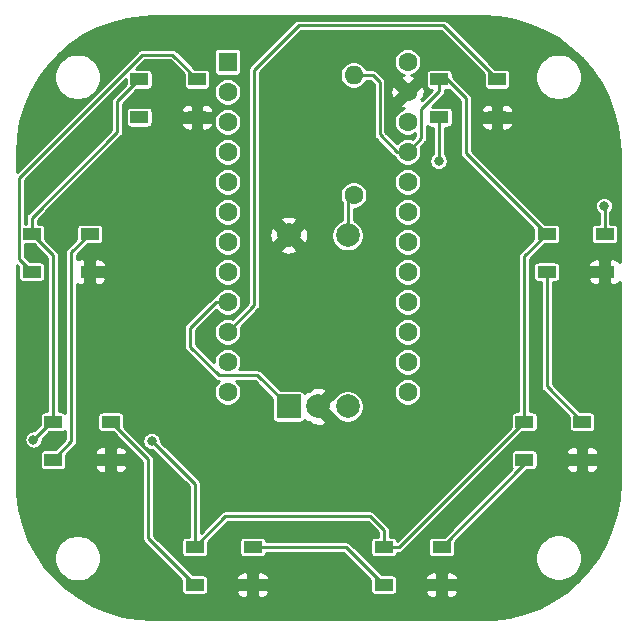
<source format=gbr>
%TF.GenerationSoftware,KiCad,Pcbnew,(5.1.10)-1*%
%TF.CreationDate,2021-11-28T19:12:49+01:00*%
%TF.ProjectId,VolumeKnob,566f6c75-6d65-44b6-9e6f-622e6b696361,rev?*%
%TF.SameCoordinates,Original*%
%TF.FileFunction,Copper,L1,Top*%
%TF.FilePolarity,Positive*%
%FSLAX46Y46*%
G04 Gerber Fmt 4.6, Leading zero omitted, Abs format (unit mm)*
G04 Created by KiCad (PCBNEW (5.1.10)-1) date 2021-11-28 19:12:49*
%MOMM*%
%LPD*%
G01*
G04 APERTURE LIST*
%TA.AperFunction,ComponentPad*%
%ADD10R,2.000000X2.000000*%
%TD*%
%TA.AperFunction,ComponentPad*%
%ADD11C,2.000000*%
%TD*%
%TA.AperFunction,SMDPad,CuDef*%
%ADD12R,1.500000X1.000000*%
%TD*%
%TA.AperFunction,ComponentPad*%
%ADD13O,1.600000X1.600000*%
%TD*%
%TA.AperFunction,ComponentPad*%
%ADD14C,1.600000*%
%TD*%
%TA.AperFunction,ComponentPad*%
%ADD15R,1.600000X1.600000*%
%TD*%
%TA.AperFunction,ViaPad*%
%ADD16C,0.800000*%
%TD*%
%TA.AperFunction,Conductor*%
%ADD17C,0.250000*%
%TD*%
%TA.AperFunction,Conductor*%
%ADD18C,0.254000*%
%TD*%
%TA.AperFunction,Conductor*%
%ADD19C,0.100000*%
%TD*%
G04 APERTURE END LIST*
D10*
%TO.P,SW1,A*%
%TO.N,D7*%
X96430000Y-101730000D03*
D11*
%TO.P,SW1,C*%
%TO.N,GND*%
X98930000Y-101730000D03*
%TO.P,SW1,B*%
%TO.N,C6*%
X101430000Y-101730000D03*
%TO.P,SW1,S1*%
%TO.N,GND*%
X96430000Y-87230000D03*
%TO.P,SW1,S2*%
%TO.N,ButtonR*%
X101430000Y-87230000D03*
%TD*%
D12*
%TO.P,D8,3*%
%TO.N,VCC*%
X83780000Y-74030000D03*
%TO.P,D8,4*%
%TO.N,Net-(D8-Pad4)*%
X83780000Y-77230000D03*
%TO.P,D8,2*%
%TO.N,Net-(D7-Pad4)*%
X88680000Y-74030000D03*
%TO.P,D8,1*%
%TO.N,GND*%
X88680000Y-77230000D03*
%TD*%
D13*
%TO.P,R1,2*%
%TO.N,VCC*%
X101930000Y-73670000D03*
D14*
%TO.P,R1,1*%
%TO.N,ButtonR*%
X101930000Y-83830000D03*
%TD*%
D15*
%TO.P,U1,1*%
%TO.N,Net-(U1-Pad1)*%
X91260000Y-72550000D03*
D14*
%TO.P,U1,2*%
%TO.N,Net-(U1-Pad2)*%
X91260000Y-75090000D03*
%TO.P,U1,3*%
%TO.N,Net-(U1-Pad3)*%
X91260000Y-77630000D03*
%TO.P,U1,4*%
%TO.N,Net-(U1-Pad4)*%
X91260000Y-80170000D03*
%TO.P,U1,5*%
%TO.N,ButtonR*%
X91260000Y-82710000D03*
%TO.P,U1,6*%
%TO.N,Net-(U1-Pad6)*%
X91260000Y-85250000D03*
%TO.P,U1,7*%
%TO.N,Net-(U1-Pad7)*%
X91260000Y-87790000D03*
%TO.P,U1,8*%
%TO.N,C6*%
X91260000Y-90330000D03*
%TO.P,U1,9*%
%TO.N,D7*%
X91260000Y-92870000D03*
%TO.P,U1,10*%
%TO.N,DIN*%
X91260000Y-95410000D03*
%TO.P,U1,11*%
%TO.N,Net-(U1-Pad11)*%
X91260000Y-97950000D03*
%TO.P,U1,12*%
%TO.N,Net-(U1-Pad12)*%
X91260000Y-100490000D03*
%TO.P,U1,13*%
%TO.N,Net-(U1-Pad13)*%
X106500000Y-100490000D03*
%TO.P,U1,14*%
%TO.N,Net-(U1-Pad14)*%
X106500000Y-97950000D03*
%TO.P,U1,15*%
%TO.N,Net-(U1-Pad15)*%
X106500000Y-95410000D03*
%TO.P,U1,16*%
%TO.N,Net-(U1-Pad16)*%
X106500000Y-92870000D03*
%TO.P,U1,17*%
%TO.N,Net-(U1-Pad17)*%
X106500000Y-90330000D03*
%TO.P,U1,18*%
%TO.N,Net-(U1-Pad18)*%
X106500000Y-87790000D03*
%TO.P,U1,19*%
%TO.N,Net-(U1-Pad19)*%
X106500000Y-85250000D03*
%TO.P,U1,20*%
%TO.N,Net-(U1-Pad20)*%
X106500000Y-82710000D03*
%TO.P,U1,21*%
%TO.N,VCC*%
X106500000Y-80170000D03*
%TO.P,U1,22*%
%TO.N,Net-(U1-Pad22)*%
X106500000Y-77630000D03*
%TO.P,U1,23*%
%TO.N,GND*%
X106500000Y-75090000D03*
%TO.P,U1,24*%
%TO.N,Net-(U1-Pad24)*%
X106500000Y-72550000D03*
%TD*%
D12*
%TO.P,D7,3*%
%TO.N,VCC*%
X74680000Y-87130000D03*
%TO.P,D7,4*%
%TO.N,Net-(D7-Pad4)*%
X74680000Y-90330000D03*
%TO.P,D7,2*%
%TO.N,Net-(D6-Pad4)*%
X79580000Y-87130000D03*
%TO.P,D7,1*%
%TO.N,GND*%
X79580000Y-90330000D03*
%TD*%
%TO.P,D6,3*%
%TO.N,VCC*%
X76480000Y-103030000D03*
%TO.P,D6,4*%
%TO.N,Net-(D6-Pad4)*%
X76480000Y-106230000D03*
%TO.P,D6,2*%
%TO.N,Net-(D5-Pad4)*%
X81380000Y-103030000D03*
%TO.P,D6,1*%
%TO.N,GND*%
X81380000Y-106230000D03*
%TD*%
%TO.P,D5,3*%
%TO.N,VCC*%
X88480000Y-113630000D03*
%TO.P,D5,4*%
%TO.N,Net-(D5-Pad4)*%
X88480000Y-116830000D03*
%TO.P,D5,2*%
%TO.N,Net-(D4-Pad4)*%
X93380000Y-113630000D03*
%TO.P,D5,1*%
%TO.N,GND*%
X93380000Y-116830000D03*
%TD*%
%TO.P,D4,3*%
%TO.N,VCC*%
X104480000Y-113630000D03*
%TO.P,D4,4*%
%TO.N,Net-(D4-Pad4)*%
X104480000Y-116830000D03*
%TO.P,D4,2*%
%TO.N,Net-(D3-Pad4)*%
X109380000Y-113630000D03*
%TO.P,D4,1*%
%TO.N,GND*%
X109380000Y-116830000D03*
%TD*%
%TO.P,D3,3*%
%TO.N,VCC*%
X116380000Y-103030000D03*
%TO.P,D3,4*%
%TO.N,Net-(D3-Pad4)*%
X116380000Y-106230000D03*
%TO.P,D3,2*%
%TO.N,Net-(D2-Pad4)*%
X121280000Y-103030000D03*
%TO.P,D3,1*%
%TO.N,GND*%
X121280000Y-106230000D03*
%TD*%
%TO.P,D2,3*%
%TO.N,VCC*%
X118280000Y-87130000D03*
%TO.P,D2,4*%
%TO.N,Net-(D2-Pad4)*%
X118280000Y-90330000D03*
%TO.P,D2,2*%
%TO.N,Net-(D1-Pad4)*%
X123180000Y-87130000D03*
%TO.P,D2,1*%
%TO.N,GND*%
X123180000Y-90330000D03*
%TD*%
%TO.P,D1,3*%
%TO.N,VCC*%
X109180000Y-74030000D03*
%TO.P,D1,4*%
%TO.N,Net-(D1-Pad4)*%
X109180000Y-77230000D03*
%TO.P,D1,2*%
%TO.N,DIN*%
X114080000Y-74030000D03*
%TO.P,D1,1*%
%TO.N,GND*%
X114080000Y-77230000D03*
%TD*%
D16*
%TO.N,VCC*%
X74830000Y-104530000D03*
X84830000Y-104630000D03*
%TO.N,Net-(D1-Pad4)*%
X123130000Y-84730000D03*
X109130000Y-80930000D03*
%TO.N,GND*%
X78240000Y-80220000D03*
%TD*%
D17*
%TO.N,VCC*%
X109180000Y-74030000D02*
X109830000Y-74030000D01*
X109830000Y-74030000D02*
X111430000Y-75630000D01*
X111430000Y-80280000D02*
X118280000Y-87130000D01*
X111430000Y-75630000D02*
X111430000Y-80280000D01*
X104480000Y-113630000D02*
X104480000Y-112180000D01*
X104480000Y-112180000D02*
X103330000Y-111030000D01*
X91080000Y-111030000D02*
X88480000Y-113630000D01*
X103330000Y-111030000D02*
X91080000Y-111030000D01*
X76480000Y-88930000D02*
X74680000Y-87130000D01*
X76480000Y-103030000D02*
X76480000Y-88930000D01*
%TO.N,Net-(U1-Pad22)*%
X106140000Y-77880000D02*
X106350000Y-77880000D01*
%TO.N,VCC*%
X116380000Y-89030000D02*
X116380000Y-103030000D01*
X118280000Y-87130000D02*
X116380000Y-89030000D01*
X76330000Y-103030000D02*
X74830000Y-104530000D01*
X76480000Y-103030000D02*
X76330000Y-103030000D01*
X88480000Y-108280000D02*
X88480000Y-113630000D01*
X84830000Y-104630000D02*
X88480000Y-108280000D01*
X105780000Y-113630000D02*
X116380000Y-103030000D01*
X104480000Y-113630000D02*
X105780000Y-113630000D01*
X74680000Y-87130000D02*
X74680000Y-85740000D01*
X74680000Y-85740000D02*
X81930000Y-78490000D01*
X81930000Y-75880000D02*
X83780000Y-74030000D01*
X81930000Y-78490000D02*
X81930000Y-75880000D01*
X104130000Y-78700000D02*
X105600000Y-80170000D01*
X105600000Y-80170000D02*
X106500000Y-80170000D01*
X104130000Y-74250000D02*
X104130000Y-78700000D01*
X103550000Y-73670000D02*
X104130000Y-74250000D01*
X101930000Y-73670000D02*
X103550000Y-73670000D01*
X107670000Y-79000000D02*
X106500000Y-80170000D01*
X107670000Y-76560000D02*
X107670000Y-79000000D01*
X109180000Y-75050000D02*
X107670000Y-76560000D01*
X109180000Y-74030000D02*
X109180000Y-75050000D01*
%TO.N,ButtonR*%
X101430000Y-84330000D02*
X101930000Y-83830000D01*
X101430000Y-87230000D02*
X101430000Y-84330000D01*
%TO.N,Net-(D1-Pad4)*%
X123180000Y-84780000D02*
X123130000Y-84730000D01*
X123180000Y-87130000D02*
X123180000Y-84780000D01*
X109130000Y-77280000D02*
X109180000Y-77230000D01*
X109130000Y-80930000D02*
X109130000Y-77280000D01*
%TO.N,DIN*%
X111840000Y-71790000D02*
X111724999Y-71674999D01*
X114080000Y-74030000D02*
X111840000Y-71790000D01*
X91260000Y-95410000D02*
X93530000Y-93140000D01*
X93530000Y-93140000D02*
X93530000Y-92700000D01*
X93530000Y-92700000D02*
X93530000Y-92920000D01*
X93530000Y-73230000D02*
X93530000Y-80700000D01*
X97290000Y-69470000D02*
X93530000Y-73230000D01*
X109520000Y-69470000D02*
X97290000Y-69470000D01*
X111840000Y-71790000D02*
X109520000Y-69470000D01*
X93530000Y-80700000D02*
X93530000Y-92700000D01*
X93530000Y-80404998D02*
X93530000Y-80700000D01*
%TO.N,D7*%
X91110000Y-93120000D02*
X91110000Y-93114998D01*
%TO.N,Net-(D2-Pad4)*%
X118280000Y-100030000D02*
X121280000Y-103030000D01*
X118280000Y-90330000D02*
X118280000Y-100030000D01*
%TO.N,Net-(D3-Pad4)*%
X116380000Y-106630000D02*
X109380000Y-113630000D01*
X116380000Y-106230000D02*
X116380000Y-106630000D01*
%TO.N,Net-(D4-Pad4)*%
X101280000Y-113630000D02*
X104480000Y-116830000D01*
X93380000Y-113630000D02*
X101280000Y-113630000D01*
%TO.N,Net-(D5-Pad4)*%
X88480000Y-116830000D02*
X84530000Y-112880000D01*
X84530000Y-106180000D02*
X81380000Y-103030000D01*
X84530000Y-112880000D02*
X84530000Y-106180000D01*
%TO.N,Net-(D6-Pad4)*%
X76480000Y-106230000D02*
X78030000Y-104680000D01*
X78030000Y-88680000D02*
X79580000Y-87130000D01*
X78030000Y-104680000D02*
X78030000Y-88680000D01*
%TO.N,Net-(D7-Pad4)*%
X73604999Y-82369999D02*
X84044998Y-71930000D01*
X73604999Y-89254999D02*
X73604999Y-82369999D01*
X74680000Y-90330000D02*
X73604999Y-89254999D01*
X86580000Y-71930000D02*
X88680000Y-74030000D01*
X84044998Y-71930000D02*
X86580000Y-71930000D01*
%TO.N,D7*%
X90280000Y-92870000D02*
X91260000Y-92870000D01*
X88100000Y-95050000D02*
X90280000Y-92870000D01*
X88100000Y-96675002D02*
X88100000Y-95050000D01*
X90499999Y-99075001D02*
X88100000Y-96675002D01*
X93775001Y-99075001D02*
X90499999Y-99075001D01*
X96430000Y-101730000D02*
X93775001Y-99075001D01*
%TD*%
D18*
%TO.N,GND*%
X114254242Y-68784949D02*
X115560921Y-69013001D01*
X116832734Y-69389730D01*
X118052824Y-69910142D01*
X119205003Y-70567333D01*
X120274021Y-71352603D01*
X121245692Y-72255536D01*
X122107142Y-73264165D01*
X122846958Y-74365127D01*
X123455327Y-75543818D01*
X123924191Y-76784629D01*
X124247332Y-78071108D01*
X124421121Y-79391165D01*
X124452201Y-80238782D01*
X124452201Y-89464102D01*
X124374426Y-89372156D01*
X124276566Y-89294250D01*
X124165387Y-89236933D01*
X124045162Y-89202407D01*
X123920512Y-89191999D01*
X123711750Y-89195000D01*
X123553000Y-89353750D01*
X123553000Y-89957000D01*
X123573000Y-89957000D01*
X123573000Y-90703000D01*
X123553000Y-90703000D01*
X123553000Y-91306250D01*
X123711750Y-91465000D01*
X123920512Y-91468001D01*
X124045162Y-91457593D01*
X124165387Y-91423067D01*
X124276566Y-91365750D01*
X124374426Y-91287844D01*
X124452201Y-91195898D01*
X124452200Y-108216232D01*
X124375051Y-109554242D01*
X124146999Y-110860923D01*
X123770270Y-112132734D01*
X123249857Y-113352827D01*
X122592667Y-114505003D01*
X121807396Y-115574021D01*
X120904464Y-116545693D01*
X119895835Y-117407142D01*
X118794869Y-118146960D01*
X117616178Y-118755329D01*
X116375374Y-119224190D01*
X115088893Y-119547331D01*
X113768835Y-119721121D01*
X112921246Y-119752200D01*
X84943768Y-119752200D01*
X83605758Y-119675051D01*
X82299077Y-119446999D01*
X81027266Y-119070270D01*
X79807173Y-118549857D01*
X78654997Y-117892667D01*
X77585979Y-117107396D01*
X76614307Y-116204464D01*
X75752858Y-115195835D01*
X75201418Y-114375204D01*
X76582200Y-114375204D01*
X76582200Y-114764796D01*
X76658205Y-115146903D01*
X76807296Y-115506840D01*
X77023742Y-115830774D01*
X77299226Y-116106258D01*
X77623160Y-116322704D01*
X77983097Y-116471795D01*
X78365204Y-116547800D01*
X78754796Y-116547800D01*
X79136903Y-116471795D01*
X79496840Y-116322704D01*
X79820774Y-116106258D01*
X80096258Y-115830774D01*
X80312704Y-115506840D01*
X80461795Y-115146903D01*
X80537800Y-114764796D01*
X80537800Y-114375204D01*
X80461795Y-113993097D01*
X80312704Y-113633160D01*
X80096258Y-113309226D01*
X79820774Y-113033742D01*
X79496840Y-112817296D01*
X79136903Y-112668205D01*
X78754796Y-112592200D01*
X78365204Y-112592200D01*
X77983097Y-112668205D01*
X77623160Y-112817296D01*
X77299226Y-113033742D01*
X77023742Y-113309226D01*
X76807296Y-113633160D01*
X76658205Y-113993097D01*
X76582200Y-114375204D01*
X75201418Y-114375204D01*
X75013040Y-114094869D01*
X74404671Y-112916178D01*
X73935810Y-111675374D01*
X73612669Y-110388893D01*
X73438879Y-109068835D01*
X73407800Y-108221246D01*
X73407800Y-89768866D01*
X73550372Y-89911438D01*
X73550372Y-90830000D01*
X73557666Y-90904062D01*
X73579269Y-90975277D01*
X73614351Y-91040910D01*
X73661562Y-91098438D01*
X73719090Y-91145649D01*
X73784723Y-91180731D01*
X73855938Y-91202334D01*
X73930000Y-91209628D01*
X75430000Y-91209628D01*
X75504062Y-91202334D01*
X75575277Y-91180731D01*
X75640910Y-91145649D01*
X75698438Y-91098438D01*
X75745649Y-91040910D01*
X75780731Y-90975277D01*
X75802334Y-90904062D01*
X75809628Y-90830000D01*
X75809628Y-89830000D01*
X75802334Y-89755938D01*
X75780731Y-89684723D01*
X75745649Y-89619090D01*
X75698438Y-89561562D01*
X75640910Y-89514351D01*
X75575277Y-89479269D01*
X75504062Y-89457666D01*
X75430000Y-89450372D01*
X74511439Y-89450372D01*
X74107799Y-89046733D01*
X74107799Y-88009628D01*
X74848562Y-88009628D01*
X75977201Y-89138267D01*
X75977200Y-102150372D01*
X75730000Y-102150372D01*
X75655938Y-102157666D01*
X75584723Y-102179269D01*
X75519090Y-102214351D01*
X75461562Y-102261562D01*
X75414351Y-102319090D01*
X75379269Y-102384723D01*
X75357666Y-102455938D01*
X75350372Y-102530000D01*
X75350372Y-103298562D01*
X74896734Y-103752200D01*
X74753393Y-103752200D01*
X74603124Y-103782091D01*
X74461574Y-103840723D01*
X74334182Y-103925844D01*
X74225844Y-104034182D01*
X74140723Y-104161574D01*
X74082091Y-104303124D01*
X74052200Y-104453393D01*
X74052200Y-104606607D01*
X74082091Y-104756876D01*
X74140723Y-104898426D01*
X74225844Y-105025818D01*
X74334182Y-105134156D01*
X74461574Y-105219277D01*
X74603124Y-105277909D01*
X74753393Y-105307800D01*
X74906607Y-105307800D01*
X75056876Y-105277909D01*
X75198426Y-105219277D01*
X75325818Y-105134156D01*
X75434156Y-105025818D01*
X75519277Y-104898426D01*
X75577909Y-104756876D01*
X75607800Y-104606607D01*
X75607800Y-104463266D01*
X76161438Y-103909628D01*
X77230000Y-103909628D01*
X77304062Y-103902334D01*
X77375277Y-103880731D01*
X77440910Y-103845649D01*
X77498438Y-103798438D01*
X77527200Y-103763391D01*
X77527200Y-104471733D01*
X76648562Y-105350372D01*
X75730000Y-105350372D01*
X75655938Y-105357666D01*
X75584723Y-105379269D01*
X75519090Y-105414351D01*
X75461562Y-105461562D01*
X75414351Y-105519090D01*
X75379269Y-105584723D01*
X75357666Y-105655938D01*
X75350372Y-105730000D01*
X75350372Y-106730000D01*
X75357666Y-106804062D01*
X75379269Y-106875277D01*
X75414351Y-106940910D01*
X75461562Y-106998438D01*
X75519090Y-107045649D01*
X75584723Y-107080731D01*
X75655938Y-107102334D01*
X75730000Y-107109628D01*
X77230000Y-107109628D01*
X77304062Y-107102334D01*
X77375277Y-107080731D01*
X77440910Y-107045649D01*
X77498438Y-106998438D01*
X77545649Y-106940910D01*
X77580731Y-106875277D01*
X77602334Y-106804062D01*
X77606501Y-106761750D01*
X79995000Y-106761750D01*
X80006109Y-106863773D01*
X80044194Y-106982918D01*
X80104792Y-107092343D01*
X80185574Y-107187844D01*
X80283434Y-107265750D01*
X80394613Y-107323067D01*
X80514838Y-107357593D01*
X80639488Y-107368001D01*
X80848250Y-107365000D01*
X81007000Y-107206250D01*
X81007000Y-106603000D01*
X81753000Y-106603000D01*
X81753000Y-107206250D01*
X81911750Y-107365000D01*
X82120512Y-107368001D01*
X82245162Y-107357593D01*
X82365387Y-107323067D01*
X82476566Y-107265750D01*
X82574426Y-107187844D01*
X82655208Y-107092343D01*
X82715806Y-106982918D01*
X82753891Y-106863773D01*
X82765000Y-106761750D01*
X82606250Y-106603000D01*
X81753000Y-106603000D01*
X81007000Y-106603000D01*
X80153750Y-106603000D01*
X79995000Y-106761750D01*
X77606501Y-106761750D01*
X77609628Y-106730000D01*
X77609628Y-105811438D01*
X77722816Y-105698250D01*
X79995000Y-105698250D01*
X80153750Y-105857000D01*
X81007000Y-105857000D01*
X81007000Y-105253750D01*
X81753000Y-105253750D01*
X81753000Y-105857000D01*
X82606250Y-105857000D01*
X82765000Y-105698250D01*
X82753891Y-105596227D01*
X82715806Y-105477082D01*
X82655208Y-105367657D01*
X82574426Y-105272156D01*
X82476566Y-105194250D01*
X82365387Y-105136933D01*
X82245162Y-105102407D01*
X82120512Y-105091999D01*
X81911750Y-105095000D01*
X81753000Y-105253750D01*
X81007000Y-105253750D01*
X80848250Y-105095000D01*
X80639488Y-105091999D01*
X80514838Y-105102407D01*
X80394613Y-105136933D01*
X80283434Y-105194250D01*
X80185574Y-105272156D01*
X80104792Y-105367657D01*
X80044194Y-105477082D01*
X80006109Y-105596227D01*
X79995000Y-105698250D01*
X77722816Y-105698250D01*
X78368075Y-105052992D01*
X78387253Y-105037253D01*
X78450085Y-104960692D01*
X78496774Y-104873344D01*
X78525524Y-104778566D01*
X78532800Y-104704692D01*
X78532800Y-104704691D01*
X78535232Y-104680001D01*
X78532800Y-104655309D01*
X78532800Y-102530000D01*
X80250372Y-102530000D01*
X80250372Y-103530000D01*
X80257666Y-103604062D01*
X80279269Y-103675277D01*
X80314351Y-103740910D01*
X80361562Y-103798438D01*
X80419090Y-103845649D01*
X80484723Y-103880731D01*
X80555938Y-103902334D01*
X80630000Y-103909628D01*
X81548562Y-103909628D01*
X84027201Y-106388268D01*
X84027200Y-112855308D01*
X84024768Y-112880000D01*
X84027200Y-112904691D01*
X84034476Y-112978565D01*
X84063226Y-113073343D01*
X84109915Y-113160692D01*
X84172747Y-113237253D01*
X84191930Y-113252996D01*
X87350372Y-116411439D01*
X87350372Y-117330000D01*
X87357666Y-117404062D01*
X87379269Y-117475277D01*
X87414351Y-117540910D01*
X87461562Y-117598438D01*
X87519090Y-117645649D01*
X87584723Y-117680731D01*
X87655938Y-117702334D01*
X87730000Y-117709628D01*
X89230000Y-117709628D01*
X89304062Y-117702334D01*
X89375277Y-117680731D01*
X89440910Y-117645649D01*
X89498438Y-117598438D01*
X89545649Y-117540910D01*
X89580731Y-117475277D01*
X89602334Y-117404062D01*
X89606501Y-117361750D01*
X91995000Y-117361750D01*
X92006109Y-117463773D01*
X92044194Y-117582918D01*
X92104792Y-117692343D01*
X92185574Y-117787844D01*
X92283434Y-117865750D01*
X92394613Y-117923067D01*
X92514838Y-117957593D01*
X92639488Y-117968001D01*
X92848250Y-117965000D01*
X93007000Y-117806250D01*
X93007000Y-117203000D01*
X93753000Y-117203000D01*
X93753000Y-117806250D01*
X93911750Y-117965000D01*
X94120512Y-117968001D01*
X94245162Y-117957593D01*
X94365387Y-117923067D01*
X94476566Y-117865750D01*
X94574426Y-117787844D01*
X94655208Y-117692343D01*
X94715806Y-117582918D01*
X94753891Y-117463773D01*
X94765000Y-117361750D01*
X94606250Y-117203000D01*
X93753000Y-117203000D01*
X93007000Y-117203000D01*
X92153750Y-117203000D01*
X91995000Y-117361750D01*
X89606501Y-117361750D01*
X89609628Y-117330000D01*
X89609628Y-116330000D01*
X89606502Y-116298250D01*
X91995000Y-116298250D01*
X92153750Y-116457000D01*
X93007000Y-116457000D01*
X93007000Y-115853750D01*
X93753000Y-115853750D01*
X93753000Y-116457000D01*
X94606250Y-116457000D01*
X94765000Y-116298250D01*
X94753891Y-116196227D01*
X94715806Y-116077082D01*
X94655208Y-115967657D01*
X94574426Y-115872156D01*
X94476566Y-115794250D01*
X94365387Y-115736933D01*
X94245162Y-115702407D01*
X94120512Y-115691999D01*
X93911750Y-115695000D01*
X93753000Y-115853750D01*
X93007000Y-115853750D01*
X92848250Y-115695000D01*
X92639488Y-115691999D01*
X92514838Y-115702407D01*
X92394613Y-115736933D01*
X92283434Y-115794250D01*
X92185574Y-115872156D01*
X92104792Y-115967657D01*
X92044194Y-116077082D01*
X92006109Y-116196227D01*
X91995000Y-116298250D01*
X89606502Y-116298250D01*
X89602334Y-116255938D01*
X89580731Y-116184723D01*
X89545649Y-116119090D01*
X89498438Y-116061562D01*
X89440910Y-116014351D01*
X89375277Y-115979269D01*
X89304062Y-115957666D01*
X89230000Y-115950372D01*
X88311439Y-115950372D01*
X85032800Y-112671734D01*
X85032800Y-106204692D01*
X85035232Y-106180000D01*
X85025524Y-106081434D01*
X84996774Y-105986655D01*
X84950085Y-105899308D01*
X84902993Y-105841926D01*
X84902992Y-105841925D01*
X84887253Y-105822747D01*
X84868075Y-105807008D01*
X83614460Y-104553393D01*
X84052200Y-104553393D01*
X84052200Y-104706607D01*
X84082091Y-104856876D01*
X84140723Y-104998426D01*
X84225844Y-105125818D01*
X84334182Y-105234156D01*
X84461574Y-105319277D01*
X84603124Y-105377909D01*
X84753393Y-105407800D01*
X84896734Y-105407800D01*
X87977200Y-108488267D01*
X87977201Y-112750372D01*
X87730000Y-112750372D01*
X87655938Y-112757666D01*
X87584723Y-112779269D01*
X87519090Y-112814351D01*
X87461562Y-112861562D01*
X87414351Y-112919090D01*
X87379269Y-112984723D01*
X87357666Y-113055938D01*
X87350372Y-113130000D01*
X87350372Y-114130000D01*
X87357666Y-114204062D01*
X87379269Y-114275277D01*
X87414351Y-114340910D01*
X87461562Y-114398438D01*
X87519090Y-114445649D01*
X87584723Y-114480731D01*
X87655938Y-114502334D01*
X87730000Y-114509628D01*
X89230000Y-114509628D01*
X89304062Y-114502334D01*
X89375277Y-114480731D01*
X89440910Y-114445649D01*
X89498438Y-114398438D01*
X89545649Y-114340910D01*
X89580731Y-114275277D01*
X89602334Y-114204062D01*
X89609628Y-114130000D01*
X89609628Y-113211438D01*
X89691066Y-113130000D01*
X92250372Y-113130000D01*
X92250372Y-114130000D01*
X92257666Y-114204062D01*
X92279269Y-114275277D01*
X92314351Y-114340910D01*
X92361562Y-114398438D01*
X92419090Y-114445649D01*
X92484723Y-114480731D01*
X92555938Y-114502334D01*
X92630000Y-114509628D01*
X94130000Y-114509628D01*
X94204062Y-114502334D01*
X94275277Y-114480731D01*
X94340910Y-114445649D01*
X94398438Y-114398438D01*
X94445649Y-114340910D01*
X94480731Y-114275277D01*
X94502334Y-114204062D01*
X94509352Y-114132800D01*
X101071734Y-114132800D01*
X103350372Y-116411438D01*
X103350372Y-117330000D01*
X103357666Y-117404062D01*
X103379269Y-117475277D01*
X103414351Y-117540910D01*
X103461562Y-117598438D01*
X103519090Y-117645649D01*
X103584723Y-117680731D01*
X103655938Y-117702334D01*
X103730000Y-117709628D01*
X105230000Y-117709628D01*
X105304062Y-117702334D01*
X105375277Y-117680731D01*
X105440910Y-117645649D01*
X105498438Y-117598438D01*
X105545649Y-117540910D01*
X105580731Y-117475277D01*
X105602334Y-117404062D01*
X105606501Y-117361750D01*
X107995000Y-117361750D01*
X108006109Y-117463773D01*
X108044194Y-117582918D01*
X108104792Y-117692343D01*
X108185574Y-117787844D01*
X108283434Y-117865750D01*
X108394613Y-117923067D01*
X108514838Y-117957593D01*
X108639488Y-117968001D01*
X108848250Y-117965000D01*
X109007000Y-117806250D01*
X109007000Y-117203000D01*
X109753000Y-117203000D01*
X109753000Y-117806250D01*
X109911750Y-117965000D01*
X110120512Y-117968001D01*
X110245162Y-117957593D01*
X110365387Y-117923067D01*
X110476566Y-117865750D01*
X110574426Y-117787844D01*
X110655208Y-117692343D01*
X110715806Y-117582918D01*
X110753891Y-117463773D01*
X110765000Y-117361750D01*
X110606250Y-117203000D01*
X109753000Y-117203000D01*
X109007000Y-117203000D01*
X108153750Y-117203000D01*
X107995000Y-117361750D01*
X105606501Y-117361750D01*
X105609628Y-117330000D01*
X105609628Y-116330000D01*
X105606502Y-116298250D01*
X107995000Y-116298250D01*
X108153750Y-116457000D01*
X109007000Y-116457000D01*
X109007000Y-115853750D01*
X109753000Y-115853750D01*
X109753000Y-116457000D01*
X110606250Y-116457000D01*
X110765000Y-116298250D01*
X110753891Y-116196227D01*
X110715806Y-116077082D01*
X110655208Y-115967657D01*
X110574426Y-115872156D01*
X110476566Y-115794250D01*
X110365387Y-115736933D01*
X110245162Y-115702407D01*
X110120512Y-115691999D01*
X109911750Y-115695000D01*
X109753000Y-115853750D01*
X109007000Y-115853750D01*
X108848250Y-115695000D01*
X108639488Y-115691999D01*
X108514838Y-115702407D01*
X108394613Y-115736933D01*
X108283434Y-115794250D01*
X108185574Y-115872156D01*
X108104792Y-115967657D01*
X108044194Y-116077082D01*
X108006109Y-116196227D01*
X107995000Y-116298250D01*
X105606502Y-116298250D01*
X105602334Y-116255938D01*
X105580731Y-116184723D01*
X105545649Y-116119090D01*
X105498438Y-116061562D01*
X105440910Y-116014351D01*
X105375277Y-115979269D01*
X105304062Y-115957666D01*
X105230000Y-115950372D01*
X104311438Y-115950372D01*
X101652996Y-113291930D01*
X101637253Y-113272747D01*
X101560692Y-113209915D01*
X101473344Y-113163226D01*
X101378566Y-113134476D01*
X101304692Y-113127200D01*
X101280000Y-113124768D01*
X101255308Y-113127200D01*
X94509352Y-113127200D01*
X94502334Y-113055938D01*
X94480731Y-112984723D01*
X94445649Y-112919090D01*
X94398438Y-112861562D01*
X94340910Y-112814351D01*
X94275277Y-112779269D01*
X94204062Y-112757666D01*
X94130000Y-112750372D01*
X92630000Y-112750372D01*
X92555938Y-112757666D01*
X92484723Y-112779269D01*
X92419090Y-112814351D01*
X92361562Y-112861562D01*
X92314351Y-112919090D01*
X92279269Y-112984723D01*
X92257666Y-113055938D01*
X92250372Y-113130000D01*
X89691066Y-113130000D01*
X91288266Y-111532800D01*
X103121734Y-111532800D01*
X103977201Y-112388268D01*
X103977201Y-112750372D01*
X103730000Y-112750372D01*
X103655938Y-112757666D01*
X103584723Y-112779269D01*
X103519090Y-112814351D01*
X103461562Y-112861562D01*
X103414351Y-112919090D01*
X103379269Y-112984723D01*
X103357666Y-113055938D01*
X103350372Y-113130000D01*
X103350372Y-114130000D01*
X103357666Y-114204062D01*
X103379269Y-114275277D01*
X103414351Y-114340910D01*
X103461562Y-114398438D01*
X103519090Y-114445649D01*
X103584723Y-114480731D01*
X103655938Y-114502334D01*
X103730000Y-114509628D01*
X105230000Y-114509628D01*
X105304062Y-114502334D01*
X105375277Y-114480731D01*
X105440910Y-114445649D01*
X105498438Y-114398438D01*
X105545649Y-114340910D01*
X105580731Y-114275277D01*
X105602334Y-114204062D01*
X105609352Y-114132800D01*
X105755308Y-114132800D01*
X105780000Y-114135232D01*
X105804692Y-114132800D01*
X105878566Y-114125524D01*
X105973344Y-114096774D01*
X106060692Y-114050085D01*
X106137253Y-113987253D01*
X106152996Y-113968070D01*
X106991066Y-113130000D01*
X108250372Y-113130000D01*
X108250372Y-114130000D01*
X108257666Y-114204062D01*
X108279269Y-114275277D01*
X108314351Y-114340910D01*
X108361562Y-114398438D01*
X108419090Y-114445649D01*
X108484723Y-114480731D01*
X108555938Y-114502334D01*
X108630000Y-114509628D01*
X110130000Y-114509628D01*
X110204062Y-114502334D01*
X110275277Y-114480731D01*
X110340910Y-114445649D01*
X110398438Y-114398438D01*
X110442125Y-114345204D01*
X117302200Y-114345204D01*
X117302200Y-114734796D01*
X117378205Y-115116903D01*
X117527296Y-115476840D01*
X117743742Y-115800774D01*
X118019226Y-116076258D01*
X118343160Y-116292704D01*
X118703097Y-116441795D01*
X119085204Y-116517800D01*
X119474796Y-116517800D01*
X119856903Y-116441795D01*
X120216840Y-116292704D01*
X120540774Y-116076258D01*
X120816258Y-115800774D01*
X121032704Y-115476840D01*
X121181795Y-115116903D01*
X121257800Y-114734796D01*
X121257800Y-114345204D01*
X121181795Y-113963097D01*
X121032704Y-113603160D01*
X120816258Y-113279226D01*
X120540774Y-113003742D01*
X120216840Y-112787296D01*
X119856903Y-112638205D01*
X119474796Y-112562200D01*
X119085204Y-112562200D01*
X118703097Y-112638205D01*
X118343160Y-112787296D01*
X118019226Y-113003742D01*
X117743742Y-113279226D01*
X117527296Y-113603160D01*
X117378205Y-113963097D01*
X117302200Y-114345204D01*
X110442125Y-114345204D01*
X110445649Y-114340910D01*
X110480731Y-114275277D01*
X110502334Y-114204062D01*
X110509628Y-114130000D01*
X110509628Y-113211438D01*
X116611439Y-107109628D01*
X117130000Y-107109628D01*
X117204062Y-107102334D01*
X117275277Y-107080731D01*
X117340910Y-107045649D01*
X117398438Y-106998438D01*
X117445649Y-106940910D01*
X117480731Y-106875277D01*
X117502334Y-106804062D01*
X117506501Y-106761750D01*
X119895000Y-106761750D01*
X119906109Y-106863773D01*
X119944194Y-106982918D01*
X120004792Y-107092343D01*
X120085574Y-107187844D01*
X120183434Y-107265750D01*
X120294613Y-107323067D01*
X120414838Y-107357593D01*
X120539488Y-107368001D01*
X120748250Y-107365000D01*
X120907000Y-107206250D01*
X120907000Y-106603000D01*
X121653000Y-106603000D01*
X121653000Y-107206250D01*
X121811750Y-107365000D01*
X122020512Y-107368001D01*
X122145162Y-107357593D01*
X122265387Y-107323067D01*
X122376566Y-107265750D01*
X122474426Y-107187844D01*
X122555208Y-107092343D01*
X122615806Y-106982918D01*
X122653891Y-106863773D01*
X122665000Y-106761750D01*
X122506250Y-106603000D01*
X121653000Y-106603000D01*
X120907000Y-106603000D01*
X120053750Y-106603000D01*
X119895000Y-106761750D01*
X117506501Y-106761750D01*
X117509628Y-106730000D01*
X117509628Y-105730000D01*
X117506502Y-105698250D01*
X119895000Y-105698250D01*
X120053750Y-105857000D01*
X120907000Y-105857000D01*
X120907000Y-105253750D01*
X121653000Y-105253750D01*
X121653000Y-105857000D01*
X122506250Y-105857000D01*
X122665000Y-105698250D01*
X122653891Y-105596227D01*
X122615806Y-105477082D01*
X122555208Y-105367657D01*
X122474426Y-105272156D01*
X122376566Y-105194250D01*
X122265387Y-105136933D01*
X122145162Y-105102407D01*
X122020512Y-105091999D01*
X121811750Y-105095000D01*
X121653000Y-105253750D01*
X120907000Y-105253750D01*
X120748250Y-105095000D01*
X120539488Y-105091999D01*
X120414838Y-105102407D01*
X120294613Y-105136933D01*
X120183434Y-105194250D01*
X120085574Y-105272156D01*
X120004792Y-105367657D01*
X119944194Y-105477082D01*
X119906109Y-105596227D01*
X119895000Y-105698250D01*
X117506502Y-105698250D01*
X117502334Y-105655938D01*
X117480731Y-105584723D01*
X117445649Y-105519090D01*
X117398438Y-105461562D01*
X117340910Y-105414351D01*
X117275277Y-105379269D01*
X117204062Y-105357666D01*
X117130000Y-105350372D01*
X115630000Y-105350372D01*
X115555938Y-105357666D01*
X115484723Y-105379269D01*
X115419090Y-105414351D01*
X115361562Y-105461562D01*
X115314351Y-105519090D01*
X115279269Y-105584723D01*
X115257666Y-105655938D01*
X115250372Y-105730000D01*
X115250372Y-106730000D01*
X115257666Y-106804062D01*
X115279269Y-106875277D01*
X115314351Y-106940910D01*
X115334036Y-106964897D01*
X109548562Y-112750372D01*
X108630000Y-112750372D01*
X108555938Y-112757666D01*
X108484723Y-112779269D01*
X108419090Y-112814351D01*
X108361562Y-112861562D01*
X108314351Y-112919090D01*
X108279269Y-112984723D01*
X108257666Y-113055938D01*
X108250372Y-113130000D01*
X106991066Y-113130000D01*
X116211439Y-103909628D01*
X117130000Y-103909628D01*
X117204062Y-103902334D01*
X117275277Y-103880731D01*
X117340910Y-103845649D01*
X117398438Y-103798438D01*
X117445649Y-103740910D01*
X117480731Y-103675277D01*
X117502334Y-103604062D01*
X117509628Y-103530000D01*
X117509628Y-102530000D01*
X117502334Y-102455938D01*
X117480731Y-102384723D01*
X117445649Y-102319090D01*
X117398438Y-102261562D01*
X117340910Y-102214351D01*
X117275277Y-102179269D01*
X117204062Y-102157666D01*
X117130000Y-102150372D01*
X116882800Y-102150372D01*
X116882800Y-89830000D01*
X117150372Y-89830000D01*
X117150372Y-90830000D01*
X117157666Y-90904062D01*
X117179269Y-90975277D01*
X117214351Y-91040910D01*
X117261562Y-91098438D01*
X117319090Y-91145649D01*
X117384723Y-91180731D01*
X117455938Y-91202334D01*
X117530000Y-91209628D01*
X117777200Y-91209628D01*
X117777201Y-100005298D01*
X117774768Y-100030000D01*
X117784476Y-100128565D01*
X117813227Y-100223344D01*
X117859915Y-100310691D01*
X117898467Y-100357666D01*
X117922748Y-100387253D01*
X117941926Y-100402992D01*
X120150372Y-102611439D01*
X120150372Y-103530000D01*
X120157666Y-103604062D01*
X120179269Y-103675277D01*
X120214351Y-103740910D01*
X120261562Y-103798438D01*
X120319090Y-103845649D01*
X120384723Y-103880731D01*
X120455938Y-103902334D01*
X120530000Y-103909628D01*
X122030000Y-103909628D01*
X122104062Y-103902334D01*
X122175277Y-103880731D01*
X122240910Y-103845649D01*
X122298438Y-103798438D01*
X122345649Y-103740910D01*
X122380731Y-103675277D01*
X122402334Y-103604062D01*
X122409628Y-103530000D01*
X122409628Y-102530000D01*
X122402334Y-102455938D01*
X122380731Y-102384723D01*
X122345649Y-102319090D01*
X122298438Y-102261562D01*
X122240910Y-102214351D01*
X122175277Y-102179269D01*
X122104062Y-102157666D01*
X122030000Y-102150372D01*
X121111439Y-102150372D01*
X118782800Y-99821734D01*
X118782800Y-91209628D01*
X119030000Y-91209628D01*
X119104062Y-91202334D01*
X119175277Y-91180731D01*
X119240910Y-91145649D01*
X119298438Y-91098438D01*
X119345649Y-91040910D01*
X119380731Y-90975277D01*
X119402334Y-90904062D01*
X119406501Y-90861750D01*
X121795000Y-90861750D01*
X121806109Y-90963773D01*
X121844194Y-91082918D01*
X121904792Y-91192343D01*
X121985574Y-91287844D01*
X122083434Y-91365750D01*
X122194613Y-91423067D01*
X122314838Y-91457593D01*
X122439488Y-91468001D01*
X122648250Y-91465000D01*
X122807000Y-91306250D01*
X122807000Y-90703000D01*
X121953750Y-90703000D01*
X121795000Y-90861750D01*
X119406501Y-90861750D01*
X119409628Y-90830000D01*
X119409628Y-89830000D01*
X119406502Y-89798250D01*
X121795000Y-89798250D01*
X121953750Y-89957000D01*
X122807000Y-89957000D01*
X122807000Y-89353750D01*
X122648250Y-89195000D01*
X122439488Y-89191999D01*
X122314838Y-89202407D01*
X122194613Y-89236933D01*
X122083434Y-89294250D01*
X121985574Y-89372156D01*
X121904792Y-89467657D01*
X121844194Y-89577082D01*
X121806109Y-89696227D01*
X121795000Y-89798250D01*
X119406502Y-89798250D01*
X119402334Y-89755938D01*
X119380731Y-89684723D01*
X119345649Y-89619090D01*
X119298438Y-89561562D01*
X119240910Y-89514351D01*
X119175277Y-89479269D01*
X119104062Y-89457666D01*
X119030000Y-89450372D01*
X117530000Y-89450372D01*
X117455938Y-89457666D01*
X117384723Y-89479269D01*
X117319090Y-89514351D01*
X117261562Y-89561562D01*
X117214351Y-89619090D01*
X117179269Y-89684723D01*
X117157666Y-89755938D01*
X117150372Y-89830000D01*
X116882800Y-89830000D01*
X116882800Y-89238266D01*
X118111439Y-88009628D01*
X119030000Y-88009628D01*
X119104062Y-88002334D01*
X119175277Y-87980731D01*
X119240910Y-87945649D01*
X119298438Y-87898438D01*
X119345649Y-87840910D01*
X119380731Y-87775277D01*
X119402334Y-87704062D01*
X119409628Y-87630000D01*
X119409628Y-86630000D01*
X122050372Y-86630000D01*
X122050372Y-87630000D01*
X122057666Y-87704062D01*
X122079269Y-87775277D01*
X122114351Y-87840910D01*
X122161562Y-87898438D01*
X122219090Y-87945649D01*
X122284723Y-87980731D01*
X122355938Y-88002334D01*
X122430000Y-88009628D01*
X123930000Y-88009628D01*
X124004062Y-88002334D01*
X124075277Y-87980731D01*
X124140910Y-87945649D01*
X124198438Y-87898438D01*
X124245649Y-87840910D01*
X124280731Y-87775277D01*
X124302334Y-87704062D01*
X124309628Y-87630000D01*
X124309628Y-86630000D01*
X124302334Y-86555938D01*
X124280731Y-86484723D01*
X124245649Y-86419090D01*
X124198438Y-86361562D01*
X124140910Y-86314351D01*
X124075277Y-86279269D01*
X124004062Y-86257666D01*
X123930000Y-86250372D01*
X123682800Y-86250372D01*
X123682800Y-85277174D01*
X123734156Y-85225818D01*
X123819277Y-85098426D01*
X123877909Y-84956876D01*
X123907800Y-84806607D01*
X123907800Y-84653393D01*
X123877909Y-84503124D01*
X123819277Y-84361574D01*
X123734156Y-84234182D01*
X123625818Y-84125844D01*
X123498426Y-84040723D01*
X123356876Y-83982091D01*
X123206607Y-83952200D01*
X123053393Y-83952200D01*
X122903124Y-83982091D01*
X122761574Y-84040723D01*
X122634182Y-84125844D01*
X122525844Y-84234182D01*
X122440723Y-84361574D01*
X122382091Y-84503124D01*
X122352200Y-84653393D01*
X122352200Y-84806607D01*
X122382091Y-84956876D01*
X122440723Y-85098426D01*
X122525844Y-85225818D01*
X122634182Y-85334156D01*
X122677201Y-85362900D01*
X122677200Y-86250372D01*
X122430000Y-86250372D01*
X122355938Y-86257666D01*
X122284723Y-86279269D01*
X122219090Y-86314351D01*
X122161562Y-86361562D01*
X122114351Y-86419090D01*
X122079269Y-86484723D01*
X122057666Y-86555938D01*
X122050372Y-86630000D01*
X119409628Y-86630000D01*
X119402334Y-86555938D01*
X119380731Y-86484723D01*
X119345649Y-86419090D01*
X119298438Y-86361562D01*
X119240910Y-86314351D01*
X119175277Y-86279269D01*
X119104062Y-86257666D01*
X119030000Y-86250372D01*
X118111439Y-86250372D01*
X111932800Y-80071734D01*
X111932800Y-77761750D01*
X112695000Y-77761750D01*
X112706109Y-77863773D01*
X112744194Y-77982918D01*
X112804792Y-78092343D01*
X112885574Y-78187844D01*
X112983434Y-78265750D01*
X113094613Y-78323067D01*
X113214838Y-78357593D01*
X113339488Y-78368001D01*
X113548250Y-78365000D01*
X113707000Y-78206250D01*
X113707000Y-77603000D01*
X114453000Y-77603000D01*
X114453000Y-78206250D01*
X114611750Y-78365000D01*
X114820512Y-78368001D01*
X114945162Y-78357593D01*
X115065387Y-78323067D01*
X115176566Y-78265750D01*
X115274426Y-78187844D01*
X115355208Y-78092343D01*
X115415806Y-77982918D01*
X115453891Y-77863773D01*
X115465000Y-77761750D01*
X115306250Y-77603000D01*
X114453000Y-77603000D01*
X113707000Y-77603000D01*
X112853750Y-77603000D01*
X112695000Y-77761750D01*
X111932800Y-77761750D01*
X111932800Y-76698250D01*
X112695000Y-76698250D01*
X112853750Y-76857000D01*
X113707000Y-76857000D01*
X113707000Y-76253750D01*
X114453000Y-76253750D01*
X114453000Y-76857000D01*
X115306250Y-76857000D01*
X115465000Y-76698250D01*
X115453891Y-76596227D01*
X115415806Y-76477082D01*
X115355208Y-76367657D01*
X115274426Y-76272156D01*
X115176566Y-76194250D01*
X115065387Y-76136933D01*
X114945162Y-76102407D01*
X114820512Y-76091999D01*
X114611750Y-76095000D01*
X114453000Y-76253750D01*
X113707000Y-76253750D01*
X113548250Y-76095000D01*
X113339488Y-76091999D01*
X113214838Y-76102407D01*
X113094613Y-76136933D01*
X112983434Y-76194250D01*
X112885574Y-76272156D01*
X112804792Y-76367657D01*
X112744194Y-76477082D01*
X112706109Y-76596227D01*
X112695000Y-76698250D01*
X111932800Y-76698250D01*
X111932800Y-75654692D01*
X111935232Y-75630000D01*
X111925524Y-75531434D01*
X111896774Y-75436656D01*
X111850085Y-75349308D01*
X111802993Y-75291926D01*
X111802992Y-75291925D01*
X111787253Y-75272747D01*
X111768075Y-75257008D01*
X110309628Y-73798562D01*
X110309628Y-73530000D01*
X110302334Y-73455938D01*
X110280731Y-73384723D01*
X110245649Y-73319090D01*
X110198438Y-73261562D01*
X110140910Y-73214351D01*
X110075277Y-73179269D01*
X110004062Y-73157666D01*
X109930000Y-73150372D01*
X108430000Y-73150372D01*
X108355938Y-73157666D01*
X108284723Y-73179269D01*
X108219090Y-73214351D01*
X108161562Y-73261562D01*
X108114351Y-73319090D01*
X108079269Y-73384723D01*
X108057666Y-73455938D01*
X108050372Y-73530000D01*
X108050372Y-74530000D01*
X108057666Y-74604062D01*
X108079269Y-74675277D01*
X108114351Y-74740910D01*
X108161562Y-74798438D01*
X108219090Y-74845649D01*
X108284723Y-74880731D01*
X108355938Y-74902334D01*
X108430000Y-74909628D01*
X108609306Y-74909628D01*
X107728219Y-75790715D01*
X107631928Y-75694423D01*
X107846094Y-75606941D01*
X107921080Y-75334398D01*
X107941454Y-75052463D01*
X107906434Y-74771970D01*
X107846094Y-74573059D01*
X107631926Y-74485576D01*
X107027502Y-75090000D01*
X107041644Y-75104142D01*
X106514142Y-75631644D01*
X106500000Y-75617502D01*
X105895576Y-76221926D01*
X105983059Y-76436094D01*
X106185269Y-76491729D01*
X106156448Y-76497462D01*
X105942102Y-76586247D01*
X105749196Y-76715143D01*
X105585143Y-76879196D01*
X105456247Y-77072102D01*
X105367462Y-77286448D01*
X105322200Y-77513997D01*
X105322200Y-77746003D01*
X105367462Y-77973552D01*
X105456247Y-78187898D01*
X105585143Y-78380804D01*
X105749196Y-78544857D01*
X105942102Y-78673753D01*
X106156448Y-78762538D01*
X106383997Y-78807800D01*
X106616003Y-78807800D01*
X106843552Y-78762538D01*
X107057898Y-78673753D01*
X107167201Y-78600719D01*
X107167201Y-78791732D01*
X106898649Y-79060284D01*
X106843552Y-79037462D01*
X106616003Y-78992200D01*
X106383997Y-78992200D01*
X106156448Y-79037462D01*
X105942102Y-79126247D01*
X105749196Y-79255143D01*
X105585143Y-79419196D01*
X105575177Y-79434111D01*
X104632800Y-78491734D01*
X104632800Y-75127537D01*
X105058546Y-75127537D01*
X105093566Y-75408030D01*
X105153906Y-75606941D01*
X105368074Y-75694424D01*
X105972498Y-75090000D01*
X105368074Y-74485576D01*
X105153906Y-74573059D01*
X105078920Y-74845602D01*
X105058546Y-75127537D01*
X104632800Y-75127537D01*
X104632800Y-74274692D01*
X104635232Y-74250000D01*
X104625524Y-74151434D01*
X104596774Y-74056655D01*
X104550085Y-73969308D01*
X104502993Y-73911926D01*
X104502992Y-73911925D01*
X104487253Y-73892747D01*
X104468075Y-73877008D01*
X103922996Y-73331930D01*
X103907253Y-73312747D01*
X103830692Y-73249915D01*
X103743344Y-73203226D01*
X103648566Y-73174476D01*
X103574692Y-73167200D01*
X103550000Y-73164768D01*
X103525308Y-73167200D01*
X102996575Y-73167200D01*
X102973753Y-73112102D01*
X102844857Y-72919196D01*
X102680804Y-72755143D01*
X102487898Y-72626247D01*
X102273552Y-72537462D01*
X102046003Y-72492200D01*
X101813997Y-72492200D01*
X101586448Y-72537462D01*
X101372102Y-72626247D01*
X101179196Y-72755143D01*
X101015143Y-72919196D01*
X100886247Y-73112102D01*
X100797462Y-73326448D01*
X100752200Y-73553997D01*
X100752200Y-73786003D01*
X100797462Y-74013552D01*
X100886247Y-74227898D01*
X101015143Y-74420804D01*
X101179196Y-74584857D01*
X101372102Y-74713753D01*
X101586448Y-74802538D01*
X101813997Y-74847800D01*
X102046003Y-74847800D01*
X102273552Y-74802538D01*
X102487898Y-74713753D01*
X102680804Y-74584857D01*
X102844857Y-74420804D01*
X102973753Y-74227898D01*
X102996575Y-74172800D01*
X103341734Y-74172800D01*
X103627200Y-74458267D01*
X103627201Y-78675298D01*
X103624768Y-78700000D01*
X103634476Y-78798565D01*
X103663227Y-78893344D01*
X103709915Y-78980691D01*
X103725762Y-79000000D01*
X103772748Y-79057253D01*
X103791926Y-79072992D01*
X105227008Y-80508075D01*
X105242747Y-80527253D01*
X105261925Y-80542992D01*
X105261926Y-80542993D01*
X105315237Y-80586744D01*
X105319308Y-80590085D01*
X105406656Y-80636774D01*
X105420205Y-80640884D01*
X105456247Y-80727898D01*
X105585143Y-80920804D01*
X105749196Y-81084857D01*
X105942102Y-81213753D01*
X106156448Y-81302538D01*
X106383997Y-81347800D01*
X106616003Y-81347800D01*
X106843552Y-81302538D01*
X107057898Y-81213753D01*
X107250804Y-81084857D01*
X107414857Y-80920804D01*
X107543753Y-80727898D01*
X107632538Y-80513552D01*
X107677800Y-80286003D01*
X107677800Y-80053997D01*
X107632538Y-79826448D01*
X107609716Y-79771351D01*
X108008075Y-79372992D01*
X108027253Y-79357253D01*
X108071214Y-79303687D01*
X108090085Y-79280692D01*
X108136774Y-79193345D01*
X108165524Y-79098566D01*
X108175232Y-79000000D01*
X108172800Y-78975308D01*
X108172800Y-78007661D01*
X108219090Y-78045649D01*
X108284723Y-78080731D01*
X108355938Y-78102334D01*
X108430000Y-78109628D01*
X108627201Y-78109628D01*
X108627200Y-80332826D01*
X108525844Y-80434182D01*
X108440723Y-80561574D01*
X108382091Y-80703124D01*
X108352200Y-80853393D01*
X108352200Y-81006607D01*
X108382091Y-81156876D01*
X108440723Y-81298426D01*
X108525844Y-81425818D01*
X108634182Y-81534156D01*
X108761574Y-81619277D01*
X108903124Y-81677909D01*
X109053393Y-81707800D01*
X109206607Y-81707800D01*
X109356876Y-81677909D01*
X109498426Y-81619277D01*
X109625818Y-81534156D01*
X109734156Y-81425818D01*
X109819277Y-81298426D01*
X109877909Y-81156876D01*
X109907800Y-81006607D01*
X109907800Y-80853393D01*
X109877909Y-80703124D01*
X109819277Y-80561574D01*
X109734156Y-80434182D01*
X109632800Y-80332826D01*
X109632800Y-78109628D01*
X109930000Y-78109628D01*
X110004062Y-78102334D01*
X110075277Y-78080731D01*
X110140910Y-78045649D01*
X110198438Y-77998438D01*
X110245649Y-77940910D01*
X110280731Y-77875277D01*
X110302334Y-77804062D01*
X110309628Y-77730000D01*
X110309628Y-76730000D01*
X110302334Y-76655938D01*
X110280731Y-76584723D01*
X110245649Y-76519090D01*
X110198438Y-76461562D01*
X110140910Y-76414351D01*
X110075277Y-76379269D01*
X110004062Y-76357666D01*
X109930000Y-76350372D01*
X108590694Y-76350372D01*
X109518070Y-75422996D01*
X109537253Y-75407253D01*
X109600085Y-75330692D01*
X109646774Y-75243344D01*
X109675524Y-75148566D01*
X109682800Y-75074692D01*
X109682800Y-75074683D01*
X109685231Y-75050001D01*
X109682800Y-75025319D01*
X109682800Y-74909628D01*
X109930000Y-74909628D01*
X109992415Y-74903481D01*
X110927200Y-75838267D01*
X110927201Y-80255298D01*
X110924768Y-80280000D01*
X110934476Y-80378565D01*
X110963227Y-80473344D01*
X111009915Y-80560691D01*
X111049615Y-80609065D01*
X111072748Y-80637253D01*
X111091926Y-80652992D01*
X117150372Y-86711439D01*
X117150372Y-87548561D01*
X116041930Y-88657004D01*
X116022747Y-88672747D01*
X115959915Y-88749308D01*
X115913226Y-88836657D01*
X115887175Y-88922538D01*
X115884476Y-88931435D01*
X115874768Y-89030000D01*
X115877200Y-89054692D01*
X115877201Y-102150372D01*
X115630000Y-102150372D01*
X115555938Y-102157666D01*
X115484723Y-102179269D01*
X115419090Y-102214351D01*
X115361562Y-102261562D01*
X115314351Y-102319090D01*
X115279269Y-102384723D01*
X115257666Y-102455938D01*
X115250372Y-102530000D01*
X115250372Y-103448561D01*
X105605980Y-113092954D01*
X105602334Y-113055938D01*
X105580731Y-112984723D01*
X105545649Y-112919090D01*
X105498438Y-112861562D01*
X105440910Y-112814351D01*
X105375277Y-112779269D01*
X105304062Y-112757666D01*
X105230000Y-112750372D01*
X104982800Y-112750372D01*
X104982800Y-112204692D01*
X104985232Y-112180000D01*
X104975524Y-112081434D01*
X104946774Y-111986656D01*
X104900085Y-111899308D01*
X104852993Y-111841926D01*
X104852992Y-111841925D01*
X104837253Y-111822747D01*
X104818075Y-111807008D01*
X103702996Y-110691930D01*
X103687253Y-110672747D01*
X103610692Y-110609915D01*
X103523344Y-110563226D01*
X103428566Y-110534476D01*
X103354692Y-110527200D01*
X103330000Y-110524768D01*
X103305308Y-110527200D01*
X91104681Y-110527200D01*
X91079999Y-110524769D01*
X91055317Y-110527200D01*
X91055308Y-110527200D01*
X90981434Y-110534476D01*
X90886656Y-110563226D01*
X90799308Y-110609915D01*
X90722747Y-110672747D01*
X90707004Y-110691930D01*
X88982800Y-112416134D01*
X88982800Y-108304692D01*
X88985232Y-108280000D01*
X88975524Y-108181434D01*
X88946774Y-108086656D01*
X88900085Y-107999308D01*
X88852993Y-107941926D01*
X88852992Y-107941925D01*
X88837253Y-107922747D01*
X88818075Y-107907008D01*
X85607800Y-104696734D01*
X85607800Y-104553393D01*
X85577909Y-104403124D01*
X85519277Y-104261574D01*
X85434156Y-104134182D01*
X85325818Y-104025844D01*
X85198426Y-103940723D01*
X85056876Y-103882091D01*
X84906607Y-103852200D01*
X84753393Y-103852200D01*
X84603124Y-103882091D01*
X84461574Y-103940723D01*
X84334182Y-104025844D01*
X84225844Y-104134182D01*
X84140723Y-104261574D01*
X84082091Y-104403124D01*
X84052200Y-104553393D01*
X83614460Y-104553393D01*
X82509628Y-103448562D01*
X82509628Y-102530000D01*
X82502334Y-102455938D01*
X82480731Y-102384723D01*
X82445649Y-102319090D01*
X82398438Y-102261562D01*
X82340910Y-102214351D01*
X82275277Y-102179269D01*
X82204062Y-102157666D01*
X82130000Y-102150372D01*
X80630000Y-102150372D01*
X80555938Y-102157666D01*
X80484723Y-102179269D01*
X80419090Y-102214351D01*
X80361562Y-102261562D01*
X80314351Y-102319090D01*
X80279269Y-102384723D01*
X80257666Y-102455938D01*
X80250372Y-102530000D01*
X78532800Y-102530000D01*
X78532800Y-95050000D01*
X87594768Y-95050000D01*
X87597201Y-95074702D01*
X87597200Y-96650310D01*
X87594768Y-96675002D01*
X87597200Y-96699693D01*
X87604476Y-96773567D01*
X87633226Y-96868345D01*
X87679915Y-96955694D01*
X87742747Y-97032255D01*
X87761930Y-97047998D01*
X90127005Y-99413074D01*
X90142746Y-99432254D01*
X90219307Y-99495086D01*
X90306655Y-99541775D01*
X90401433Y-99570525D01*
X90475307Y-99577801D01*
X90475314Y-99577801D01*
X90499998Y-99580232D01*
X90504556Y-99579783D01*
X90345143Y-99739196D01*
X90216247Y-99932102D01*
X90127462Y-100146448D01*
X90082200Y-100373997D01*
X90082200Y-100606003D01*
X90127462Y-100833552D01*
X90216247Y-101047898D01*
X90345143Y-101240804D01*
X90509196Y-101404857D01*
X90702102Y-101533753D01*
X90916448Y-101622538D01*
X91143997Y-101667800D01*
X91376003Y-101667800D01*
X91603552Y-101622538D01*
X91817898Y-101533753D01*
X92010804Y-101404857D01*
X92174857Y-101240804D01*
X92303753Y-101047898D01*
X92392538Y-100833552D01*
X92437800Y-100606003D01*
X92437800Y-100373997D01*
X92392538Y-100146448D01*
X92303753Y-99932102D01*
X92174857Y-99739196D01*
X92013462Y-99577801D01*
X93566735Y-99577801D01*
X95050372Y-101061439D01*
X95050372Y-102730000D01*
X95057666Y-102804062D01*
X95079269Y-102875277D01*
X95114351Y-102940910D01*
X95161562Y-102998438D01*
X95219090Y-103045649D01*
X95284723Y-103080731D01*
X95355938Y-103102334D01*
X95430000Y-103109628D01*
X97430000Y-103109628D01*
X97504062Y-103102334D01*
X97575277Y-103080731D01*
X97640910Y-103045649D01*
X97698438Y-102998438D01*
X97745649Y-102940910D01*
X97770973Y-102893532D01*
X98032473Y-103155032D01*
X98177975Y-103009530D01*
X98291302Y-103243678D01*
X98598877Y-103339197D01*
X98919178Y-103372875D01*
X99239895Y-103343418D01*
X99548703Y-103251960D01*
X99568698Y-103243678D01*
X99682026Y-103009527D01*
X98930000Y-102257502D01*
X98915858Y-102271644D01*
X98388356Y-101744142D01*
X98402498Y-101730000D01*
X99457502Y-101730000D01*
X100209527Y-102482026D01*
X100259319Y-102457927D01*
X100359793Y-102608297D01*
X100551703Y-102800207D01*
X100777367Y-102950991D01*
X101028110Y-103054852D01*
X101294299Y-103107800D01*
X101565701Y-103107800D01*
X101831890Y-103054852D01*
X102082633Y-102950991D01*
X102308297Y-102800207D01*
X102500207Y-102608297D01*
X102650991Y-102382633D01*
X102754852Y-102131890D01*
X102807800Y-101865701D01*
X102807800Y-101594299D01*
X102754852Y-101328110D01*
X102650991Y-101077367D01*
X102500207Y-100851703D01*
X102308297Y-100659793D01*
X102082633Y-100509009D01*
X101831890Y-100405148D01*
X101675283Y-100373997D01*
X105322200Y-100373997D01*
X105322200Y-100606003D01*
X105367462Y-100833552D01*
X105456247Y-101047898D01*
X105585143Y-101240804D01*
X105749196Y-101404857D01*
X105942102Y-101533753D01*
X106156448Y-101622538D01*
X106383997Y-101667800D01*
X106616003Y-101667800D01*
X106843552Y-101622538D01*
X107057898Y-101533753D01*
X107250804Y-101404857D01*
X107414857Y-101240804D01*
X107543753Y-101047898D01*
X107632538Y-100833552D01*
X107677800Y-100606003D01*
X107677800Y-100373997D01*
X107632538Y-100146448D01*
X107543753Y-99932102D01*
X107414857Y-99739196D01*
X107250804Y-99575143D01*
X107057898Y-99446247D01*
X106843552Y-99357462D01*
X106616003Y-99312200D01*
X106383997Y-99312200D01*
X106156448Y-99357462D01*
X105942102Y-99446247D01*
X105749196Y-99575143D01*
X105585143Y-99739196D01*
X105456247Y-99932102D01*
X105367462Y-100146448D01*
X105322200Y-100373997D01*
X101675283Y-100373997D01*
X101565701Y-100352200D01*
X101294299Y-100352200D01*
X101028110Y-100405148D01*
X100777367Y-100509009D01*
X100551703Y-100659793D01*
X100359793Y-100851703D01*
X100259319Y-101002073D01*
X100209527Y-100977974D01*
X99457502Y-101730000D01*
X98402498Y-101730000D01*
X98388356Y-101715858D01*
X98915858Y-101188356D01*
X98930000Y-101202498D01*
X99682026Y-100450473D01*
X99568698Y-100216322D01*
X99261123Y-100120803D01*
X98940822Y-100087125D01*
X98620105Y-100116582D01*
X98311297Y-100208040D01*
X98291302Y-100216322D01*
X98177975Y-100450470D01*
X98032473Y-100304968D01*
X97770973Y-100566468D01*
X97745649Y-100519090D01*
X97698438Y-100461562D01*
X97640910Y-100414351D01*
X97575277Y-100379269D01*
X97504062Y-100357666D01*
X97430000Y-100350372D01*
X95761439Y-100350372D01*
X94147997Y-98736931D01*
X94132254Y-98717748D01*
X94055693Y-98654916D01*
X93968345Y-98608227D01*
X93873567Y-98579477D01*
X93799693Y-98572201D01*
X93775001Y-98569769D01*
X93750309Y-98572201D01*
X92260787Y-98572201D01*
X92303753Y-98507898D01*
X92392538Y-98293552D01*
X92437800Y-98066003D01*
X92437800Y-97833997D01*
X105322200Y-97833997D01*
X105322200Y-98066003D01*
X105367462Y-98293552D01*
X105456247Y-98507898D01*
X105585143Y-98700804D01*
X105749196Y-98864857D01*
X105942102Y-98993753D01*
X106156448Y-99082538D01*
X106383997Y-99127800D01*
X106616003Y-99127800D01*
X106843552Y-99082538D01*
X107057898Y-98993753D01*
X107250804Y-98864857D01*
X107414857Y-98700804D01*
X107543753Y-98507898D01*
X107632538Y-98293552D01*
X107677800Y-98066003D01*
X107677800Y-97833997D01*
X107632538Y-97606448D01*
X107543753Y-97392102D01*
X107414857Y-97199196D01*
X107250804Y-97035143D01*
X107057898Y-96906247D01*
X106843552Y-96817462D01*
X106616003Y-96772200D01*
X106383997Y-96772200D01*
X106156448Y-96817462D01*
X105942102Y-96906247D01*
X105749196Y-97035143D01*
X105585143Y-97199196D01*
X105456247Y-97392102D01*
X105367462Y-97606448D01*
X105322200Y-97833997D01*
X92437800Y-97833997D01*
X92392538Y-97606448D01*
X92303753Y-97392102D01*
X92174857Y-97199196D01*
X92010804Y-97035143D01*
X91817898Y-96906247D01*
X91603552Y-96817462D01*
X91376003Y-96772200D01*
X91143997Y-96772200D01*
X90916448Y-96817462D01*
X90702102Y-96906247D01*
X90509196Y-97035143D01*
X90345143Y-97199196D01*
X90216247Y-97392102D01*
X90127462Y-97606448D01*
X90082200Y-97833997D01*
X90082200Y-97946135D01*
X88602800Y-96466736D01*
X88602800Y-95293997D01*
X90082200Y-95293997D01*
X90082200Y-95526003D01*
X90127462Y-95753552D01*
X90216247Y-95967898D01*
X90345143Y-96160804D01*
X90509196Y-96324857D01*
X90702102Y-96453753D01*
X90916448Y-96542538D01*
X91143997Y-96587800D01*
X91376003Y-96587800D01*
X91603552Y-96542538D01*
X91817898Y-96453753D01*
X92010804Y-96324857D01*
X92174857Y-96160804D01*
X92303753Y-95967898D01*
X92392538Y-95753552D01*
X92437800Y-95526003D01*
X92437800Y-95293997D01*
X105322200Y-95293997D01*
X105322200Y-95526003D01*
X105367462Y-95753552D01*
X105456247Y-95967898D01*
X105585143Y-96160804D01*
X105749196Y-96324857D01*
X105942102Y-96453753D01*
X106156448Y-96542538D01*
X106383997Y-96587800D01*
X106616003Y-96587800D01*
X106843552Y-96542538D01*
X107057898Y-96453753D01*
X107250804Y-96324857D01*
X107414857Y-96160804D01*
X107543753Y-95967898D01*
X107632538Y-95753552D01*
X107677800Y-95526003D01*
X107677800Y-95293997D01*
X107632538Y-95066448D01*
X107543753Y-94852102D01*
X107414857Y-94659196D01*
X107250804Y-94495143D01*
X107057898Y-94366247D01*
X106843552Y-94277462D01*
X106616003Y-94232200D01*
X106383997Y-94232200D01*
X106156448Y-94277462D01*
X105942102Y-94366247D01*
X105749196Y-94495143D01*
X105585143Y-94659196D01*
X105456247Y-94852102D01*
X105367462Y-95066448D01*
X105322200Y-95293997D01*
X92437800Y-95293997D01*
X92392538Y-95066448D01*
X92369716Y-95011350D01*
X93868075Y-93512992D01*
X93887253Y-93497253D01*
X93950085Y-93420692D01*
X93975684Y-93372800D01*
X93996774Y-93333345D01*
X94025524Y-93238566D01*
X94035232Y-93140000D01*
X94032800Y-93115308D01*
X94032800Y-92753997D01*
X105322200Y-92753997D01*
X105322200Y-92986003D01*
X105367462Y-93213552D01*
X105456247Y-93427898D01*
X105585143Y-93620804D01*
X105749196Y-93784857D01*
X105942102Y-93913753D01*
X106156448Y-94002538D01*
X106383997Y-94047800D01*
X106616003Y-94047800D01*
X106843552Y-94002538D01*
X107057898Y-93913753D01*
X107250804Y-93784857D01*
X107414857Y-93620804D01*
X107543753Y-93427898D01*
X107632538Y-93213552D01*
X107677800Y-92986003D01*
X107677800Y-92753997D01*
X107632538Y-92526448D01*
X107543753Y-92312102D01*
X107414857Y-92119196D01*
X107250804Y-91955143D01*
X107057898Y-91826247D01*
X106843552Y-91737462D01*
X106616003Y-91692200D01*
X106383997Y-91692200D01*
X106156448Y-91737462D01*
X105942102Y-91826247D01*
X105749196Y-91955143D01*
X105585143Y-92119196D01*
X105456247Y-92312102D01*
X105367462Y-92526448D01*
X105322200Y-92753997D01*
X94032800Y-92753997D01*
X94032800Y-90213997D01*
X105322200Y-90213997D01*
X105322200Y-90446003D01*
X105367462Y-90673552D01*
X105456247Y-90887898D01*
X105585143Y-91080804D01*
X105749196Y-91244857D01*
X105942102Y-91373753D01*
X106156448Y-91462538D01*
X106383997Y-91507800D01*
X106616003Y-91507800D01*
X106843552Y-91462538D01*
X107057898Y-91373753D01*
X107250804Y-91244857D01*
X107414857Y-91080804D01*
X107543753Y-90887898D01*
X107632538Y-90673552D01*
X107677800Y-90446003D01*
X107677800Y-90213997D01*
X107632538Y-89986448D01*
X107543753Y-89772102D01*
X107414857Y-89579196D01*
X107250804Y-89415143D01*
X107057898Y-89286247D01*
X106843552Y-89197462D01*
X106616003Y-89152200D01*
X106383997Y-89152200D01*
X106156448Y-89197462D01*
X105942102Y-89286247D01*
X105749196Y-89415143D01*
X105585143Y-89579196D01*
X105456247Y-89772102D01*
X105367462Y-89986448D01*
X105322200Y-90213997D01*
X94032800Y-90213997D01*
X94032800Y-88509527D01*
X95677974Y-88509527D01*
X95791302Y-88743678D01*
X96098877Y-88839197D01*
X96419178Y-88872875D01*
X96739895Y-88843418D01*
X97048703Y-88751960D01*
X97068698Y-88743678D01*
X97182026Y-88509527D01*
X96430000Y-87757502D01*
X95677974Y-88509527D01*
X94032800Y-88509527D01*
X94032800Y-87219178D01*
X94787125Y-87219178D01*
X94816582Y-87539895D01*
X94908040Y-87848703D01*
X94916322Y-87868698D01*
X95150473Y-87982026D01*
X95902498Y-87230000D01*
X96957502Y-87230000D01*
X97709527Y-87982026D01*
X97943678Y-87868698D01*
X98039197Y-87561123D01*
X98072875Y-87240822D01*
X98059418Y-87094299D01*
X100052200Y-87094299D01*
X100052200Y-87365701D01*
X100105148Y-87631890D01*
X100209009Y-87882633D01*
X100359793Y-88108297D01*
X100551703Y-88300207D01*
X100777367Y-88450991D01*
X101028110Y-88554852D01*
X101294299Y-88607800D01*
X101565701Y-88607800D01*
X101831890Y-88554852D01*
X102082633Y-88450991D01*
X102308297Y-88300207D01*
X102500207Y-88108297D01*
X102650991Y-87882633D01*
X102737410Y-87673997D01*
X105322200Y-87673997D01*
X105322200Y-87906003D01*
X105367462Y-88133552D01*
X105456247Y-88347898D01*
X105585143Y-88540804D01*
X105749196Y-88704857D01*
X105942102Y-88833753D01*
X106156448Y-88922538D01*
X106383997Y-88967800D01*
X106616003Y-88967800D01*
X106843552Y-88922538D01*
X107057898Y-88833753D01*
X107250804Y-88704857D01*
X107414857Y-88540804D01*
X107543753Y-88347898D01*
X107632538Y-88133552D01*
X107677800Y-87906003D01*
X107677800Y-87673997D01*
X107632538Y-87446448D01*
X107543753Y-87232102D01*
X107414857Y-87039196D01*
X107250804Y-86875143D01*
X107057898Y-86746247D01*
X106843552Y-86657462D01*
X106616003Y-86612200D01*
X106383997Y-86612200D01*
X106156448Y-86657462D01*
X105942102Y-86746247D01*
X105749196Y-86875143D01*
X105585143Y-87039196D01*
X105456247Y-87232102D01*
X105367462Y-87446448D01*
X105322200Y-87673997D01*
X102737410Y-87673997D01*
X102754852Y-87631890D01*
X102807800Y-87365701D01*
X102807800Y-87094299D01*
X102754852Y-86828110D01*
X102650991Y-86577367D01*
X102500207Y-86351703D01*
X102308297Y-86159793D01*
X102082633Y-86009009D01*
X101932800Y-85946946D01*
X101932800Y-85133997D01*
X105322200Y-85133997D01*
X105322200Y-85366003D01*
X105367462Y-85593552D01*
X105456247Y-85807898D01*
X105585143Y-86000804D01*
X105749196Y-86164857D01*
X105942102Y-86293753D01*
X106156448Y-86382538D01*
X106383997Y-86427800D01*
X106616003Y-86427800D01*
X106843552Y-86382538D01*
X107057898Y-86293753D01*
X107250804Y-86164857D01*
X107414857Y-86000804D01*
X107543753Y-85807898D01*
X107632538Y-85593552D01*
X107677800Y-85366003D01*
X107677800Y-85133997D01*
X107632538Y-84906448D01*
X107543753Y-84692102D01*
X107414857Y-84499196D01*
X107250804Y-84335143D01*
X107057898Y-84206247D01*
X106843552Y-84117462D01*
X106616003Y-84072200D01*
X106383997Y-84072200D01*
X106156448Y-84117462D01*
X105942102Y-84206247D01*
X105749196Y-84335143D01*
X105585143Y-84499196D01*
X105456247Y-84692102D01*
X105367462Y-84906448D01*
X105322200Y-85133997D01*
X101932800Y-85133997D01*
X101932800Y-85007800D01*
X102046003Y-85007800D01*
X102273552Y-84962538D01*
X102487898Y-84873753D01*
X102680804Y-84744857D01*
X102844857Y-84580804D01*
X102973753Y-84387898D01*
X103062538Y-84173552D01*
X103107800Y-83946003D01*
X103107800Y-83713997D01*
X103062538Y-83486448D01*
X102973753Y-83272102D01*
X102844857Y-83079196D01*
X102680804Y-82915143D01*
X102487898Y-82786247D01*
X102273552Y-82697462D01*
X102046003Y-82652200D01*
X101813997Y-82652200D01*
X101586448Y-82697462D01*
X101372102Y-82786247D01*
X101179196Y-82915143D01*
X101015143Y-83079196D01*
X100886247Y-83272102D01*
X100797462Y-83486448D01*
X100752200Y-83713997D01*
X100752200Y-83946003D01*
X100797462Y-84173552D01*
X100886247Y-84387898D01*
X100927201Y-84449190D01*
X100927200Y-85946946D01*
X100777367Y-86009009D01*
X100551703Y-86159793D01*
X100359793Y-86351703D01*
X100209009Y-86577367D01*
X100105148Y-86828110D01*
X100052200Y-87094299D01*
X98059418Y-87094299D01*
X98043418Y-86920105D01*
X97951960Y-86611297D01*
X97943678Y-86591302D01*
X97709527Y-86477974D01*
X96957502Y-87230000D01*
X95902498Y-87230000D01*
X95150473Y-86477974D01*
X94916322Y-86591302D01*
X94820803Y-86898877D01*
X94787125Y-87219178D01*
X94032800Y-87219178D01*
X94032800Y-85950473D01*
X95677974Y-85950473D01*
X96430000Y-86702498D01*
X97182026Y-85950473D01*
X97068698Y-85716322D01*
X96761123Y-85620803D01*
X96440822Y-85587125D01*
X96120105Y-85616582D01*
X95811297Y-85708040D01*
X95791302Y-85716322D01*
X95677974Y-85950473D01*
X94032800Y-85950473D01*
X94032800Y-82593997D01*
X105322200Y-82593997D01*
X105322200Y-82826003D01*
X105367462Y-83053552D01*
X105456247Y-83267898D01*
X105585143Y-83460804D01*
X105749196Y-83624857D01*
X105942102Y-83753753D01*
X106156448Y-83842538D01*
X106383997Y-83887800D01*
X106616003Y-83887800D01*
X106843552Y-83842538D01*
X107057898Y-83753753D01*
X107250804Y-83624857D01*
X107414857Y-83460804D01*
X107543753Y-83267898D01*
X107632538Y-83053552D01*
X107677800Y-82826003D01*
X107677800Y-82593997D01*
X107632538Y-82366448D01*
X107543753Y-82152102D01*
X107414857Y-81959196D01*
X107250804Y-81795143D01*
X107057898Y-81666247D01*
X106843552Y-81577462D01*
X106616003Y-81532200D01*
X106383997Y-81532200D01*
X106156448Y-81577462D01*
X105942102Y-81666247D01*
X105749196Y-81795143D01*
X105585143Y-81959196D01*
X105456247Y-82152102D01*
X105367462Y-82366448D01*
X105322200Y-82593997D01*
X94032800Y-82593997D01*
X94032800Y-73438266D01*
X95037069Y-72433997D01*
X105322200Y-72433997D01*
X105322200Y-72666003D01*
X105367462Y-72893552D01*
X105456247Y-73107898D01*
X105585143Y-73300804D01*
X105749196Y-73464857D01*
X105942102Y-73593753D01*
X106156448Y-73682538D01*
X106173909Y-73686011D01*
X105983059Y-73743906D01*
X105895576Y-73958074D01*
X106500000Y-74562498D01*
X107104424Y-73958074D01*
X107016941Y-73743906D01*
X106814731Y-73688271D01*
X106843552Y-73682538D01*
X107057898Y-73593753D01*
X107250804Y-73464857D01*
X107414857Y-73300804D01*
X107543753Y-73107898D01*
X107632538Y-72893552D01*
X107677800Y-72666003D01*
X107677800Y-72433997D01*
X107632538Y-72206448D01*
X107543753Y-71992102D01*
X107414857Y-71799196D01*
X107250804Y-71635143D01*
X107057898Y-71506247D01*
X106843552Y-71417462D01*
X106616003Y-71372200D01*
X106383997Y-71372200D01*
X106156448Y-71417462D01*
X105942102Y-71506247D01*
X105749196Y-71635143D01*
X105585143Y-71799196D01*
X105456247Y-71992102D01*
X105367462Y-72206448D01*
X105322200Y-72433997D01*
X95037069Y-72433997D01*
X97498267Y-69972800D01*
X109311734Y-69972800D01*
X112950372Y-73611438D01*
X112950372Y-74530000D01*
X112957666Y-74604062D01*
X112979269Y-74675277D01*
X113014351Y-74740910D01*
X113061562Y-74798438D01*
X113119090Y-74845649D01*
X113184723Y-74880731D01*
X113255938Y-74902334D01*
X113330000Y-74909628D01*
X114830000Y-74909628D01*
X114904062Y-74902334D01*
X114975277Y-74880731D01*
X115040910Y-74845649D01*
X115098438Y-74798438D01*
X115145649Y-74740910D01*
X115180731Y-74675277D01*
X115202334Y-74604062D01*
X115209628Y-74530000D01*
X115209628Y-73635204D01*
X117302200Y-73635204D01*
X117302200Y-74024796D01*
X117378205Y-74406903D01*
X117527296Y-74766840D01*
X117743742Y-75090774D01*
X118019226Y-75366258D01*
X118343160Y-75582704D01*
X118703097Y-75731795D01*
X119085204Y-75807800D01*
X119474796Y-75807800D01*
X119856903Y-75731795D01*
X120216840Y-75582704D01*
X120540774Y-75366258D01*
X120816258Y-75090774D01*
X121032704Y-74766840D01*
X121181795Y-74406903D01*
X121257800Y-74024796D01*
X121257800Y-73635204D01*
X121181795Y-73253097D01*
X121032704Y-72893160D01*
X120816258Y-72569226D01*
X120540774Y-72293742D01*
X120216840Y-72077296D01*
X119856903Y-71928205D01*
X119474796Y-71852200D01*
X119085204Y-71852200D01*
X118703097Y-71928205D01*
X118343160Y-72077296D01*
X118019226Y-72293742D01*
X117743742Y-72569226D01*
X117527296Y-72893160D01*
X117378205Y-73253097D01*
X117302200Y-73635204D01*
X115209628Y-73635204D01*
X115209628Y-73530000D01*
X115202334Y-73455938D01*
X115180731Y-73384723D01*
X115145649Y-73319090D01*
X115098438Y-73261562D01*
X115040910Y-73214351D01*
X114975277Y-73179269D01*
X114904062Y-73157666D01*
X114830000Y-73150372D01*
X113911438Y-73150372D01*
X109892996Y-69131930D01*
X109877253Y-69112747D01*
X109800692Y-69049915D01*
X109713344Y-69003226D01*
X109618566Y-68974476D01*
X109544692Y-68967200D01*
X109520000Y-68964768D01*
X109495308Y-68967200D01*
X97314692Y-68967200D01*
X97290000Y-68964768D01*
X97265308Y-68967200D01*
X97191434Y-68974476D01*
X97096656Y-69003226D01*
X97009308Y-69049915D01*
X96932747Y-69112747D01*
X96917008Y-69131925D01*
X93191930Y-72857004D01*
X93172747Y-72872747D01*
X93109915Y-72949308D01*
X93063226Y-73036657D01*
X93035039Y-73129578D01*
X93034476Y-73131435D01*
X93024768Y-73230000D01*
X93027200Y-73254692D01*
X93027201Y-80380297D01*
X93027200Y-80380307D01*
X93027200Y-80675309D01*
X93027201Y-92675298D01*
X93027200Y-92675308D01*
X93027200Y-92931733D01*
X91658650Y-94300284D01*
X91603552Y-94277462D01*
X91376003Y-94232200D01*
X91143997Y-94232200D01*
X90916448Y-94277462D01*
X90702102Y-94366247D01*
X90509196Y-94495143D01*
X90345143Y-94659196D01*
X90216247Y-94852102D01*
X90127462Y-95066448D01*
X90082200Y-95293997D01*
X88602800Y-95293997D01*
X88602800Y-95258266D01*
X90303134Y-93557933D01*
X90345143Y-93620804D01*
X90509196Y-93784857D01*
X90702102Y-93913753D01*
X90916448Y-94002538D01*
X91143997Y-94047800D01*
X91376003Y-94047800D01*
X91603552Y-94002538D01*
X91817898Y-93913753D01*
X92010804Y-93784857D01*
X92174857Y-93620804D01*
X92303753Y-93427898D01*
X92392538Y-93213552D01*
X92437800Y-92986003D01*
X92437800Y-92753997D01*
X92392538Y-92526448D01*
X92303753Y-92312102D01*
X92174857Y-92119196D01*
X92010804Y-91955143D01*
X91817898Y-91826247D01*
X91603552Y-91737462D01*
X91376003Y-91692200D01*
X91143997Y-91692200D01*
X90916448Y-91737462D01*
X90702102Y-91826247D01*
X90509196Y-91955143D01*
X90345143Y-92119196D01*
X90216247Y-92312102D01*
X90190793Y-92373554D01*
X90181434Y-92374476D01*
X90086656Y-92403226D01*
X89999308Y-92449915D01*
X89922747Y-92512747D01*
X89907008Y-92531925D01*
X87761926Y-94677008D01*
X87742748Y-94692747D01*
X87727009Y-94711925D01*
X87727007Y-94711927D01*
X87679915Y-94769309D01*
X87633227Y-94856656D01*
X87604476Y-94951435D01*
X87594768Y-95050000D01*
X78532800Y-95050000D01*
X78532800Y-91391200D01*
X78594613Y-91423067D01*
X78714838Y-91457593D01*
X78839488Y-91468001D01*
X79048250Y-91465000D01*
X79207000Y-91306250D01*
X79207000Y-90703000D01*
X79953000Y-90703000D01*
X79953000Y-91306250D01*
X80111750Y-91465000D01*
X80320512Y-91468001D01*
X80445162Y-91457593D01*
X80565387Y-91423067D01*
X80676566Y-91365750D01*
X80774426Y-91287844D01*
X80855208Y-91192343D01*
X80915806Y-91082918D01*
X80953891Y-90963773D01*
X80965000Y-90861750D01*
X80806250Y-90703000D01*
X79953000Y-90703000D01*
X79207000Y-90703000D01*
X79187000Y-90703000D01*
X79187000Y-90213997D01*
X90082200Y-90213997D01*
X90082200Y-90446003D01*
X90127462Y-90673552D01*
X90216247Y-90887898D01*
X90345143Y-91080804D01*
X90509196Y-91244857D01*
X90702102Y-91373753D01*
X90916448Y-91462538D01*
X91143997Y-91507800D01*
X91376003Y-91507800D01*
X91603552Y-91462538D01*
X91817898Y-91373753D01*
X92010804Y-91244857D01*
X92174857Y-91080804D01*
X92303753Y-90887898D01*
X92392538Y-90673552D01*
X92437800Y-90446003D01*
X92437800Y-90213997D01*
X92392538Y-89986448D01*
X92303753Y-89772102D01*
X92174857Y-89579196D01*
X92010804Y-89415143D01*
X91817898Y-89286247D01*
X91603552Y-89197462D01*
X91376003Y-89152200D01*
X91143997Y-89152200D01*
X90916448Y-89197462D01*
X90702102Y-89286247D01*
X90509196Y-89415143D01*
X90345143Y-89579196D01*
X90216247Y-89772102D01*
X90127462Y-89986448D01*
X90082200Y-90213997D01*
X79187000Y-90213997D01*
X79187000Y-89957000D01*
X79207000Y-89957000D01*
X79207000Y-89353750D01*
X79953000Y-89353750D01*
X79953000Y-89957000D01*
X80806250Y-89957000D01*
X80965000Y-89798250D01*
X80953891Y-89696227D01*
X80915806Y-89577082D01*
X80855208Y-89467657D01*
X80774426Y-89372156D01*
X80676566Y-89294250D01*
X80565387Y-89236933D01*
X80445162Y-89202407D01*
X80320512Y-89191999D01*
X80111750Y-89195000D01*
X79953000Y-89353750D01*
X79207000Y-89353750D01*
X79048250Y-89195000D01*
X78839488Y-89191999D01*
X78714838Y-89202407D01*
X78594613Y-89236933D01*
X78532800Y-89268800D01*
X78532800Y-88888266D01*
X79411439Y-88009628D01*
X80330000Y-88009628D01*
X80404062Y-88002334D01*
X80475277Y-87980731D01*
X80540910Y-87945649D01*
X80598438Y-87898438D01*
X80645649Y-87840910D01*
X80680731Y-87775277D01*
X80702334Y-87704062D01*
X80705294Y-87673997D01*
X90082200Y-87673997D01*
X90082200Y-87906003D01*
X90127462Y-88133552D01*
X90216247Y-88347898D01*
X90345143Y-88540804D01*
X90509196Y-88704857D01*
X90702102Y-88833753D01*
X90916448Y-88922538D01*
X91143997Y-88967800D01*
X91376003Y-88967800D01*
X91603552Y-88922538D01*
X91817898Y-88833753D01*
X92010804Y-88704857D01*
X92174857Y-88540804D01*
X92303753Y-88347898D01*
X92392538Y-88133552D01*
X92437800Y-87906003D01*
X92437800Y-87673997D01*
X92392538Y-87446448D01*
X92303753Y-87232102D01*
X92174857Y-87039196D01*
X92010804Y-86875143D01*
X91817898Y-86746247D01*
X91603552Y-86657462D01*
X91376003Y-86612200D01*
X91143997Y-86612200D01*
X90916448Y-86657462D01*
X90702102Y-86746247D01*
X90509196Y-86875143D01*
X90345143Y-87039196D01*
X90216247Y-87232102D01*
X90127462Y-87446448D01*
X90082200Y-87673997D01*
X80705294Y-87673997D01*
X80709628Y-87630000D01*
X80709628Y-86630000D01*
X80702334Y-86555938D01*
X80680731Y-86484723D01*
X80645649Y-86419090D01*
X80598438Y-86361562D01*
X80540910Y-86314351D01*
X80475277Y-86279269D01*
X80404062Y-86257666D01*
X80330000Y-86250372D01*
X78830000Y-86250372D01*
X78755938Y-86257666D01*
X78684723Y-86279269D01*
X78619090Y-86314351D01*
X78561562Y-86361562D01*
X78514351Y-86419090D01*
X78479269Y-86484723D01*
X78457666Y-86555938D01*
X78450372Y-86630000D01*
X78450372Y-87548561D01*
X77691926Y-88307008D01*
X77672748Y-88322747D01*
X77657009Y-88341925D01*
X77657007Y-88341927D01*
X77609915Y-88399309D01*
X77563227Y-88486656D01*
X77534476Y-88581435D01*
X77524768Y-88680000D01*
X77527201Y-88704702D01*
X77527200Y-102296610D01*
X77498438Y-102261562D01*
X77440910Y-102214351D01*
X77375277Y-102179269D01*
X77304062Y-102157666D01*
X77230000Y-102150372D01*
X76982800Y-102150372D01*
X76982800Y-88954681D01*
X76985231Y-88929999D01*
X76982800Y-88905317D01*
X76982800Y-88905308D01*
X76975524Y-88831434D01*
X76946774Y-88736656D01*
X76900085Y-88649308D01*
X76837253Y-88572747D01*
X76818070Y-88557004D01*
X75809628Y-87548562D01*
X75809628Y-86630000D01*
X75802334Y-86555938D01*
X75780731Y-86484723D01*
X75745649Y-86419090D01*
X75698438Y-86361562D01*
X75640910Y-86314351D01*
X75575277Y-86279269D01*
X75504062Y-86257666D01*
X75430000Y-86250372D01*
X75182800Y-86250372D01*
X75182800Y-85948266D01*
X75997069Y-85133997D01*
X90082200Y-85133997D01*
X90082200Y-85366003D01*
X90127462Y-85593552D01*
X90216247Y-85807898D01*
X90345143Y-86000804D01*
X90509196Y-86164857D01*
X90702102Y-86293753D01*
X90916448Y-86382538D01*
X91143997Y-86427800D01*
X91376003Y-86427800D01*
X91603552Y-86382538D01*
X91817898Y-86293753D01*
X92010804Y-86164857D01*
X92174857Y-86000804D01*
X92303753Y-85807898D01*
X92392538Y-85593552D01*
X92437800Y-85366003D01*
X92437800Y-85133997D01*
X92392538Y-84906448D01*
X92303753Y-84692102D01*
X92174857Y-84499196D01*
X92010804Y-84335143D01*
X91817898Y-84206247D01*
X91603552Y-84117462D01*
X91376003Y-84072200D01*
X91143997Y-84072200D01*
X90916448Y-84117462D01*
X90702102Y-84206247D01*
X90509196Y-84335143D01*
X90345143Y-84499196D01*
X90216247Y-84692102D01*
X90127462Y-84906448D01*
X90082200Y-85133997D01*
X75997069Y-85133997D01*
X78537069Y-82593997D01*
X90082200Y-82593997D01*
X90082200Y-82826003D01*
X90127462Y-83053552D01*
X90216247Y-83267898D01*
X90345143Y-83460804D01*
X90509196Y-83624857D01*
X90702102Y-83753753D01*
X90916448Y-83842538D01*
X91143997Y-83887800D01*
X91376003Y-83887800D01*
X91603552Y-83842538D01*
X91817898Y-83753753D01*
X92010804Y-83624857D01*
X92174857Y-83460804D01*
X92303753Y-83267898D01*
X92392538Y-83053552D01*
X92437800Y-82826003D01*
X92437800Y-82593997D01*
X92392538Y-82366448D01*
X92303753Y-82152102D01*
X92174857Y-81959196D01*
X92010804Y-81795143D01*
X91817898Y-81666247D01*
X91603552Y-81577462D01*
X91376003Y-81532200D01*
X91143997Y-81532200D01*
X90916448Y-81577462D01*
X90702102Y-81666247D01*
X90509196Y-81795143D01*
X90345143Y-81959196D01*
X90216247Y-82152102D01*
X90127462Y-82366448D01*
X90082200Y-82593997D01*
X78537069Y-82593997D01*
X81077069Y-80053997D01*
X90082200Y-80053997D01*
X90082200Y-80286003D01*
X90127462Y-80513552D01*
X90216247Y-80727898D01*
X90345143Y-80920804D01*
X90509196Y-81084857D01*
X90702102Y-81213753D01*
X90916448Y-81302538D01*
X91143997Y-81347800D01*
X91376003Y-81347800D01*
X91603552Y-81302538D01*
X91817898Y-81213753D01*
X92010804Y-81084857D01*
X92174857Y-80920804D01*
X92303753Y-80727898D01*
X92392538Y-80513552D01*
X92437800Y-80286003D01*
X92437800Y-80053997D01*
X92392538Y-79826448D01*
X92303753Y-79612102D01*
X92174857Y-79419196D01*
X92010804Y-79255143D01*
X91817898Y-79126247D01*
X91603552Y-79037462D01*
X91376003Y-78992200D01*
X91143997Y-78992200D01*
X90916448Y-79037462D01*
X90702102Y-79126247D01*
X90509196Y-79255143D01*
X90345143Y-79419196D01*
X90216247Y-79612102D01*
X90127462Y-79826448D01*
X90082200Y-80053997D01*
X81077069Y-80053997D01*
X82268070Y-78862996D01*
X82287253Y-78847253D01*
X82350085Y-78770692D01*
X82396774Y-78683344D01*
X82425524Y-78588566D01*
X82432800Y-78514692D01*
X82432800Y-78514683D01*
X82435231Y-78490001D01*
X82432800Y-78465319D01*
X82432800Y-76730000D01*
X82650372Y-76730000D01*
X82650372Y-77730000D01*
X82657666Y-77804062D01*
X82679269Y-77875277D01*
X82714351Y-77940910D01*
X82761562Y-77998438D01*
X82819090Y-78045649D01*
X82884723Y-78080731D01*
X82955938Y-78102334D01*
X83030000Y-78109628D01*
X84530000Y-78109628D01*
X84604062Y-78102334D01*
X84675277Y-78080731D01*
X84740910Y-78045649D01*
X84798438Y-77998438D01*
X84845649Y-77940910D01*
X84880731Y-77875277D01*
X84902334Y-77804062D01*
X84906501Y-77761750D01*
X87295000Y-77761750D01*
X87306109Y-77863773D01*
X87344194Y-77982918D01*
X87404792Y-78092343D01*
X87485574Y-78187844D01*
X87583434Y-78265750D01*
X87694613Y-78323067D01*
X87814838Y-78357593D01*
X87939488Y-78368001D01*
X88148250Y-78365000D01*
X88307000Y-78206250D01*
X88307000Y-77603000D01*
X89053000Y-77603000D01*
X89053000Y-78206250D01*
X89211750Y-78365000D01*
X89420512Y-78368001D01*
X89545162Y-78357593D01*
X89665387Y-78323067D01*
X89776566Y-78265750D01*
X89874426Y-78187844D01*
X89955208Y-78092343D01*
X90015806Y-77982918D01*
X90053891Y-77863773D01*
X90065000Y-77761750D01*
X89906250Y-77603000D01*
X89053000Y-77603000D01*
X88307000Y-77603000D01*
X87453750Y-77603000D01*
X87295000Y-77761750D01*
X84906501Y-77761750D01*
X84909628Y-77730000D01*
X84909628Y-77513997D01*
X90082200Y-77513997D01*
X90082200Y-77746003D01*
X90127462Y-77973552D01*
X90216247Y-78187898D01*
X90345143Y-78380804D01*
X90509196Y-78544857D01*
X90702102Y-78673753D01*
X90916448Y-78762538D01*
X91143997Y-78807800D01*
X91376003Y-78807800D01*
X91603552Y-78762538D01*
X91817898Y-78673753D01*
X92010804Y-78544857D01*
X92174857Y-78380804D01*
X92303753Y-78187898D01*
X92392538Y-77973552D01*
X92437800Y-77746003D01*
X92437800Y-77513997D01*
X92392538Y-77286448D01*
X92303753Y-77072102D01*
X92174857Y-76879196D01*
X92010804Y-76715143D01*
X91817898Y-76586247D01*
X91603552Y-76497462D01*
X91376003Y-76452200D01*
X91143997Y-76452200D01*
X90916448Y-76497462D01*
X90702102Y-76586247D01*
X90509196Y-76715143D01*
X90345143Y-76879196D01*
X90216247Y-77072102D01*
X90127462Y-77286448D01*
X90082200Y-77513997D01*
X84909628Y-77513997D01*
X84909628Y-76730000D01*
X84906502Y-76698250D01*
X87295000Y-76698250D01*
X87453750Y-76857000D01*
X88307000Y-76857000D01*
X88307000Y-76253750D01*
X89053000Y-76253750D01*
X89053000Y-76857000D01*
X89906250Y-76857000D01*
X90065000Y-76698250D01*
X90053891Y-76596227D01*
X90015806Y-76477082D01*
X89955208Y-76367657D01*
X89874426Y-76272156D01*
X89776566Y-76194250D01*
X89665387Y-76136933D01*
X89545162Y-76102407D01*
X89420512Y-76091999D01*
X89211750Y-76095000D01*
X89053000Y-76253750D01*
X88307000Y-76253750D01*
X88148250Y-76095000D01*
X87939488Y-76091999D01*
X87814838Y-76102407D01*
X87694613Y-76136933D01*
X87583434Y-76194250D01*
X87485574Y-76272156D01*
X87404792Y-76367657D01*
X87344194Y-76477082D01*
X87306109Y-76596227D01*
X87295000Y-76698250D01*
X84906502Y-76698250D01*
X84902334Y-76655938D01*
X84880731Y-76584723D01*
X84845649Y-76519090D01*
X84798438Y-76461562D01*
X84740910Y-76414351D01*
X84675277Y-76379269D01*
X84604062Y-76357666D01*
X84530000Y-76350372D01*
X83030000Y-76350372D01*
X82955938Y-76357666D01*
X82884723Y-76379269D01*
X82819090Y-76414351D01*
X82761562Y-76461562D01*
X82714351Y-76519090D01*
X82679269Y-76584723D01*
X82657666Y-76655938D01*
X82650372Y-76730000D01*
X82432800Y-76730000D01*
X82432800Y-76088266D01*
X83547069Y-74973997D01*
X90082200Y-74973997D01*
X90082200Y-75206003D01*
X90127462Y-75433552D01*
X90216247Y-75647898D01*
X90345143Y-75840804D01*
X90509196Y-76004857D01*
X90702102Y-76133753D01*
X90916448Y-76222538D01*
X91143997Y-76267800D01*
X91376003Y-76267800D01*
X91603552Y-76222538D01*
X91817898Y-76133753D01*
X92010804Y-76004857D01*
X92174857Y-75840804D01*
X92303753Y-75647898D01*
X92392538Y-75433552D01*
X92437800Y-75206003D01*
X92437800Y-74973997D01*
X92392538Y-74746448D01*
X92303753Y-74532102D01*
X92174857Y-74339196D01*
X92010804Y-74175143D01*
X91817898Y-74046247D01*
X91603552Y-73957462D01*
X91376003Y-73912200D01*
X91143997Y-73912200D01*
X90916448Y-73957462D01*
X90702102Y-74046247D01*
X90509196Y-74175143D01*
X90345143Y-74339196D01*
X90216247Y-74532102D01*
X90127462Y-74746448D01*
X90082200Y-74973997D01*
X83547069Y-74973997D01*
X83611439Y-74909628D01*
X84530000Y-74909628D01*
X84604062Y-74902334D01*
X84675277Y-74880731D01*
X84740910Y-74845649D01*
X84798438Y-74798438D01*
X84845649Y-74740910D01*
X84880731Y-74675277D01*
X84902334Y-74604062D01*
X84909628Y-74530000D01*
X84909628Y-73530000D01*
X84902334Y-73455938D01*
X84880731Y-73384723D01*
X84845649Y-73319090D01*
X84798438Y-73261562D01*
X84740910Y-73214351D01*
X84675277Y-73179269D01*
X84604062Y-73157666D01*
X84530000Y-73150372D01*
X83535693Y-73150372D01*
X84253265Y-72432800D01*
X86371734Y-72432800D01*
X87550372Y-73611438D01*
X87550372Y-74530000D01*
X87557666Y-74604062D01*
X87579269Y-74675277D01*
X87614351Y-74740910D01*
X87661562Y-74798438D01*
X87719090Y-74845649D01*
X87784723Y-74880731D01*
X87855938Y-74902334D01*
X87930000Y-74909628D01*
X89430000Y-74909628D01*
X89504062Y-74902334D01*
X89575277Y-74880731D01*
X89640910Y-74845649D01*
X89698438Y-74798438D01*
X89745649Y-74740910D01*
X89780731Y-74675277D01*
X89802334Y-74604062D01*
X89809628Y-74530000D01*
X89809628Y-73530000D01*
X89802334Y-73455938D01*
X89780731Y-73384723D01*
X89745649Y-73319090D01*
X89698438Y-73261562D01*
X89640910Y-73214351D01*
X89575277Y-73179269D01*
X89504062Y-73157666D01*
X89430000Y-73150372D01*
X88511438Y-73150372D01*
X87111066Y-71750000D01*
X90080372Y-71750000D01*
X90080372Y-73350000D01*
X90087666Y-73424062D01*
X90109269Y-73495277D01*
X90144351Y-73560910D01*
X90191562Y-73618438D01*
X90249090Y-73665649D01*
X90314723Y-73700731D01*
X90385938Y-73722334D01*
X90460000Y-73729628D01*
X92060000Y-73729628D01*
X92134062Y-73722334D01*
X92205277Y-73700731D01*
X92270910Y-73665649D01*
X92328438Y-73618438D01*
X92375649Y-73560910D01*
X92410731Y-73495277D01*
X92432334Y-73424062D01*
X92439628Y-73350000D01*
X92439628Y-71750000D01*
X92432334Y-71675938D01*
X92410731Y-71604723D01*
X92375649Y-71539090D01*
X92328438Y-71481562D01*
X92270910Y-71434351D01*
X92205277Y-71399269D01*
X92134062Y-71377666D01*
X92060000Y-71370372D01*
X90460000Y-71370372D01*
X90385938Y-71377666D01*
X90314723Y-71399269D01*
X90249090Y-71434351D01*
X90191562Y-71481562D01*
X90144351Y-71539090D01*
X90109269Y-71604723D01*
X90087666Y-71675938D01*
X90080372Y-71750000D01*
X87111066Y-71750000D01*
X86952996Y-71591930D01*
X86937253Y-71572747D01*
X86860692Y-71509915D01*
X86773344Y-71463226D01*
X86678566Y-71434476D01*
X86604692Y-71427200D01*
X86580000Y-71424768D01*
X86555308Y-71427200D01*
X84069682Y-71427200D01*
X84044997Y-71424769D01*
X84020313Y-71427200D01*
X84020306Y-71427200D01*
X83946432Y-71434476D01*
X83851654Y-71463226D01*
X83764306Y-71509915D01*
X83687745Y-71572747D01*
X83672006Y-71591925D01*
X73407800Y-81856132D01*
X73407800Y-80243768D01*
X73484949Y-78905758D01*
X73713001Y-77599079D01*
X74089730Y-76327266D01*
X74610142Y-75107176D01*
X75267333Y-73954997D01*
X75502243Y-73635204D01*
X76582200Y-73635204D01*
X76582200Y-74024796D01*
X76658205Y-74406903D01*
X76807296Y-74766840D01*
X77023742Y-75090774D01*
X77299226Y-75366258D01*
X77623160Y-75582704D01*
X77983097Y-75731795D01*
X78365204Y-75807800D01*
X78754796Y-75807800D01*
X79136903Y-75731795D01*
X79496840Y-75582704D01*
X79820774Y-75366258D01*
X80096258Y-75090774D01*
X80312704Y-74766840D01*
X80461795Y-74406903D01*
X80537800Y-74024796D01*
X80537800Y-73635204D01*
X80461795Y-73253097D01*
X80312704Y-72893160D01*
X80096258Y-72569226D01*
X79820774Y-72293742D01*
X79496840Y-72077296D01*
X79136903Y-71928205D01*
X78754796Y-71852200D01*
X78365204Y-71852200D01*
X77983097Y-71928205D01*
X77623160Y-72077296D01*
X77299226Y-72293742D01*
X77023742Y-72569226D01*
X76807296Y-72893160D01*
X76658205Y-73253097D01*
X76582200Y-73635204D01*
X75502243Y-73635204D01*
X76052603Y-72885979D01*
X76955536Y-71914308D01*
X77964165Y-71052858D01*
X79065127Y-70313042D01*
X80243818Y-69704673D01*
X81484629Y-69235809D01*
X82771108Y-68912668D01*
X84091165Y-68738879D01*
X84938755Y-68707800D01*
X112916232Y-68707800D01*
X114254242Y-68784949D01*
%TA.AperFunction,Conductor*%
D19*
G36*
X114254242Y-68784949D02*
G01*
X115560921Y-69013001D01*
X116832734Y-69389730D01*
X118052824Y-69910142D01*
X119205003Y-70567333D01*
X120274021Y-71352603D01*
X121245692Y-72255536D01*
X122107142Y-73264165D01*
X122846958Y-74365127D01*
X123455327Y-75543818D01*
X123924191Y-76784629D01*
X124247332Y-78071108D01*
X124421121Y-79391165D01*
X124452201Y-80238782D01*
X124452201Y-89464102D01*
X124374426Y-89372156D01*
X124276566Y-89294250D01*
X124165387Y-89236933D01*
X124045162Y-89202407D01*
X123920512Y-89191999D01*
X123711750Y-89195000D01*
X123553000Y-89353750D01*
X123553000Y-89957000D01*
X123573000Y-89957000D01*
X123573000Y-90703000D01*
X123553000Y-90703000D01*
X123553000Y-91306250D01*
X123711750Y-91465000D01*
X123920512Y-91468001D01*
X124045162Y-91457593D01*
X124165387Y-91423067D01*
X124276566Y-91365750D01*
X124374426Y-91287844D01*
X124452201Y-91195898D01*
X124452200Y-108216232D01*
X124375051Y-109554242D01*
X124146999Y-110860923D01*
X123770270Y-112132734D01*
X123249857Y-113352827D01*
X122592667Y-114505003D01*
X121807396Y-115574021D01*
X120904464Y-116545693D01*
X119895835Y-117407142D01*
X118794869Y-118146960D01*
X117616178Y-118755329D01*
X116375374Y-119224190D01*
X115088893Y-119547331D01*
X113768835Y-119721121D01*
X112921246Y-119752200D01*
X84943768Y-119752200D01*
X83605758Y-119675051D01*
X82299077Y-119446999D01*
X81027266Y-119070270D01*
X79807173Y-118549857D01*
X78654997Y-117892667D01*
X77585979Y-117107396D01*
X76614307Y-116204464D01*
X75752858Y-115195835D01*
X75201418Y-114375204D01*
X76582200Y-114375204D01*
X76582200Y-114764796D01*
X76658205Y-115146903D01*
X76807296Y-115506840D01*
X77023742Y-115830774D01*
X77299226Y-116106258D01*
X77623160Y-116322704D01*
X77983097Y-116471795D01*
X78365204Y-116547800D01*
X78754796Y-116547800D01*
X79136903Y-116471795D01*
X79496840Y-116322704D01*
X79820774Y-116106258D01*
X80096258Y-115830774D01*
X80312704Y-115506840D01*
X80461795Y-115146903D01*
X80537800Y-114764796D01*
X80537800Y-114375204D01*
X80461795Y-113993097D01*
X80312704Y-113633160D01*
X80096258Y-113309226D01*
X79820774Y-113033742D01*
X79496840Y-112817296D01*
X79136903Y-112668205D01*
X78754796Y-112592200D01*
X78365204Y-112592200D01*
X77983097Y-112668205D01*
X77623160Y-112817296D01*
X77299226Y-113033742D01*
X77023742Y-113309226D01*
X76807296Y-113633160D01*
X76658205Y-113993097D01*
X76582200Y-114375204D01*
X75201418Y-114375204D01*
X75013040Y-114094869D01*
X74404671Y-112916178D01*
X73935810Y-111675374D01*
X73612669Y-110388893D01*
X73438879Y-109068835D01*
X73407800Y-108221246D01*
X73407800Y-89768866D01*
X73550372Y-89911438D01*
X73550372Y-90830000D01*
X73557666Y-90904062D01*
X73579269Y-90975277D01*
X73614351Y-91040910D01*
X73661562Y-91098438D01*
X73719090Y-91145649D01*
X73784723Y-91180731D01*
X73855938Y-91202334D01*
X73930000Y-91209628D01*
X75430000Y-91209628D01*
X75504062Y-91202334D01*
X75575277Y-91180731D01*
X75640910Y-91145649D01*
X75698438Y-91098438D01*
X75745649Y-91040910D01*
X75780731Y-90975277D01*
X75802334Y-90904062D01*
X75809628Y-90830000D01*
X75809628Y-89830000D01*
X75802334Y-89755938D01*
X75780731Y-89684723D01*
X75745649Y-89619090D01*
X75698438Y-89561562D01*
X75640910Y-89514351D01*
X75575277Y-89479269D01*
X75504062Y-89457666D01*
X75430000Y-89450372D01*
X74511439Y-89450372D01*
X74107799Y-89046733D01*
X74107799Y-88009628D01*
X74848562Y-88009628D01*
X75977201Y-89138267D01*
X75977200Y-102150372D01*
X75730000Y-102150372D01*
X75655938Y-102157666D01*
X75584723Y-102179269D01*
X75519090Y-102214351D01*
X75461562Y-102261562D01*
X75414351Y-102319090D01*
X75379269Y-102384723D01*
X75357666Y-102455938D01*
X75350372Y-102530000D01*
X75350372Y-103298562D01*
X74896734Y-103752200D01*
X74753393Y-103752200D01*
X74603124Y-103782091D01*
X74461574Y-103840723D01*
X74334182Y-103925844D01*
X74225844Y-104034182D01*
X74140723Y-104161574D01*
X74082091Y-104303124D01*
X74052200Y-104453393D01*
X74052200Y-104606607D01*
X74082091Y-104756876D01*
X74140723Y-104898426D01*
X74225844Y-105025818D01*
X74334182Y-105134156D01*
X74461574Y-105219277D01*
X74603124Y-105277909D01*
X74753393Y-105307800D01*
X74906607Y-105307800D01*
X75056876Y-105277909D01*
X75198426Y-105219277D01*
X75325818Y-105134156D01*
X75434156Y-105025818D01*
X75519277Y-104898426D01*
X75577909Y-104756876D01*
X75607800Y-104606607D01*
X75607800Y-104463266D01*
X76161438Y-103909628D01*
X77230000Y-103909628D01*
X77304062Y-103902334D01*
X77375277Y-103880731D01*
X77440910Y-103845649D01*
X77498438Y-103798438D01*
X77527200Y-103763391D01*
X77527200Y-104471733D01*
X76648562Y-105350372D01*
X75730000Y-105350372D01*
X75655938Y-105357666D01*
X75584723Y-105379269D01*
X75519090Y-105414351D01*
X75461562Y-105461562D01*
X75414351Y-105519090D01*
X75379269Y-105584723D01*
X75357666Y-105655938D01*
X75350372Y-105730000D01*
X75350372Y-106730000D01*
X75357666Y-106804062D01*
X75379269Y-106875277D01*
X75414351Y-106940910D01*
X75461562Y-106998438D01*
X75519090Y-107045649D01*
X75584723Y-107080731D01*
X75655938Y-107102334D01*
X75730000Y-107109628D01*
X77230000Y-107109628D01*
X77304062Y-107102334D01*
X77375277Y-107080731D01*
X77440910Y-107045649D01*
X77498438Y-106998438D01*
X77545649Y-106940910D01*
X77580731Y-106875277D01*
X77602334Y-106804062D01*
X77606501Y-106761750D01*
X79995000Y-106761750D01*
X80006109Y-106863773D01*
X80044194Y-106982918D01*
X80104792Y-107092343D01*
X80185574Y-107187844D01*
X80283434Y-107265750D01*
X80394613Y-107323067D01*
X80514838Y-107357593D01*
X80639488Y-107368001D01*
X80848250Y-107365000D01*
X81007000Y-107206250D01*
X81007000Y-106603000D01*
X81753000Y-106603000D01*
X81753000Y-107206250D01*
X81911750Y-107365000D01*
X82120512Y-107368001D01*
X82245162Y-107357593D01*
X82365387Y-107323067D01*
X82476566Y-107265750D01*
X82574426Y-107187844D01*
X82655208Y-107092343D01*
X82715806Y-106982918D01*
X82753891Y-106863773D01*
X82765000Y-106761750D01*
X82606250Y-106603000D01*
X81753000Y-106603000D01*
X81007000Y-106603000D01*
X80153750Y-106603000D01*
X79995000Y-106761750D01*
X77606501Y-106761750D01*
X77609628Y-106730000D01*
X77609628Y-105811438D01*
X77722816Y-105698250D01*
X79995000Y-105698250D01*
X80153750Y-105857000D01*
X81007000Y-105857000D01*
X81007000Y-105253750D01*
X81753000Y-105253750D01*
X81753000Y-105857000D01*
X82606250Y-105857000D01*
X82765000Y-105698250D01*
X82753891Y-105596227D01*
X82715806Y-105477082D01*
X82655208Y-105367657D01*
X82574426Y-105272156D01*
X82476566Y-105194250D01*
X82365387Y-105136933D01*
X82245162Y-105102407D01*
X82120512Y-105091999D01*
X81911750Y-105095000D01*
X81753000Y-105253750D01*
X81007000Y-105253750D01*
X80848250Y-105095000D01*
X80639488Y-105091999D01*
X80514838Y-105102407D01*
X80394613Y-105136933D01*
X80283434Y-105194250D01*
X80185574Y-105272156D01*
X80104792Y-105367657D01*
X80044194Y-105477082D01*
X80006109Y-105596227D01*
X79995000Y-105698250D01*
X77722816Y-105698250D01*
X78368075Y-105052992D01*
X78387253Y-105037253D01*
X78450085Y-104960692D01*
X78496774Y-104873344D01*
X78525524Y-104778566D01*
X78532800Y-104704692D01*
X78532800Y-104704691D01*
X78535232Y-104680001D01*
X78532800Y-104655309D01*
X78532800Y-102530000D01*
X80250372Y-102530000D01*
X80250372Y-103530000D01*
X80257666Y-103604062D01*
X80279269Y-103675277D01*
X80314351Y-103740910D01*
X80361562Y-103798438D01*
X80419090Y-103845649D01*
X80484723Y-103880731D01*
X80555938Y-103902334D01*
X80630000Y-103909628D01*
X81548562Y-103909628D01*
X84027201Y-106388268D01*
X84027200Y-112855308D01*
X84024768Y-112880000D01*
X84027200Y-112904691D01*
X84034476Y-112978565D01*
X84063226Y-113073343D01*
X84109915Y-113160692D01*
X84172747Y-113237253D01*
X84191930Y-113252996D01*
X87350372Y-116411439D01*
X87350372Y-117330000D01*
X87357666Y-117404062D01*
X87379269Y-117475277D01*
X87414351Y-117540910D01*
X87461562Y-117598438D01*
X87519090Y-117645649D01*
X87584723Y-117680731D01*
X87655938Y-117702334D01*
X87730000Y-117709628D01*
X89230000Y-117709628D01*
X89304062Y-117702334D01*
X89375277Y-117680731D01*
X89440910Y-117645649D01*
X89498438Y-117598438D01*
X89545649Y-117540910D01*
X89580731Y-117475277D01*
X89602334Y-117404062D01*
X89606501Y-117361750D01*
X91995000Y-117361750D01*
X92006109Y-117463773D01*
X92044194Y-117582918D01*
X92104792Y-117692343D01*
X92185574Y-117787844D01*
X92283434Y-117865750D01*
X92394613Y-117923067D01*
X92514838Y-117957593D01*
X92639488Y-117968001D01*
X92848250Y-117965000D01*
X93007000Y-117806250D01*
X93007000Y-117203000D01*
X93753000Y-117203000D01*
X93753000Y-117806250D01*
X93911750Y-117965000D01*
X94120512Y-117968001D01*
X94245162Y-117957593D01*
X94365387Y-117923067D01*
X94476566Y-117865750D01*
X94574426Y-117787844D01*
X94655208Y-117692343D01*
X94715806Y-117582918D01*
X94753891Y-117463773D01*
X94765000Y-117361750D01*
X94606250Y-117203000D01*
X93753000Y-117203000D01*
X93007000Y-117203000D01*
X92153750Y-117203000D01*
X91995000Y-117361750D01*
X89606501Y-117361750D01*
X89609628Y-117330000D01*
X89609628Y-116330000D01*
X89606502Y-116298250D01*
X91995000Y-116298250D01*
X92153750Y-116457000D01*
X93007000Y-116457000D01*
X93007000Y-115853750D01*
X93753000Y-115853750D01*
X93753000Y-116457000D01*
X94606250Y-116457000D01*
X94765000Y-116298250D01*
X94753891Y-116196227D01*
X94715806Y-116077082D01*
X94655208Y-115967657D01*
X94574426Y-115872156D01*
X94476566Y-115794250D01*
X94365387Y-115736933D01*
X94245162Y-115702407D01*
X94120512Y-115691999D01*
X93911750Y-115695000D01*
X93753000Y-115853750D01*
X93007000Y-115853750D01*
X92848250Y-115695000D01*
X92639488Y-115691999D01*
X92514838Y-115702407D01*
X92394613Y-115736933D01*
X92283434Y-115794250D01*
X92185574Y-115872156D01*
X92104792Y-115967657D01*
X92044194Y-116077082D01*
X92006109Y-116196227D01*
X91995000Y-116298250D01*
X89606502Y-116298250D01*
X89602334Y-116255938D01*
X89580731Y-116184723D01*
X89545649Y-116119090D01*
X89498438Y-116061562D01*
X89440910Y-116014351D01*
X89375277Y-115979269D01*
X89304062Y-115957666D01*
X89230000Y-115950372D01*
X88311439Y-115950372D01*
X85032800Y-112671734D01*
X85032800Y-106204692D01*
X85035232Y-106180000D01*
X85025524Y-106081434D01*
X84996774Y-105986655D01*
X84950085Y-105899308D01*
X84902993Y-105841926D01*
X84902992Y-105841925D01*
X84887253Y-105822747D01*
X84868075Y-105807008D01*
X83614460Y-104553393D01*
X84052200Y-104553393D01*
X84052200Y-104706607D01*
X84082091Y-104856876D01*
X84140723Y-104998426D01*
X84225844Y-105125818D01*
X84334182Y-105234156D01*
X84461574Y-105319277D01*
X84603124Y-105377909D01*
X84753393Y-105407800D01*
X84896734Y-105407800D01*
X87977200Y-108488267D01*
X87977201Y-112750372D01*
X87730000Y-112750372D01*
X87655938Y-112757666D01*
X87584723Y-112779269D01*
X87519090Y-112814351D01*
X87461562Y-112861562D01*
X87414351Y-112919090D01*
X87379269Y-112984723D01*
X87357666Y-113055938D01*
X87350372Y-113130000D01*
X87350372Y-114130000D01*
X87357666Y-114204062D01*
X87379269Y-114275277D01*
X87414351Y-114340910D01*
X87461562Y-114398438D01*
X87519090Y-114445649D01*
X87584723Y-114480731D01*
X87655938Y-114502334D01*
X87730000Y-114509628D01*
X89230000Y-114509628D01*
X89304062Y-114502334D01*
X89375277Y-114480731D01*
X89440910Y-114445649D01*
X89498438Y-114398438D01*
X89545649Y-114340910D01*
X89580731Y-114275277D01*
X89602334Y-114204062D01*
X89609628Y-114130000D01*
X89609628Y-113211438D01*
X89691066Y-113130000D01*
X92250372Y-113130000D01*
X92250372Y-114130000D01*
X92257666Y-114204062D01*
X92279269Y-114275277D01*
X92314351Y-114340910D01*
X92361562Y-114398438D01*
X92419090Y-114445649D01*
X92484723Y-114480731D01*
X92555938Y-114502334D01*
X92630000Y-114509628D01*
X94130000Y-114509628D01*
X94204062Y-114502334D01*
X94275277Y-114480731D01*
X94340910Y-114445649D01*
X94398438Y-114398438D01*
X94445649Y-114340910D01*
X94480731Y-114275277D01*
X94502334Y-114204062D01*
X94509352Y-114132800D01*
X101071734Y-114132800D01*
X103350372Y-116411438D01*
X103350372Y-117330000D01*
X103357666Y-117404062D01*
X103379269Y-117475277D01*
X103414351Y-117540910D01*
X103461562Y-117598438D01*
X103519090Y-117645649D01*
X103584723Y-117680731D01*
X103655938Y-117702334D01*
X103730000Y-117709628D01*
X105230000Y-117709628D01*
X105304062Y-117702334D01*
X105375277Y-117680731D01*
X105440910Y-117645649D01*
X105498438Y-117598438D01*
X105545649Y-117540910D01*
X105580731Y-117475277D01*
X105602334Y-117404062D01*
X105606501Y-117361750D01*
X107995000Y-117361750D01*
X108006109Y-117463773D01*
X108044194Y-117582918D01*
X108104792Y-117692343D01*
X108185574Y-117787844D01*
X108283434Y-117865750D01*
X108394613Y-117923067D01*
X108514838Y-117957593D01*
X108639488Y-117968001D01*
X108848250Y-117965000D01*
X109007000Y-117806250D01*
X109007000Y-117203000D01*
X109753000Y-117203000D01*
X109753000Y-117806250D01*
X109911750Y-117965000D01*
X110120512Y-117968001D01*
X110245162Y-117957593D01*
X110365387Y-117923067D01*
X110476566Y-117865750D01*
X110574426Y-117787844D01*
X110655208Y-117692343D01*
X110715806Y-117582918D01*
X110753891Y-117463773D01*
X110765000Y-117361750D01*
X110606250Y-117203000D01*
X109753000Y-117203000D01*
X109007000Y-117203000D01*
X108153750Y-117203000D01*
X107995000Y-117361750D01*
X105606501Y-117361750D01*
X105609628Y-117330000D01*
X105609628Y-116330000D01*
X105606502Y-116298250D01*
X107995000Y-116298250D01*
X108153750Y-116457000D01*
X109007000Y-116457000D01*
X109007000Y-115853750D01*
X109753000Y-115853750D01*
X109753000Y-116457000D01*
X110606250Y-116457000D01*
X110765000Y-116298250D01*
X110753891Y-116196227D01*
X110715806Y-116077082D01*
X110655208Y-115967657D01*
X110574426Y-115872156D01*
X110476566Y-115794250D01*
X110365387Y-115736933D01*
X110245162Y-115702407D01*
X110120512Y-115691999D01*
X109911750Y-115695000D01*
X109753000Y-115853750D01*
X109007000Y-115853750D01*
X108848250Y-115695000D01*
X108639488Y-115691999D01*
X108514838Y-115702407D01*
X108394613Y-115736933D01*
X108283434Y-115794250D01*
X108185574Y-115872156D01*
X108104792Y-115967657D01*
X108044194Y-116077082D01*
X108006109Y-116196227D01*
X107995000Y-116298250D01*
X105606502Y-116298250D01*
X105602334Y-116255938D01*
X105580731Y-116184723D01*
X105545649Y-116119090D01*
X105498438Y-116061562D01*
X105440910Y-116014351D01*
X105375277Y-115979269D01*
X105304062Y-115957666D01*
X105230000Y-115950372D01*
X104311438Y-115950372D01*
X101652996Y-113291930D01*
X101637253Y-113272747D01*
X101560692Y-113209915D01*
X101473344Y-113163226D01*
X101378566Y-113134476D01*
X101304692Y-113127200D01*
X101280000Y-113124768D01*
X101255308Y-113127200D01*
X94509352Y-113127200D01*
X94502334Y-113055938D01*
X94480731Y-112984723D01*
X94445649Y-112919090D01*
X94398438Y-112861562D01*
X94340910Y-112814351D01*
X94275277Y-112779269D01*
X94204062Y-112757666D01*
X94130000Y-112750372D01*
X92630000Y-112750372D01*
X92555938Y-112757666D01*
X92484723Y-112779269D01*
X92419090Y-112814351D01*
X92361562Y-112861562D01*
X92314351Y-112919090D01*
X92279269Y-112984723D01*
X92257666Y-113055938D01*
X92250372Y-113130000D01*
X89691066Y-113130000D01*
X91288266Y-111532800D01*
X103121734Y-111532800D01*
X103977201Y-112388268D01*
X103977201Y-112750372D01*
X103730000Y-112750372D01*
X103655938Y-112757666D01*
X103584723Y-112779269D01*
X103519090Y-112814351D01*
X103461562Y-112861562D01*
X103414351Y-112919090D01*
X103379269Y-112984723D01*
X103357666Y-113055938D01*
X103350372Y-113130000D01*
X103350372Y-114130000D01*
X103357666Y-114204062D01*
X103379269Y-114275277D01*
X103414351Y-114340910D01*
X103461562Y-114398438D01*
X103519090Y-114445649D01*
X103584723Y-114480731D01*
X103655938Y-114502334D01*
X103730000Y-114509628D01*
X105230000Y-114509628D01*
X105304062Y-114502334D01*
X105375277Y-114480731D01*
X105440910Y-114445649D01*
X105498438Y-114398438D01*
X105545649Y-114340910D01*
X105580731Y-114275277D01*
X105602334Y-114204062D01*
X105609352Y-114132800D01*
X105755308Y-114132800D01*
X105780000Y-114135232D01*
X105804692Y-114132800D01*
X105878566Y-114125524D01*
X105973344Y-114096774D01*
X106060692Y-114050085D01*
X106137253Y-113987253D01*
X106152996Y-113968070D01*
X106991066Y-113130000D01*
X108250372Y-113130000D01*
X108250372Y-114130000D01*
X108257666Y-114204062D01*
X108279269Y-114275277D01*
X108314351Y-114340910D01*
X108361562Y-114398438D01*
X108419090Y-114445649D01*
X108484723Y-114480731D01*
X108555938Y-114502334D01*
X108630000Y-114509628D01*
X110130000Y-114509628D01*
X110204062Y-114502334D01*
X110275277Y-114480731D01*
X110340910Y-114445649D01*
X110398438Y-114398438D01*
X110442125Y-114345204D01*
X117302200Y-114345204D01*
X117302200Y-114734796D01*
X117378205Y-115116903D01*
X117527296Y-115476840D01*
X117743742Y-115800774D01*
X118019226Y-116076258D01*
X118343160Y-116292704D01*
X118703097Y-116441795D01*
X119085204Y-116517800D01*
X119474796Y-116517800D01*
X119856903Y-116441795D01*
X120216840Y-116292704D01*
X120540774Y-116076258D01*
X120816258Y-115800774D01*
X121032704Y-115476840D01*
X121181795Y-115116903D01*
X121257800Y-114734796D01*
X121257800Y-114345204D01*
X121181795Y-113963097D01*
X121032704Y-113603160D01*
X120816258Y-113279226D01*
X120540774Y-113003742D01*
X120216840Y-112787296D01*
X119856903Y-112638205D01*
X119474796Y-112562200D01*
X119085204Y-112562200D01*
X118703097Y-112638205D01*
X118343160Y-112787296D01*
X118019226Y-113003742D01*
X117743742Y-113279226D01*
X117527296Y-113603160D01*
X117378205Y-113963097D01*
X117302200Y-114345204D01*
X110442125Y-114345204D01*
X110445649Y-114340910D01*
X110480731Y-114275277D01*
X110502334Y-114204062D01*
X110509628Y-114130000D01*
X110509628Y-113211438D01*
X116611439Y-107109628D01*
X117130000Y-107109628D01*
X117204062Y-107102334D01*
X117275277Y-107080731D01*
X117340910Y-107045649D01*
X117398438Y-106998438D01*
X117445649Y-106940910D01*
X117480731Y-106875277D01*
X117502334Y-106804062D01*
X117506501Y-106761750D01*
X119895000Y-106761750D01*
X119906109Y-106863773D01*
X119944194Y-106982918D01*
X120004792Y-107092343D01*
X120085574Y-107187844D01*
X120183434Y-107265750D01*
X120294613Y-107323067D01*
X120414838Y-107357593D01*
X120539488Y-107368001D01*
X120748250Y-107365000D01*
X120907000Y-107206250D01*
X120907000Y-106603000D01*
X121653000Y-106603000D01*
X121653000Y-107206250D01*
X121811750Y-107365000D01*
X122020512Y-107368001D01*
X122145162Y-107357593D01*
X122265387Y-107323067D01*
X122376566Y-107265750D01*
X122474426Y-107187844D01*
X122555208Y-107092343D01*
X122615806Y-106982918D01*
X122653891Y-106863773D01*
X122665000Y-106761750D01*
X122506250Y-106603000D01*
X121653000Y-106603000D01*
X120907000Y-106603000D01*
X120053750Y-106603000D01*
X119895000Y-106761750D01*
X117506501Y-106761750D01*
X117509628Y-106730000D01*
X117509628Y-105730000D01*
X117506502Y-105698250D01*
X119895000Y-105698250D01*
X120053750Y-105857000D01*
X120907000Y-105857000D01*
X120907000Y-105253750D01*
X121653000Y-105253750D01*
X121653000Y-105857000D01*
X122506250Y-105857000D01*
X122665000Y-105698250D01*
X122653891Y-105596227D01*
X122615806Y-105477082D01*
X122555208Y-105367657D01*
X122474426Y-105272156D01*
X122376566Y-105194250D01*
X122265387Y-105136933D01*
X122145162Y-105102407D01*
X122020512Y-105091999D01*
X121811750Y-105095000D01*
X121653000Y-105253750D01*
X120907000Y-105253750D01*
X120748250Y-105095000D01*
X120539488Y-105091999D01*
X120414838Y-105102407D01*
X120294613Y-105136933D01*
X120183434Y-105194250D01*
X120085574Y-105272156D01*
X120004792Y-105367657D01*
X119944194Y-105477082D01*
X119906109Y-105596227D01*
X119895000Y-105698250D01*
X117506502Y-105698250D01*
X117502334Y-105655938D01*
X117480731Y-105584723D01*
X117445649Y-105519090D01*
X117398438Y-105461562D01*
X117340910Y-105414351D01*
X117275277Y-105379269D01*
X117204062Y-105357666D01*
X117130000Y-105350372D01*
X115630000Y-105350372D01*
X115555938Y-105357666D01*
X115484723Y-105379269D01*
X115419090Y-105414351D01*
X115361562Y-105461562D01*
X115314351Y-105519090D01*
X115279269Y-105584723D01*
X115257666Y-105655938D01*
X115250372Y-105730000D01*
X115250372Y-106730000D01*
X115257666Y-106804062D01*
X115279269Y-106875277D01*
X115314351Y-106940910D01*
X115334036Y-106964897D01*
X109548562Y-112750372D01*
X108630000Y-112750372D01*
X108555938Y-112757666D01*
X108484723Y-112779269D01*
X108419090Y-112814351D01*
X108361562Y-112861562D01*
X108314351Y-112919090D01*
X108279269Y-112984723D01*
X108257666Y-113055938D01*
X108250372Y-113130000D01*
X106991066Y-113130000D01*
X116211439Y-103909628D01*
X117130000Y-103909628D01*
X117204062Y-103902334D01*
X117275277Y-103880731D01*
X117340910Y-103845649D01*
X117398438Y-103798438D01*
X117445649Y-103740910D01*
X117480731Y-103675277D01*
X117502334Y-103604062D01*
X117509628Y-103530000D01*
X117509628Y-102530000D01*
X117502334Y-102455938D01*
X117480731Y-102384723D01*
X117445649Y-102319090D01*
X117398438Y-102261562D01*
X117340910Y-102214351D01*
X117275277Y-102179269D01*
X117204062Y-102157666D01*
X117130000Y-102150372D01*
X116882800Y-102150372D01*
X116882800Y-89830000D01*
X117150372Y-89830000D01*
X117150372Y-90830000D01*
X117157666Y-90904062D01*
X117179269Y-90975277D01*
X117214351Y-91040910D01*
X117261562Y-91098438D01*
X117319090Y-91145649D01*
X117384723Y-91180731D01*
X117455938Y-91202334D01*
X117530000Y-91209628D01*
X117777200Y-91209628D01*
X117777201Y-100005298D01*
X117774768Y-100030000D01*
X117784476Y-100128565D01*
X117813227Y-100223344D01*
X117859915Y-100310691D01*
X117898467Y-100357666D01*
X117922748Y-100387253D01*
X117941926Y-100402992D01*
X120150372Y-102611439D01*
X120150372Y-103530000D01*
X120157666Y-103604062D01*
X120179269Y-103675277D01*
X120214351Y-103740910D01*
X120261562Y-103798438D01*
X120319090Y-103845649D01*
X120384723Y-103880731D01*
X120455938Y-103902334D01*
X120530000Y-103909628D01*
X122030000Y-103909628D01*
X122104062Y-103902334D01*
X122175277Y-103880731D01*
X122240910Y-103845649D01*
X122298438Y-103798438D01*
X122345649Y-103740910D01*
X122380731Y-103675277D01*
X122402334Y-103604062D01*
X122409628Y-103530000D01*
X122409628Y-102530000D01*
X122402334Y-102455938D01*
X122380731Y-102384723D01*
X122345649Y-102319090D01*
X122298438Y-102261562D01*
X122240910Y-102214351D01*
X122175277Y-102179269D01*
X122104062Y-102157666D01*
X122030000Y-102150372D01*
X121111439Y-102150372D01*
X118782800Y-99821734D01*
X118782800Y-91209628D01*
X119030000Y-91209628D01*
X119104062Y-91202334D01*
X119175277Y-91180731D01*
X119240910Y-91145649D01*
X119298438Y-91098438D01*
X119345649Y-91040910D01*
X119380731Y-90975277D01*
X119402334Y-90904062D01*
X119406501Y-90861750D01*
X121795000Y-90861750D01*
X121806109Y-90963773D01*
X121844194Y-91082918D01*
X121904792Y-91192343D01*
X121985574Y-91287844D01*
X122083434Y-91365750D01*
X122194613Y-91423067D01*
X122314838Y-91457593D01*
X122439488Y-91468001D01*
X122648250Y-91465000D01*
X122807000Y-91306250D01*
X122807000Y-90703000D01*
X121953750Y-90703000D01*
X121795000Y-90861750D01*
X119406501Y-90861750D01*
X119409628Y-90830000D01*
X119409628Y-89830000D01*
X119406502Y-89798250D01*
X121795000Y-89798250D01*
X121953750Y-89957000D01*
X122807000Y-89957000D01*
X122807000Y-89353750D01*
X122648250Y-89195000D01*
X122439488Y-89191999D01*
X122314838Y-89202407D01*
X122194613Y-89236933D01*
X122083434Y-89294250D01*
X121985574Y-89372156D01*
X121904792Y-89467657D01*
X121844194Y-89577082D01*
X121806109Y-89696227D01*
X121795000Y-89798250D01*
X119406502Y-89798250D01*
X119402334Y-89755938D01*
X119380731Y-89684723D01*
X119345649Y-89619090D01*
X119298438Y-89561562D01*
X119240910Y-89514351D01*
X119175277Y-89479269D01*
X119104062Y-89457666D01*
X119030000Y-89450372D01*
X117530000Y-89450372D01*
X117455938Y-89457666D01*
X117384723Y-89479269D01*
X117319090Y-89514351D01*
X117261562Y-89561562D01*
X117214351Y-89619090D01*
X117179269Y-89684723D01*
X117157666Y-89755938D01*
X117150372Y-89830000D01*
X116882800Y-89830000D01*
X116882800Y-89238266D01*
X118111439Y-88009628D01*
X119030000Y-88009628D01*
X119104062Y-88002334D01*
X119175277Y-87980731D01*
X119240910Y-87945649D01*
X119298438Y-87898438D01*
X119345649Y-87840910D01*
X119380731Y-87775277D01*
X119402334Y-87704062D01*
X119409628Y-87630000D01*
X119409628Y-86630000D01*
X122050372Y-86630000D01*
X122050372Y-87630000D01*
X122057666Y-87704062D01*
X122079269Y-87775277D01*
X122114351Y-87840910D01*
X122161562Y-87898438D01*
X122219090Y-87945649D01*
X122284723Y-87980731D01*
X122355938Y-88002334D01*
X122430000Y-88009628D01*
X123930000Y-88009628D01*
X124004062Y-88002334D01*
X124075277Y-87980731D01*
X124140910Y-87945649D01*
X124198438Y-87898438D01*
X124245649Y-87840910D01*
X124280731Y-87775277D01*
X124302334Y-87704062D01*
X124309628Y-87630000D01*
X124309628Y-86630000D01*
X124302334Y-86555938D01*
X124280731Y-86484723D01*
X124245649Y-86419090D01*
X124198438Y-86361562D01*
X124140910Y-86314351D01*
X124075277Y-86279269D01*
X124004062Y-86257666D01*
X123930000Y-86250372D01*
X123682800Y-86250372D01*
X123682800Y-85277174D01*
X123734156Y-85225818D01*
X123819277Y-85098426D01*
X123877909Y-84956876D01*
X123907800Y-84806607D01*
X123907800Y-84653393D01*
X123877909Y-84503124D01*
X123819277Y-84361574D01*
X123734156Y-84234182D01*
X123625818Y-84125844D01*
X123498426Y-84040723D01*
X123356876Y-83982091D01*
X123206607Y-83952200D01*
X123053393Y-83952200D01*
X122903124Y-83982091D01*
X122761574Y-84040723D01*
X122634182Y-84125844D01*
X122525844Y-84234182D01*
X122440723Y-84361574D01*
X122382091Y-84503124D01*
X122352200Y-84653393D01*
X122352200Y-84806607D01*
X122382091Y-84956876D01*
X122440723Y-85098426D01*
X122525844Y-85225818D01*
X122634182Y-85334156D01*
X122677201Y-85362900D01*
X122677200Y-86250372D01*
X122430000Y-86250372D01*
X122355938Y-86257666D01*
X122284723Y-86279269D01*
X122219090Y-86314351D01*
X122161562Y-86361562D01*
X122114351Y-86419090D01*
X122079269Y-86484723D01*
X122057666Y-86555938D01*
X122050372Y-86630000D01*
X119409628Y-86630000D01*
X119402334Y-86555938D01*
X119380731Y-86484723D01*
X119345649Y-86419090D01*
X119298438Y-86361562D01*
X119240910Y-86314351D01*
X119175277Y-86279269D01*
X119104062Y-86257666D01*
X119030000Y-86250372D01*
X118111439Y-86250372D01*
X111932800Y-80071734D01*
X111932800Y-77761750D01*
X112695000Y-77761750D01*
X112706109Y-77863773D01*
X112744194Y-77982918D01*
X112804792Y-78092343D01*
X112885574Y-78187844D01*
X112983434Y-78265750D01*
X113094613Y-78323067D01*
X113214838Y-78357593D01*
X113339488Y-78368001D01*
X113548250Y-78365000D01*
X113707000Y-78206250D01*
X113707000Y-77603000D01*
X114453000Y-77603000D01*
X114453000Y-78206250D01*
X114611750Y-78365000D01*
X114820512Y-78368001D01*
X114945162Y-78357593D01*
X115065387Y-78323067D01*
X115176566Y-78265750D01*
X115274426Y-78187844D01*
X115355208Y-78092343D01*
X115415806Y-77982918D01*
X115453891Y-77863773D01*
X115465000Y-77761750D01*
X115306250Y-77603000D01*
X114453000Y-77603000D01*
X113707000Y-77603000D01*
X112853750Y-77603000D01*
X112695000Y-77761750D01*
X111932800Y-77761750D01*
X111932800Y-76698250D01*
X112695000Y-76698250D01*
X112853750Y-76857000D01*
X113707000Y-76857000D01*
X113707000Y-76253750D01*
X114453000Y-76253750D01*
X114453000Y-76857000D01*
X115306250Y-76857000D01*
X115465000Y-76698250D01*
X115453891Y-76596227D01*
X115415806Y-76477082D01*
X115355208Y-76367657D01*
X115274426Y-76272156D01*
X115176566Y-76194250D01*
X115065387Y-76136933D01*
X114945162Y-76102407D01*
X114820512Y-76091999D01*
X114611750Y-76095000D01*
X114453000Y-76253750D01*
X113707000Y-76253750D01*
X113548250Y-76095000D01*
X113339488Y-76091999D01*
X113214838Y-76102407D01*
X113094613Y-76136933D01*
X112983434Y-76194250D01*
X112885574Y-76272156D01*
X112804792Y-76367657D01*
X112744194Y-76477082D01*
X112706109Y-76596227D01*
X112695000Y-76698250D01*
X111932800Y-76698250D01*
X111932800Y-75654692D01*
X111935232Y-75630000D01*
X111925524Y-75531434D01*
X111896774Y-75436656D01*
X111850085Y-75349308D01*
X111802993Y-75291926D01*
X111802992Y-75291925D01*
X111787253Y-75272747D01*
X111768075Y-75257008D01*
X110309628Y-73798562D01*
X110309628Y-73530000D01*
X110302334Y-73455938D01*
X110280731Y-73384723D01*
X110245649Y-73319090D01*
X110198438Y-73261562D01*
X110140910Y-73214351D01*
X110075277Y-73179269D01*
X110004062Y-73157666D01*
X109930000Y-73150372D01*
X108430000Y-73150372D01*
X108355938Y-73157666D01*
X108284723Y-73179269D01*
X108219090Y-73214351D01*
X108161562Y-73261562D01*
X108114351Y-73319090D01*
X108079269Y-73384723D01*
X108057666Y-73455938D01*
X108050372Y-73530000D01*
X108050372Y-74530000D01*
X108057666Y-74604062D01*
X108079269Y-74675277D01*
X108114351Y-74740910D01*
X108161562Y-74798438D01*
X108219090Y-74845649D01*
X108284723Y-74880731D01*
X108355938Y-74902334D01*
X108430000Y-74909628D01*
X108609306Y-74909628D01*
X107728219Y-75790715D01*
X107631928Y-75694423D01*
X107846094Y-75606941D01*
X107921080Y-75334398D01*
X107941454Y-75052463D01*
X107906434Y-74771970D01*
X107846094Y-74573059D01*
X107631926Y-74485576D01*
X107027502Y-75090000D01*
X107041644Y-75104142D01*
X106514142Y-75631644D01*
X106500000Y-75617502D01*
X105895576Y-76221926D01*
X105983059Y-76436094D01*
X106185269Y-76491729D01*
X106156448Y-76497462D01*
X105942102Y-76586247D01*
X105749196Y-76715143D01*
X105585143Y-76879196D01*
X105456247Y-77072102D01*
X105367462Y-77286448D01*
X105322200Y-77513997D01*
X105322200Y-77746003D01*
X105367462Y-77973552D01*
X105456247Y-78187898D01*
X105585143Y-78380804D01*
X105749196Y-78544857D01*
X105942102Y-78673753D01*
X106156448Y-78762538D01*
X106383997Y-78807800D01*
X106616003Y-78807800D01*
X106843552Y-78762538D01*
X107057898Y-78673753D01*
X107167201Y-78600719D01*
X107167201Y-78791732D01*
X106898649Y-79060284D01*
X106843552Y-79037462D01*
X106616003Y-78992200D01*
X106383997Y-78992200D01*
X106156448Y-79037462D01*
X105942102Y-79126247D01*
X105749196Y-79255143D01*
X105585143Y-79419196D01*
X105575177Y-79434111D01*
X104632800Y-78491734D01*
X104632800Y-75127537D01*
X105058546Y-75127537D01*
X105093566Y-75408030D01*
X105153906Y-75606941D01*
X105368074Y-75694424D01*
X105972498Y-75090000D01*
X105368074Y-74485576D01*
X105153906Y-74573059D01*
X105078920Y-74845602D01*
X105058546Y-75127537D01*
X104632800Y-75127537D01*
X104632800Y-74274692D01*
X104635232Y-74250000D01*
X104625524Y-74151434D01*
X104596774Y-74056655D01*
X104550085Y-73969308D01*
X104502993Y-73911926D01*
X104502992Y-73911925D01*
X104487253Y-73892747D01*
X104468075Y-73877008D01*
X103922996Y-73331930D01*
X103907253Y-73312747D01*
X103830692Y-73249915D01*
X103743344Y-73203226D01*
X103648566Y-73174476D01*
X103574692Y-73167200D01*
X103550000Y-73164768D01*
X103525308Y-73167200D01*
X102996575Y-73167200D01*
X102973753Y-73112102D01*
X102844857Y-72919196D01*
X102680804Y-72755143D01*
X102487898Y-72626247D01*
X102273552Y-72537462D01*
X102046003Y-72492200D01*
X101813997Y-72492200D01*
X101586448Y-72537462D01*
X101372102Y-72626247D01*
X101179196Y-72755143D01*
X101015143Y-72919196D01*
X100886247Y-73112102D01*
X100797462Y-73326448D01*
X100752200Y-73553997D01*
X100752200Y-73786003D01*
X100797462Y-74013552D01*
X100886247Y-74227898D01*
X101015143Y-74420804D01*
X101179196Y-74584857D01*
X101372102Y-74713753D01*
X101586448Y-74802538D01*
X101813997Y-74847800D01*
X102046003Y-74847800D01*
X102273552Y-74802538D01*
X102487898Y-74713753D01*
X102680804Y-74584857D01*
X102844857Y-74420804D01*
X102973753Y-74227898D01*
X102996575Y-74172800D01*
X103341734Y-74172800D01*
X103627200Y-74458267D01*
X103627201Y-78675298D01*
X103624768Y-78700000D01*
X103634476Y-78798565D01*
X103663227Y-78893344D01*
X103709915Y-78980691D01*
X103725762Y-79000000D01*
X103772748Y-79057253D01*
X103791926Y-79072992D01*
X105227008Y-80508075D01*
X105242747Y-80527253D01*
X105261925Y-80542992D01*
X105261926Y-80542993D01*
X105315237Y-80586744D01*
X105319308Y-80590085D01*
X105406656Y-80636774D01*
X105420205Y-80640884D01*
X105456247Y-80727898D01*
X105585143Y-80920804D01*
X105749196Y-81084857D01*
X105942102Y-81213753D01*
X106156448Y-81302538D01*
X106383997Y-81347800D01*
X106616003Y-81347800D01*
X106843552Y-81302538D01*
X107057898Y-81213753D01*
X107250804Y-81084857D01*
X107414857Y-80920804D01*
X107543753Y-80727898D01*
X107632538Y-80513552D01*
X107677800Y-80286003D01*
X107677800Y-80053997D01*
X107632538Y-79826448D01*
X107609716Y-79771351D01*
X108008075Y-79372992D01*
X108027253Y-79357253D01*
X108071214Y-79303687D01*
X108090085Y-79280692D01*
X108136774Y-79193345D01*
X108165524Y-79098566D01*
X108175232Y-79000000D01*
X108172800Y-78975308D01*
X108172800Y-78007661D01*
X108219090Y-78045649D01*
X108284723Y-78080731D01*
X108355938Y-78102334D01*
X108430000Y-78109628D01*
X108627201Y-78109628D01*
X108627200Y-80332826D01*
X108525844Y-80434182D01*
X108440723Y-80561574D01*
X108382091Y-80703124D01*
X108352200Y-80853393D01*
X108352200Y-81006607D01*
X108382091Y-81156876D01*
X108440723Y-81298426D01*
X108525844Y-81425818D01*
X108634182Y-81534156D01*
X108761574Y-81619277D01*
X108903124Y-81677909D01*
X109053393Y-81707800D01*
X109206607Y-81707800D01*
X109356876Y-81677909D01*
X109498426Y-81619277D01*
X109625818Y-81534156D01*
X109734156Y-81425818D01*
X109819277Y-81298426D01*
X109877909Y-81156876D01*
X109907800Y-81006607D01*
X109907800Y-80853393D01*
X109877909Y-80703124D01*
X109819277Y-80561574D01*
X109734156Y-80434182D01*
X109632800Y-80332826D01*
X109632800Y-78109628D01*
X109930000Y-78109628D01*
X110004062Y-78102334D01*
X110075277Y-78080731D01*
X110140910Y-78045649D01*
X110198438Y-77998438D01*
X110245649Y-77940910D01*
X110280731Y-77875277D01*
X110302334Y-77804062D01*
X110309628Y-77730000D01*
X110309628Y-76730000D01*
X110302334Y-76655938D01*
X110280731Y-76584723D01*
X110245649Y-76519090D01*
X110198438Y-76461562D01*
X110140910Y-76414351D01*
X110075277Y-76379269D01*
X110004062Y-76357666D01*
X109930000Y-76350372D01*
X108590694Y-76350372D01*
X109518070Y-75422996D01*
X109537253Y-75407253D01*
X109600085Y-75330692D01*
X109646774Y-75243344D01*
X109675524Y-75148566D01*
X109682800Y-75074692D01*
X109682800Y-75074683D01*
X109685231Y-75050001D01*
X109682800Y-75025319D01*
X109682800Y-74909628D01*
X109930000Y-74909628D01*
X109992415Y-74903481D01*
X110927200Y-75838267D01*
X110927201Y-80255298D01*
X110924768Y-80280000D01*
X110934476Y-80378565D01*
X110963227Y-80473344D01*
X111009915Y-80560691D01*
X111049615Y-80609065D01*
X111072748Y-80637253D01*
X111091926Y-80652992D01*
X117150372Y-86711439D01*
X117150372Y-87548561D01*
X116041930Y-88657004D01*
X116022747Y-88672747D01*
X115959915Y-88749308D01*
X115913226Y-88836657D01*
X115887175Y-88922538D01*
X115884476Y-88931435D01*
X115874768Y-89030000D01*
X115877200Y-89054692D01*
X115877201Y-102150372D01*
X115630000Y-102150372D01*
X115555938Y-102157666D01*
X115484723Y-102179269D01*
X115419090Y-102214351D01*
X115361562Y-102261562D01*
X115314351Y-102319090D01*
X115279269Y-102384723D01*
X115257666Y-102455938D01*
X115250372Y-102530000D01*
X115250372Y-103448561D01*
X105605980Y-113092954D01*
X105602334Y-113055938D01*
X105580731Y-112984723D01*
X105545649Y-112919090D01*
X105498438Y-112861562D01*
X105440910Y-112814351D01*
X105375277Y-112779269D01*
X105304062Y-112757666D01*
X105230000Y-112750372D01*
X104982800Y-112750372D01*
X104982800Y-112204692D01*
X104985232Y-112180000D01*
X104975524Y-112081434D01*
X104946774Y-111986656D01*
X104900085Y-111899308D01*
X104852993Y-111841926D01*
X104852992Y-111841925D01*
X104837253Y-111822747D01*
X104818075Y-111807008D01*
X103702996Y-110691930D01*
X103687253Y-110672747D01*
X103610692Y-110609915D01*
X103523344Y-110563226D01*
X103428566Y-110534476D01*
X103354692Y-110527200D01*
X103330000Y-110524768D01*
X103305308Y-110527200D01*
X91104681Y-110527200D01*
X91079999Y-110524769D01*
X91055317Y-110527200D01*
X91055308Y-110527200D01*
X90981434Y-110534476D01*
X90886656Y-110563226D01*
X90799308Y-110609915D01*
X90722747Y-110672747D01*
X90707004Y-110691930D01*
X88982800Y-112416134D01*
X88982800Y-108304692D01*
X88985232Y-108280000D01*
X88975524Y-108181434D01*
X88946774Y-108086656D01*
X88900085Y-107999308D01*
X88852993Y-107941926D01*
X88852992Y-107941925D01*
X88837253Y-107922747D01*
X88818075Y-107907008D01*
X85607800Y-104696734D01*
X85607800Y-104553393D01*
X85577909Y-104403124D01*
X85519277Y-104261574D01*
X85434156Y-104134182D01*
X85325818Y-104025844D01*
X85198426Y-103940723D01*
X85056876Y-103882091D01*
X84906607Y-103852200D01*
X84753393Y-103852200D01*
X84603124Y-103882091D01*
X84461574Y-103940723D01*
X84334182Y-104025844D01*
X84225844Y-104134182D01*
X84140723Y-104261574D01*
X84082091Y-104403124D01*
X84052200Y-104553393D01*
X83614460Y-104553393D01*
X82509628Y-103448562D01*
X82509628Y-102530000D01*
X82502334Y-102455938D01*
X82480731Y-102384723D01*
X82445649Y-102319090D01*
X82398438Y-102261562D01*
X82340910Y-102214351D01*
X82275277Y-102179269D01*
X82204062Y-102157666D01*
X82130000Y-102150372D01*
X80630000Y-102150372D01*
X80555938Y-102157666D01*
X80484723Y-102179269D01*
X80419090Y-102214351D01*
X80361562Y-102261562D01*
X80314351Y-102319090D01*
X80279269Y-102384723D01*
X80257666Y-102455938D01*
X80250372Y-102530000D01*
X78532800Y-102530000D01*
X78532800Y-95050000D01*
X87594768Y-95050000D01*
X87597201Y-95074702D01*
X87597200Y-96650310D01*
X87594768Y-96675002D01*
X87597200Y-96699693D01*
X87604476Y-96773567D01*
X87633226Y-96868345D01*
X87679915Y-96955694D01*
X87742747Y-97032255D01*
X87761930Y-97047998D01*
X90127005Y-99413074D01*
X90142746Y-99432254D01*
X90219307Y-99495086D01*
X90306655Y-99541775D01*
X90401433Y-99570525D01*
X90475307Y-99577801D01*
X90475314Y-99577801D01*
X90499998Y-99580232D01*
X90504556Y-99579783D01*
X90345143Y-99739196D01*
X90216247Y-99932102D01*
X90127462Y-100146448D01*
X90082200Y-100373997D01*
X90082200Y-100606003D01*
X90127462Y-100833552D01*
X90216247Y-101047898D01*
X90345143Y-101240804D01*
X90509196Y-101404857D01*
X90702102Y-101533753D01*
X90916448Y-101622538D01*
X91143997Y-101667800D01*
X91376003Y-101667800D01*
X91603552Y-101622538D01*
X91817898Y-101533753D01*
X92010804Y-101404857D01*
X92174857Y-101240804D01*
X92303753Y-101047898D01*
X92392538Y-100833552D01*
X92437800Y-100606003D01*
X92437800Y-100373997D01*
X92392538Y-100146448D01*
X92303753Y-99932102D01*
X92174857Y-99739196D01*
X92013462Y-99577801D01*
X93566735Y-99577801D01*
X95050372Y-101061439D01*
X95050372Y-102730000D01*
X95057666Y-102804062D01*
X95079269Y-102875277D01*
X95114351Y-102940910D01*
X95161562Y-102998438D01*
X95219090Y-103045649D01*
X95284723Y-103080731D01*
X95355938Y-103102334D01*
X95430000Y-103109628D01*
X97430000Y-103109628D01*
X97504062Y-103102334D01*
X97575277Y-103080731D01*
X97640910Y-103045649D01*
X97698438Y-102998438D01*
X97745649Y-102940910D01*
X97770973Y-102893532D01*
X98032473Y-103155032D01*
X98177975Y-103009530D01*
X98291302Y-103243678D01*
X98598877Y-103339197D01*
X98919178Y-103372875D01*
X99239895Y-103343418D01*
X99548703Y-103251960D01*
X99568698Y-103243678D01*
X99682026Y-103009527D01*
X98930000Y-102257502D01*
X98915858Y-102271644D01*
X98388356Y-101744142D01*
X98402498Y-101730000D01*
X99457502Y-101730000D01*
X100209527Y-102482026D01*
X100259319Y-102457927D01*
X100359793Y-102608297D01*
X100551703Y-102800207D01*
X100777367Y-102950991D01*
X101028110Y-103054852D01*
X101294299Y-103107800D01*
X101565701Y-103107800D01*
X101831890Y-103054852D01*
X102082633Y-102950991D01*
X102308297Y-102800207D01*
X102500207Y-102608297D01*
X102650991Y-102382633D01*
X102754852Y-102131890D01*
X102807800Y-101865701D01*
X102807800Y-101594299D01*
X102754852Y-101328110D01*
X102650991Y-101077367D01*
X102500207Y-100851703D01*
X102308297Y-100659793D01*
X102082633Y-100509009D01*
X101831890Y-100405148D01*
X101675283Y-100373997D01*
X105322200Y-100373997D01*
X105322200Y-100606003D01*
X105367462Y-100833552D01*
X105456247Y-101047898D01*
X105585143Y-101240804D01*
X105749196Y-101404857D01*
X105942102Y-101533753D01*
X106156448Y-101622538D01*
X106383997Y-101667800D01*
X106616003Y-101667800D01*
X106843552Y-101622538D01*
X107057898Y-101533753D01*
X107250804Y-101404857D01*
X107414857Y-101240804D01*
X107543753Y-101047898D01*
X107632538Y-100833552D01*
X107677800Y-100606003D01*
X107677800Y-100373997D01*
X107632538Y-100146448D01*
X107543753Y-99932102D01*
X107414857Y-99739196D01*
X107250804Y-99575143D01*
X107057898Y-99446247D01*
X106843552Y-99357462D01*
X106616003Y-99312200D01*
X106383997Y-99312200D01*
X106156448Y-99357462D01*
X105942102Y-99446247D01*
X105749196Y-99575143D01*
X105585143Y-99739196D01*
X105456247Y-99932102D01*
X105367462Y-100146448D01*
X105322200Y-100373997D01*
X101675283Y-100373997D01*
X101565701Y-100352200D01*
X101294299Y-100352200D01*
X101028110Y-100405148D01*
X100777367Y-100509009D01*
X100551703Y-100659793D01*
X100359793Y-100851703D01*
X100259319Y-101002073D01*
X100209527Y-100977974D01*
X99457502Y-101730000D01*
X98402498Y-101730000D01*
X98388356Y-101715858D01*
X98915858Y-101188356D01*
X98930000Y-101202498D01*
X99682026Y-100450473D01*
X99568698Y-100216322D01*
X99261123Y-100120803D01*
X98940822Y-100087125D01*
X98620105Y-100116582D01*
X98311297Y-100208040D01*
X98291302Y-100216322D01*
X98177975Y-100450470D01*
X98032473Y-100304968D01*
X97770973Y-100566468D01*
X97745649Y-100519090D01*
X97698438Y-100461562D01*
X97640910Y-100414351D01*
X97575277Y-100379269D01*
X97504062Y-100357666D01*
X97430000Y-100350372D01*
X95761439Y-100350372D01*
X94147997Y-98736931D01*
X94132254Y-98717748D01*
X94055693Y-98654916D01*
X93968345Y-98608227D01*
X93873567Y-98579477D01*
X93799693Y-98572201D01*
X93775001Y-98569769D01*
X93750309Y-98572201D01*
X92260787Y-98572201D01*
X92303753Y-98507898D01*
X92392538Y-98293552D01*
X92437800Y-98066003D01*
X92437800Y-97833997D01*
X105322200Y-97833997D01*
X105322200Y-98066003D01*
X105367462Y-98293552D01*
X105456247Y-98507898D01*
X105585143Y-98700804D01*
X105749196Y-98864857D01*
X105942102Y-98993753D01*
X106156448Y-99082538D01*
X106383997Y-99127800D01*
X106616003Y-99127800D01*
X106843552Y-99082538D01*
X107057898Y-98993753D01*
X107250804Y-98864857D01*
X107414857Y-98700804D01*
X107543753Y-98507898D01*
X107632538Y-98293552D01*
X107677800Y-98066003D01*
X107677800Y-97833997D01*
X107632538Y-97606448D01*
X107543753Y-97392102D01*
X107414857Y-97199196D01*
X107250804Y-97035143D01*
X107057898Y-96906247D01*
X106843552Y-96817462D01*
X106616003Y-96772200D01*
X106383997Y-96772200D01*
X106156448Y-96817462D01*
X105942102Y-96906247D01*
X105749196Y-97035143D01*
X105585143Y-97199196D01*
X105456247Y-97392102D01*
X105367462Y-97606448D01*
X105322200Y-97833997D01*
X92437800Y-97833997D01*
X92392538Y-97606448D01*
X92303753Y-97392102D01*
X92174857Y-97199196D01*
X92010804Y-97035143D01*
X91817898Y-96906247D01*
X91603552Y-96817462D01*
X91376003Y-96772200D01*
X91143997Y-96772200D01*
X90916448Y-96817462D01*
X90702102Y-96906247D01*
X90509196Y-97035143D01*
X90345143Y-97199196D01*
X90216247Y-97392102D01*
X90127462Y-97606448D01*
X90082200Y-97833997D01*
X90082200Y-97946135D01*
X88602800Y-96466736D01*
X88602800Y-95293997D01*
X90082200Y-95293997D01*
X90082200Y-95526003D01*
X90127462Y-95753552D01*
X90216247Y-95967898D01*
X90345143Y-96160804D01*
X90509196Y-96324857D01*
X90702102Y-96453753D01*
X90916448Y-96542538D01*
X91143997Y-96587800D01*
X91376003Y-96587800D01*
X91603552Y-96542538D01*
X91817898Y-96453753D01*
X92010804Y-96324857D01*
X92174857Y-96160804D01*
X92303753Y-95967898D01*
X92392538Y-95753552D01*
X92437800Y-95526003D01*
X92437800Y-95293997D01*
X105322200Y-95293997D01*
X105322200Y-95526003D01*
X105367462Y-95753552D01*
X105456247Y-95967898D01*
X105585143Y-96160804D01*
X105749196Y-96324857D01*
X105942102Y-96453753D01*
X106156448Y-96542538D01*
X106383997Y-96587800D01*
X106616003Y-96587800D01*
X106843552Y-96542538D01*
X107057898Y-96453753D01*
X107250804Y-96324857D01*
X107414857Y-96160804D01*
X107543753Y-95967898D01*
X107632538Y-95753552D01*
X107677800Y-95526003D01*
X107677800Y-95293997D01*
X107632538Y-95066448D01*
X107543753Y-94852102D01*
X107414857Y-94659196D01*
X107250804Y-94495143D01*
X107057898Y-94366247D01*
X106843552Y-94277462D01*
X106616003Y-94232200D01*
X106383997Y-94232200D01*
X106156448Y-94277462D01*
X105942102Y-94366247D01*
X105749196Y-94495143D01*
X105585143Y-94659196D01*
X105456247Y-94852102D01*
X105367462Y-95066448D01*
X105322200Y-95293997D01*
X92437800Y-95293997D01*
X92392538Y-95066448D01*
X92369716Y-95011350D01*
X93868075Y-93512992D01*
X93887253Y-93497253D01*
X93950085Y-93420692D01*
X93975684Y-93372800D01*
X93996774Y-93333345D01*
X94025524Y-93238566D01*
X94035232Y-93140000D01*
X94032800Y-93115308D01*
X94032800Y-92753997D01*
X105322200Y-92753997D01*
X105322200Y-92986003D01*
X105367462Y-93213552D01*
X105456247Y-93427898D01*
X105585143Y-93620804D01*
X105749196Y-93784857D01*
X105942102Y-93913753D01*
X106156448Y-94002538D01*
X106383997Y-94047800D01*
X106616003Y-94047800D01*
X106843552Y-94002538D01*
X107057898Y-93913753D01*
X107250804Y-93784857D01*
X107414857Y-93620804D01*
X107543753Y-93427898D01*
X107632538Y-93213552D01*
X107677800Y-92986003D01*
X107677800Y-92753997D01*
X107632538Y-92526448D01*
X107543753Y-92312102D01*
X107414857Y-92119196D01*
X107250804Y-91955143D01*
X107057898Y-91826247D01*
X106843552Y-91737462D01*
X106616003Y-91692200D01*
X106383997Y-91692200D01*
X106156448Y-91737462D01*
X105942102Y-91826247D01*
X105749196Y-91955143D01*
X105585143Y-92119196D01*
X105456247Y-92312102D01*
X105367462Y-92526448D01*
X105322200Y-92753997D01*
X94032800Y-92753997D01*
X94032800Y-90213997D01*
X105322200Y-90213997D01*
X105322200Y-90446003D01*
X105367462Y-90673552D01*
X105456247Y-90887898D01*
X105585143Y-91080804D01*
X105749196Y-91244857D01*
X105942102Y-91373753D01*
X106156448Y-91462538D01*
X106383997Y-91507800D01*
X106616003Y-91507800D01*
X106843552Y-91462538D01*
X107057898Y-91373753D01*
X107250804Y-91244857D01*
X107414857Y-91080804D01*
X107543753Y-90887898D01*
X107632538Y-90673552D01*
X107677800Y-90446003D01*
X107677800Y-90213997D01*
X107632538Y-89986448D01*
X107543753Y-89772102D01*
X107414857Y-89579196D01*
X107250804Y-89415143D01*
X107057898Y-89286247D01*
X106843552Y-89197462D01*
X106616003Y-89152200D01*
X106383997Y-89152200D01*
X106156448Y-89197462D01*
X105942102Y-89286247D01*
X105749196Y-89415143D01*
X105585143Y-89579196D01*
X105456247Y-89772102D01*
X105367462Y-89986448D01*
X105322200Y-90213997D01*
X94032800Y-90213997D01*
X94032800Y-88509527D01*
X95677974Y-88509527D01*
X95791302Y-88743678D01*
X96098877Y-88839197D01*
X96419178Y-88872875D01*
X96739895Y-88843418D01*
X97048703Y-88751960D01*
X97068698Y-88743678D01*
X97182026Y-88509527D01*
X96430000Y-87757502D01*
X95677974Y-88509527D01*
X94032800Y-88509527D01*
X94032800Y-87219178D01*
X94787125Y-87219178D01*
X94816582Y-87539895D01*
X94908040Y-87848703D01*
X94916322Y-87868698D01*
X95150473Y-87982026D01*
X95902498Y-87230000D01*
X96957502Y-87230000D01*
X97709527Y-87982026D01*
X97943678Y-87868698D01*
X98039197Y-87561123D01*
X98072875Y-87240822D01*
X98059418Y-87094299D01*
X100052200Y-87094299D01*
X100052200Y-87365701D01*
X100105148Y-87631890D01*
X100209009Y-87882633D01*
X100359793Y-88108297D01*
X100551703Y-88300207D01*
X100777367Y-88450991D01*
X101028110Y-88554852D01*
X101294299Y-88607800D01*
X101565701Y-88607800D01*
X101831890Y-88554852D01*
X102082633Y-88450991D01*
X102308297Y-88300207D01*
X102500207Y-88108297D01*
X102650991Y-87882633D01*
X102737410Y-87673997D01*
X105322200Y-87673997D01*
X105322200Y-87906003D01*
X105367462Y-88133552D01*
X105456247Y-88347898D01*
X105585143Y-88540804D01*
X105749196Y-88704857D01*
X105942102Y-88833753D01*
X106156448Y-88922538D01*
X106383997Y-88967800D01*
X106616003Y-88967800D01*
X106843552Y-88922538D01*
X107057898Y-88833753D01*
X107250804Y-88704857D01*
X107414857Y-88540804D01*
X107543753Y-88347898D01*
X107632538Y-88133552D01*
X107677800Y-87906003D01*
X107677800Y-87673997D01*
X107632538Y-87446448D01*
X107543753Y-87232102D01*
X107414857Y-87039196D01*
X107250804Y-86875143D01*
X107057898Y-86746247D01*
X106843552Y-86657462D01*
X106616003Y-86612200D01*
X106383997Y-86612200D01*
X106156448Y-86657462D01*
X105942102Y-86746247D01*
X105749196Y-86875143D01*
X105585143Y-87039196D01*
X105456247Y-87232102D01*
X105367462Y-87446448D01*
X105322200Y-87673997D01*
X102737410Y-87673997D01*
X102754852Y-87631890D01*
X102807800Y-87365701D01*
X102807800Y-87094299D01*
X102754852Y-86828110D01*
X102650991Y-86577367D01*
X102500207Y-86351703D01*
X102308297Y-86159793D01*
X102082633Y-86009009D01*
X101932800Y-85946946D01*
X101932800Y-85133997D01*
X105322200Y-85133997D01*
X105322200Y-85366003D01*
X105367462Y-85593552D01*
X105456247Y-85807898D01*
X105585143Y-86000804D01*
X105749196Y-86164857D01*
X105942102Y-86293753D01*
X106156448Y-86382538D01*
X106383997Y-86427800D01*
X106616003Y-86427800D01*
X106843552Y-86382538D01*
X107057898Y-86293753D01*
X107250804Y-86164857D01*
X107414857Y-86000804D01*
X107543753Y-85807898D01*
X107632538Y-85593552D01*
X107677800Y-85366003D01*
X107677800Y-85133997D01*
X107632538Y-84906448D01*
X107543753Y-84692102D01*
X107414857Y-84499196D01*
X107250804Y-84335143D01*
X107057898Y-84206247D01*
X106843552Y-84117462D01*
X106616003Y-84072200D01*
X106383997Y-84072200D01*
X106156448Y-84117462D01*
X105942102Y-84206247D01*
X105749196Y-84335143D01*
X105585143Y-84499196D01*
X105456247Y-84692102D01*
X105367462Y-84906448D01*
X105322200Y-85133997D01*
X101932800Y-85133997D01*
X101932800Y-85007800D01*
X102046003Y-85007800D01*
X102273552Y-84962538D01*
X102487898Y-84873753D01*
X102680804Y-84744857D01*
X102844857Y-84580804D01*
X102973753Y-84387898D01*
X103062538Y-84173552D01*
X103107800Y-83946003D01*
X103107800Y-83713997D01*
X103062538Y-83486448D01*
X102973753Y-83272102D01*
X102844857Y-83079196D01*
X102680804Y-82915143D01*
X102487898Y-82786247D01*
X102273552Y-82697462D01*
X102046003Y-82652200D01*
X101813997Y-82652200D01*
X101586448Y-82697462D01*
X101372102Y-82786247D01*
X101179196Y-82915143D01*
X101015143Y-83079196D01*
X100886247Y-83272102D01*
X100797462Y-83486448D01*
X100752200Y-83713997D01*
X100752200Y-83946003D01*
X100797462Y-84173552D01*
X100886247Y-84387898D01*
X100927201Y-84449190D01*
X100927200Y-85946946D01*
X100777367Y-86009009D01*
X100551703Y-86159793D01*
X100359793Y-86351703D01*
X100209009Y-86577367D01*
X100105148Y-86828110D01*
X100052200Y-87094299D01*
X98059418Y-87094299D01*
X98043418Y-86920105D01*
X97951960Y-86611297D01*
X97943678Y-86591302D01*
X97709527Y-86477974D01*
X96957502Y-87230000D01*
X95902498Y-87230000D01*
X95150473Y-86477974D01*
X94916322Y-86591302D01*
X94820803Y-86898877D01*
X94787125Y-87219178D01*
X94032800Y-87219178D01*
X94032800Y-85950473D01*
X95677974Y-85950473D01*
X96430000Y-86702498D01*
X97182026Y-85950473D01*
X97068698Y-85716322D01*
X96761123Y-85620803D01*
X96440822Y-85587125D01*
X96120105Y-85616582D01*
X95811297Y-85708040D01*
X95791302Y-85716322D01*
X95677974Y-85950473D01*
X94032800Y-85950473D01*
X94032800Y-82593997D01*
X105322200Y-82593997D01*
X105322200Y-82826003D01*
X105367462Y-83053552D01*
X105456247Y-83267898D01*
X105585143Y-83460804D01*
X105749196Y-83624857D01*
X105942102Y-83753753D01*
X106156448Y-83842538D01*
X106383997Y-83887800D01*
X106616003Y-83887800D01*
X106843552Y-83842538D01*
X107057898Y-83753753D01*
X107250804Y-83624857D01*
X107414857Y-83460804D01*
X107543753Y-83267898D01*
X107632538Y-83053552D01*
X107677800Y-82826003D01*
X107677800Y-82593997D01*
X107632538Y-82366448D01*
X107543753Y-82152102D01*
X107414857Y-81959196D01*
X107250804Y-81795143D01*
X107057898Y-81666247D01*
X106843552Y-81577462D01*
X106616003Y-81532200D01*
X106383997Y-81532200D01*
X106156448Y-81577462D01*
X105942102Y-81666247D01*
X105749196Y-81795143D01*
X105585143Y-81959196D01*
X105456247Y-82152102D01*
X105367462Y-82366448D01*
X105322200Y-82593997D01*
X94032800Y-82593997D01*
X94032800Y-73438266D01*
X95037069Y-72433997D01*
X105322200Y-72433997D01*
X105322200Y-72666003D01*
X105367462Y-72893552D01*
X105456247Y-73107898D01*
X105585143Y-73300804D01*
X105749196Y-73464857D01*
X105942102Y-73593753D01*
X106156448Y-73682538D01*
X106173909Y-73686011D01*
X105983059Y-73743906D01*
X105895576Y-73958074D01*
X106500000Y-74562498D01*
X107104424Y-73958074D01*
X107016941Y-73743906D01*
X106814731Y-73688271D01*
X106843552Y-73682538D01*
X107057898Y-73593753D01*
X107250804Y-73464857D01*
X107414857Y-73300804D01*
X107543753Y-73107898D01*
X107632538Y-72893552D01*
X107677800Y-72666003D01*
X107677800Y-72433997D01*
X107632538Y-72206448D01*
X107543753Y-71992102D01*
X107414857Y-71799196D01*
X107250804Y-71635143D01*
X107057898Y-71506247D01*
X106843552Y-71417462D01*
X106616003Y-71372200D01*
X106383997Y-71372200D01*
X106156448Y-71417462D01*
X105942102Y-71506247D01*
X105749196Y-71635143D01*
X105585143Y-71799196D01*
X105456247Y-71992102D01*
X105367462Y-72206448D01*
X105322200Y-72433997D01*
X95037069Y-72433997D01*
X97498267Y-69972800D01*
X109311734Y-69972800D01*
X112950372Y-73611438D01*
X112950372Y-74530000D01*
X112957666Y-74604062D01*
X112979269Y-74675277D01*
X113014351Y-74740910D01*
X113061562Y-74798438D01*
X113119090Y-74845649D01*
X113184723Y-74880731D01*
X113255938Y-74902334D01*
X113330000Y-74909628D01*
X114830000Y-74909628D01*
X114904062Y-74902334D01*
X114975277Y-74880731D01*
X115040910Y-74845649D01*
X115098438Y-74798438D01*
X115145649Y-74740910D01*
X115180731Y-74675277D01*
X115202334Y-74604062D01*
X115209628Y-74530000D01*
X115209628Y-73635204D01*
X117302200Y-73635204D01*
X117302200Y-74024796D01*
X117378205Y-74406903D01*
X117527296Y-74766840D01*
X117743742Y-75090774D01*
X118019226Y-75366258D01*
X118343160Y-75582704D01*
X118703097Y-75731795D01*
X119085204Y-75807800D01*
X119474796Y-75807800D01*
X119856903Y-75731795D01*
X120216840Y-75582704D01*
X120540774Y-75366258D01*
X120816258Y-75090774D01*
X121032704Y-74766840D01*
X121181795Y-74406903D01*
X121257800Y-74024796D01*
X121257800Y-73635204D01*
X121181795Y-73253097D01*
X121032704Y-72893160D01*
X120816258Y-72569226D01*
X120540774Y-72293742D01*
X120216840Y-72077296D01*
X119856903Y-71928205D01*
X119474796Y-71852200D01*
X119085204Y-71852200D01*
X118703097Y-71928205D01*
X118343160Y-72077296D01*
X118019226Y-72293742D01*
X117743742Y-72569226D01*
X117527296Y-72893160D01*
X117378205Y-73253097D01*
X117302200Y-73635204D01*
X115209628Y-73635204D01*
X115209628Y-73530000D01*
X115202334Y-73455938D01*
X115180731Y-73384723D01*
X115145649Y-73319090D01*
X115098438Y-73261562D01*
X115040910Y-73214351D01*
X114975277Y-73179269D01*
X114904062Y-73157666D01*
X114830000Y-73150372D01*
X113911438Y-73150372D01*
X109892996Y-69131930D01*
X109877253Y-69112747D01*
X109800692Y-69049915D01*
X109713344Y-69003226D01*
X109618566Y-68974476D01*
X109544692Y-68967200D01*
X109520000Y-68964768D01*
X109495308Y-68967200D01*
X97314692Y-68967200D01*
X97290000Y-68964768D01*
X97265308Y-68967200D01*
X97191434Y-68974476D01*
X97096656Y-69003226D01*
X97009308Y-69049915D01*
X96932747Y-69112747D01*
X96917008Y-69131925D01*
X93191930Y-72857004D01*
X93172747Y-72872747D01*
X93109915Y-72949308D01*
X93063226Y-73036657D01*
X93035039Y-73129578D01*
X93034476Y-73131435D01*
X93024768Y-73230000D01*
X93027200Y-73254692D01*
X93027201Y-80380297D01*
X93027200Y-80380307D01*
X93027200Y-80675309D01*
X93027201Y-92675298D01*
X93027200Y-92675308D01*
X93027200Y-92931733D01*
X91658650Y-94300284D01*
X91603552Y-94277462D01*
X91376003Y-94232200D01*
X91143997Y-94232200D01*
X90916448Y-94277462D01*
X90702102Y-94366247D01*
X90509196Y-94495143D01*
X90345143Y-94659196D01*
X90216247Y-94852102D01*
X90127462Y-95066448D01*
X90082200Y-95293997D01*
X88602800Y-95293997D01*
X88602800Y-95258266D01*
X90303134Y-93557933D01*
X90345143Y-93620804D01*
X90509196Y-93784857D01*
X90702102Y-93913753D01*
X90916448Y-94002538D01*
X91143997Y-94047800D01*
X91376003Y-94047800D01*
X91603552Y-94002538D01*
X91817898Y-93913753D01*
X92010804Y-93784857D01*
X92174857Y-93620804D01*
X92303753Y-93427898D01*
X92392538Y-93213552D01*
X92437800Y-92986003D01*
X92437800Y-92753997D01*
X92392538Y-92526448D01*
X92303753Y-92312102D01*
X92174857Y-92119196D01*
X92010804Y-91955143D01*
X91817898Y-91826247D01*
X91603552Y-91737462D01*
X91376003Y-91692200D01*
X91143997Y-91692200D01*
X90916448Y-91737462D01*
X90702102Y-91826247D01*
X90509196Y-91955143D01*
X90345143Y-92119196D01*
X90216247Y-92312102D01*
X90190793Y-92373554D01*
X90181434Y-92374476D01*
X90086656Y-92403226D01*
X89999308Y-92449915D01*
X89922747Y-92512747D01*
X89907008Y-92531925D01*
X87761926Y-94677008D01*
X87742748Y-94692747D01*
X87727009Y-94711925D01*
X87727007Y-94711927D01*
X87679915Y-94769309D01*
X87633227Y-94856656D01*
X87604476Y-94951435D01*
X87594768Y-95050000D01*
X78532800Y-95050000D01*
X78532800Y-91391200D01*
X78594613Y-91423067D01*
X78714838Y-91457593D01*
X78839488Y-91468001D01*
X79048250Y-91465000D01*
X79207000Y-91306250D01*
X79207000Y-90703000D01*
X79953000Y-90703000D01*
X79953000Y-91306250D01*
X80111750Y-91465000D01*
X80320512Y-91468001D01*
X80445162Y-91457593D01*
X80565387Y-91423067D01*
X80676566Y-91365750D01*
X80774426Y-91287844D01*
X80855208Y-91192343D01*
X80915806Y-91082918D01*
X80953891Y-90963773D01*
X80965000Y-90861750D01*
X80806250Y-90703000D01*
X79953000Y-90703000D01*
X79207000Y-90703000D01*
X79187000Y-90703000D01*
X79187000Y-90213997D01*
X90082200Y-90213997D01*
X90082200Y-90446003D01*
X90127462Y-90673552D01*
X90216247Y-90887898D01*
X90345143Y-91080804D01*
X90509196Y-91244857D01*
X90702102Y-91373753D01*
X90916448Y-91462538D01*
X91143997Y-91507800D01*
X91376003Y-91507800D01*
X91603552Y-91462538D01*
X91817898Y-91373753D01*
X92010804Y-91244857D01*
X92174857Y-91080804D01*
X92303753Y-90887898D01*
X92392538Y-90673552D01*
X92437800Y-90446003D01*
X92437800Y-90213997D01*
X92392538Y-89986448D01*
X92303753Y-89772102D01*
X92174857Y-89579196D01*
X92010804Y-89415143D01*
X91817898Y-89286247D01*
X91603552Y-89197462D01*
X91376003Y-89152200D01*
X91143997Y-89152200D01*
X90916448Y-89197462D01*
X90702102Y-89286247D01*
X90509196Y-89415143D01*
X90345143Y-89579196D01*
X90216247Y-89772102D01*
X90127462Y-89986448D01*
X90082200Y-90213997D01*
X79187000Y-90213997D01*
X79187000Y-89957000D01*
X79207000Y-89957000D01*
X79207000Y-89353750D01*
X79953000Y-89353750D01*
X79953000Y-89957000D01*
X80806250Y-89957000D01*
X80965000Y-89798250D01*
X80953891Y-89696227D01*
X80915806Y-89577082D01*
X80855208Y-89467657D01*
X80774426Y-89372156D01*
X80676566Y-89294250D01*
X80565387Y-89236933D01*
X80445162Y-89202407D01*
X80320512Y-89191999D01*
X80111750Y-89195000D01*
X79953000Y-89353750D01*
X79207000Y-89353750D01*
X79048250Y-89195000D01*
X78839488Y-89191999D01*
X78714838Y-89202407D01*
X78594613Y-89236933D01*
X78532800Y-89268800D01*
X78532800Y-88888266D01*
X79411439Y-88009628D01*
X80330000Y-88009628D01*
X80404062Y-88002334D01*
X80475277Y-87980731D01*
X80540910Y-87945649D01*
X80598438Y-87898438D01*
X80645649Y-87840910D01*
X80680731Y-87775277D01*
X80702334Y-87704062D01*
X80705294Y-87673997D01*
X90082200Y-87673997D01*
X90082200Y-87906003D01*
X90127462Y-88133552D01*
X90216247Y-88347898D01*
X90345143Y-88540804D01*
X90509196Y-88704857D01*
X90702102Y-88833753D01*
X90916448Y-88922538D01*
X91143997Y-88967800D01*
X91376003Y-88967800D01*
X91603552Y-88922538D01*
X91817898Y-88833753D01*
X92010804Y-88704857D01*
X92174857Y-88540804D01*
X92303753Y-88347898D01*
X92392538Y-88133552D01*
X92437800Y-87906003D01*
X92437800Y-87673997D01*
X92392538Y-87446448D01*
X92303753Y-87232102D01*
X92174857Y-87039196D01*
X92010804Y-86875143D01*
X91817898Y-86746247D01*
X91603552Y-86657462D01*
X91376003Y-86612200D01*
X91143997Y-86612200D01*
X90916448Y-86657462D01*
X90702102Y-86746247D01*
X90509196Y-86875143D01*
X90345143Y-87039196D01*
X90216247Y-87232102D01*
X90127462Y-87446448D01*
X90082200Y-87673997D01*
X80705294Y-87673997D01*
X80709628Y-87630000D01*
X80709628Y-86630000D01*
X80702334Y-86555938D01*
X80680731Y-86484723D01*
X80645649Y-86419090D01*
X80598438Y-86361562D01*
X80540910Y-86314351D01*
X80475277Y-86279269D01*
X80404062Y-86257666D01*
X80330000Y-86250372D01*
X78830000Y-86250372D01*
X78755938Y-86257666D01*
X78684723Y-86279269D01*
X78619090Y-86314351D01*
X78561562Y-86361562D01*
X78514351Y-86419090D01*
X78479269Y-86484723D01*
X78457666Y-86555938D01*
X78450372Y-86630000D01*
X78450372Y-87548561D01*
X77691926Y-88307008D01*
X77672748Y-88322747D01*
X77657009Y-88341925D01*
X77657007Y-88341927D01*
X77609915Y-88399309D01*
X77563227Y-88486656D01*
X77534476Y-88581435D01*
X77524768Y-88680000D01*
X77527201Y-88704702D01*
X77527200Y-102296610D01*
X77498438Y-102261562D01*
X77440910Y-102214351D01*
X77375277Y-102179269D01*
X77304062Y-102157666D01*
X77230000Y-102150372D01*
X76982800Y-102150372D01*
X76982800Y-88954681D01*
X76985231Y-88929999D01*
X76982800Y-88905317D01*
X76982800Y-88905308D01*
X76975524Y-88831434D01*
X76946774Y-88736656D01*
X76900085Y-88649308D01*
X76837253Y-88572747D01*
X76818070Y-88557004D01*
X75809628Y-87548562D01*
X75809628Y-86630000D01*
X75802334Y-86555938D01*
X75780731Y-86484723D01*
X75745649Y-86419090D01*
X75698438Y-86361562D01*
X75640910Y-86314351D01*
X75575277Y-86279269D01*
X75504062Y-86257666D01*
X75430000Y-86250372D01*
X75182800Y-86250372D01*
X75182800Y-85948266D01*
X75997069Y-85133997D01*
X90082200Y-85133997D01*
X90082200Y-85366003D01*
X90127462Y-85593552D01*
X90216247Y-85807898D01*
X90345143Y-86000804D01*
X90509196Y-86164857D01*
X90702102Y-86293753D01*
X90916448Y-86382538D01*
X91143997Y-86427800D01*
X91376003Y-86427800D01*
X91603552Y-86382538D01*
X91817898Y-86293753D01*
X92010804Y-86164857D01*
X92174857Y-86000804D01*
X92303753Y-85807898D01*
X92392538Y-85593552D01*
X92437800Y-85366003D01*
X92437800Y-85133997D01*
X92392538Y-84906448D01*
X92303753Y-84692102D01*
X92174857Y-84499196D01*
X92010804Y-84335143D01*
X91817898Y-84206247D01*
X91603552Y-84117462D01*
X91376003Y-84072200D01*
X91143997Y-84072200D01*
X90916448Y-84117462D01*
X90702102Y-84206247D01*
X90509196Y-84335143D01*
X90345143Y-84499196D01*
X90216247Y-84692102D01*
X90127462Y-84906448D01*
X90082200Y-85133997D01*
X75997069Y-85133997D01*
X78537069Y-82593997D01*
X90082200Y-82593997D01*
X90082200Y-82826003D01*
X90127462Y-83053552D01*
X90216247Y-83267898D01*
X90345143Y-83460804D01*
X90509196Y-83624857D01*
X90702102Y-83753753D01*
X90916448Y-83842538D01*
X91143997Y-83887800D01*
X91376003Y-83887800D01*
X91603552Y-83842538D01*
X91817898Y-83753753D01*
X92010804Y-83624857D01*
X92174857Y-83460804D01*
X92303753Y-83267898D01*
X92392538Y-83053552D01*
X92437800Y-82826003D01*
X92437800Y-82593997D01*
X92392538Y-82366448D01*
X92303753Y-82152102D01*
X92174857Y-81959196D01*
X92010804Y-81795143D01*
X91817898Y-81666247D01*
X91603552Y-81577462D01*
X91376003Y-81532200D01*
X91143997Y-81532200D01*
X90916448Y-81577462D01*
X90702102Y-81666247D01*
X90509196Y-81795143D01*
X90345143Y-81959196D01*
X90216247Y-82152102D01*
X90127462Y-82366448D01*
X90082200Y-82593997D01*
X78537069Y-82593997D01*
X81077069Y-80053997D01*
X90082200Y-80053997D01*
X90082200Y-80286003D01*
X90127462Y-80513552D01*
X90216247Y-80727898D01*
X90345143Y-80920804D01*
X90509196Y-81084857D01*
X90702102Y-81213753D01*
X90916448Y-81302538D01*
X91143997Y-81347800D01*
X91376003Y-81347800D01*
X91603552Y-81302538D01*
X91817898Y-81213753D01*
X92010804Y-81084857D01*
X92174857Y-80920804D01*
X92303753Y-80727898D01*
X92392538Y-80513552D01*
X92437800Y-80286003D01*
X92437800Y-80053997D01*
X92392538Y-79826448D01*
X92303753Y-79612102D01*
X92174857Y-79419196D01*
X92010804Y-79255143D01*
X91817898Y-79126247D01*
X91603552Y-79037462D01*
X91376003Y-78992200D01*
X91143997Y-78992200D01*
X90916448Y-79037462D01*
X90702102Y-79126247D01*
X90509196Y-79255143D01*
X90345143Y-79419196D01*
X90216247Y-79612102D01*
X90127462Y-79826448D01*
X90082200Y-80053997D01*
X81077069Y-80053997D01*
X82268070Y-78862996D01*
X82287253Y-78847253D01*
X82350085Y-78770692D01*
X82396774Y-78683344D01*
X82425524Y-78588566D01*
X82432800Y-78514692D01*
X82432800Y-78514683D01*
X82435231Y-78490001D01*
X82432800Y-78465319D01*
X82432800Y-76730000D01*
X82650372Y-76730000D01*
X82650372Y-77730000D01*
X82657666Y-77804062D01*
X82679269Y-77875277D01*
X82714351Y-77940910D01*
X82761562Y-77998438D01*
X82819090Y-78045649D01*
X82884723Y-78080731D01*
X82955938Y-78102334D01*
X83030000Y-78109628D01*
X84530000Y-78109628D01*
X84604062Y-78102334D01*
X84675277Y-78080731D01*
X84740910Y-78045649D01*
X84798438Y-77998438D01*
X84845649Y-77940910D01*
X84880731Y-77875277D01*
X84902334Y-77804062D01*
X84906501Y-77761750D01*
X87295000Y-77761750D01*
X87306109Y-77863773D01*
X87344194Y-77982918D01*
X87404792Y-78092343D01*
X87485574Y-78187844D01*
X87583434Y-78265750D01*
X87694613Y-78323067D01*
X87814838Y-78357593D01*
X87939488Y-78368001D01*
X88148250Y-78365000D01*
X88307000Y-78206250D01*
X88307000Y-77603000D01*
X89053000Y-77603000D01*
X89053000Y-78206250D01*
X89211750Y-78365000D01*
X89420512Y-78368001D01*
X89545162Y-78357593D01*
X89665387Y-78323067D01*
X89776566Y-78265750D01*
X89874426Y-78187844D01*
X89955208Y-78092343D01*
X90015806Y-77982918D01*
X90053891Y-77863773D01*
X90065000Y-77761750D01*
X89906250Y-77603000D01*
X89053000Y-77603000D01*
X88307000Y-77603000D01*
X87453750Y-77603000D01*
X87295000Y-77761750D01*
X84906501Y-77761750D01*
X84909628Y-77730000D01*
X84909628Y-77513997D01*
X90082200Y-77513997D01*
X90082200Y-77746003D01*
X90127462Y-77973552D01*
X90216247Y-78187898D01*
X90345143Y-78380804D01*
X90509196Y-78544857D01*
X90702102Y-78673753D01*
X90916448Y-78762538D01*
X91143997Y-78807800D01*
X91376003Y-78807800D01*
X91603552Y-78762538D01*
X91817898Y-78673753D01*
X92010804Y-78544857D01*
X92174857Y-78380804D01*
X92303753Y-78187898D01*
X92392538Y-77973552D01*
X92437800Y-77746003D01*
X92437800Y-77513997D01*
X92392538Y-77286448D01*
X92303753Y-77072102D01*
X92174857Y-76879196D01*
X92010804Y-76715143D01*
X91817898Y-76586247D01*
X91603552Y-76497462D01*
X91376003Y-76452200D01*
X91143997Y-76452200D01*
X90916448Y-76497462D01*
X90702102Y-76586247D01*
X90509196Y-76715143D01*
X90345143Y-76879196D01*
X90216247Y-77072102D01*
X90127462Y-77286448D01*
X90082200Y-77513997D01*
X84909628Y-77513997D01*
X84909628Y-76730000D01*
X84906502Y-76698250D01*
X87295000Y-76698250D01*
X87453750Y-76857000D01*
X88307000Y-76857000D01*
X88307000Y-76253750D01*
X89053000Y-76253750D01*
X89053000Y-76857000D01*
X89906250Y-76857000D01*
X90065000Y-76698250D01*
X90053891Y-76596227D01*
X90015806Y-76477082D01*
X89955208Y-76367657D01*
X89874426Y-76272156D01*
X89776566Y-76194250D01*
X89665387Y-76136933D01*
X89545162Y-76102407D01*
X89420512Y-76091999D01*
X89211750Y-76095000D01*
X89053000Y-76253750D01*
X88307000Y-76253750D01*
X88148250Y-76095000D01*
X87939488Y-76091999D01*
X87814838Y-76102407D01*
X87694613Y-76136933D01*
X87583434Y-76194250D01*
X87485574Y-76272156D01*
X87404792Y-76367657D01*
X87344194Y-76477082D01*
X87306109Y-76596227D01*
X87295000Y-76698250D01*
X84906502Y-76698250D01*
X84902334Y-76655938D01*
X84880731Y-76584723D01*
X84845649Y-76519090D01*
X84798438Y-76461562D01*
X84740910Y-76414351D01*
X84675277Y-76379269D01*
X84604062Y-76357666D01*
X84530000Y-76350372D01*
X83030000Y-76350372D01*
X82955938Y-76357666D01*
X82884723Y-76379269D01*
X82819090Y-76414351D01*
X82761562Y-76461562D01*
X82714351Y-76519090D01*
X82679269Y-76584723D01*
X82657666Y-76655938D01*
X82650372Y-76730000D01*
X82432800Y-76730000D01*
X82432800Y-76088266D01*
X83547069Y-74973997D01*
X90082200Y-74973997D01*
X90082200Y-75206003D01*
X90127462Y-75433552D01*
X90216247Y-75647898D01*
X90345143Y-75840804D01*
X90509196Y-76004857D01*
X90702102Y-76133753D01*
X90916448Y-76222538D01*
X91143997Y-76267800D01*
X91376003Y-76267800D01*
X91603552Y-76222538D01*
X91817898Y-76133753D01*
X92010804Y-76004857D01*
X92174857Y-75840804D01*
X92303753Y-75647898D01*
X92392538Y-75433552D01*
X92437800Y-75206003D01*
X92437800Y-74973997D01*
X92392538Y-74746448D01*
X92303753Y-74532102D01*
X92174857Y-74339196D01*
X92010804Y-74175143D01*
X91817898Y-74046247D01*
X91603552Y-73957462D01*
X91376003Y-73912200D01*
X91143997Y-73912200D01*
X90916448Y-73957462D01*
X90702102Y-74046247D01*
X90509196Y-74175143D01*
X90345143Y-74339196D01*
X90216247Y-74532102D01*
X90127462Y-74746448D01*
X90082200Y-74973997D01*
X83547069Y-74973997D01*
X83611439Y-74909628D01*
X84530000Y-74909628D01*
X84604062Y-74902334D01*
X84675277Y-74880731D01*
X84740910Y-74845649D01*
X84798438Y-74798438D01*
X84845649Y-74740910D01*
X84880731Y-74675277D01*
X84902334Y-74604062D01*
X84909628Y-74530000D01*
X84909628Y-73530000D01*
X84902334Y-73455938D01*
X84880731Y-73384723D01*
X84845649Y-73319090D01*
X84798438Y-73261562D01*
X84740910Y-73214351D01*
X84675277Y-73179269D01*
X84604062Y-73157666D01*
X84530000Y-73150372D01*
X83535693Y-73150372D01*
X84253265Y-72432800D01*
X86371734Y-72432800D01*
X87550372Y-73611438D01*
X87550372Y-74530000D01*
X87557666Y-74604062D01*
X87579269Y-74675277D01*
X87614351Y-74740910D01*
X87661562Y-74798438D01*
X87719090Y-74845649D01*
X87784723Y-74880731D01*
X87855938Y-74902334D01*
X87930000Y-74909628D01*
X89430000Y-74909628D01*
X89504062Y-74902334D01*
X89575277Y-74880731D01*
X89640910Y-74845649D01*
X89698438Y-74798438D01*
X89745649Y-74740910D01*
X89780731Y-74675277D01*
X89802334Y-74604062D01*
X89809628Y-74530000D01*
X89809628Y-73530000D01*
X89802334Y-73455938D01*
X89780731Y-73384723D01*
X89745649Y-73319090D01*
X89698438Y-73261562D01*
X89640910Y-73214351D01*
X89575277Y-73179269D01*
X89504062Y-73157666D01*
X89430000Y-73150372D01*
X88511438Y-73150372D01*
X87111066Y-71750000D01*
X90080372Y-71750000D01*
X90080372Y-73350000D01*
X90087666Y-73424062D01*
X90109269Y-73495277D01*
X90144351Y-73560910D01*
X90191562Y-73618438D01*
X90249090Y-73665649D01*
X90314723Y-73700731D01*
X90385938Y-73722334D01*
X90460000Y-73729628D01*
X92060000Y-73729628D01*
X92134062Y-73722334D01*
X92205277Y-73700731D01*
X92270910Y-73665649D01*
X92328438Y-73618438D01*
X92375649Y-73560910D01*
X92410731Y-73495277D01*
X92432334Y-73424062D01*
X92439628Y-73350000D01*
X92439628Y-71750000D01*
X92432334Y-71675938D01*
X92410731Y-71604723D01*
X92375649Y-71539090D01*
X92328438Y-71481562D01*
X92270910Y-71434351D01*
X92205277Y-71399269D01*
X92134062Y-71377666D01*
X92060000Y-71370372D01*
X90460000Y-71370372D01*
X90385938Y-71377666D01*
X90314723Y-71399269D01*
X90249090Y-71434351D01*
X90191562Y-71481562D01*
X90144351Y-71539090D01*
X90109269Y-71604723D01*
X90087666Y-71675938D01*
X90080372Y-71750000D01*
X87111066Y-71750000D01*
X86952996Y-71591930D01*
X86937253Y-71572747D01*
X86860692Y-71509915D01*
X86773344Y-71463226D01*
X86678566Y-71434476D01*
X86604692Y-71427200D01*
X86580000Y-71424768D01*
X86555308Y-71427200D01*
X84069682Y-71427200D01*
X84044997Y-71424769D01*
X84020313Y-71427200D01*
X84020306Y-71427200D01*
X83946432Y-71434476D01*
X83851654Y-71463226D01*
X83764306Y-71509915D01*
X83687745Y-71572747D01*
X83672006Y-71591925D01*
X73407800Y-81856132D01*
X73407800Y-80243768D01*
X73484949Y-78905758D01*
X73713001Y-77599079D01*
X74089730Y-76327266D01*
X74610142Y-75107176D01*
X75267333Y-73954997D01*
X75502243Y-73635204D01*
X76582200Y-73635204D01*
X76582200Y-74024796D01*
X76658205Y-74406903D01*
X76807296Y-74766840D01*
X77023742Y-75090774D01*
X77299226Y-75366258D01*
X77623160Y-75582704D01*
X77983097Y-75731795D01*
X78365204Y-75807800D01*
X78754796Y-75807800D01*
X79136903Y-75731795D01*
X79496840Y-75582704D01*
X79820774Y-75366258D01*
X80096258Y-75090774D01*
X80312704Y-74766840D01*
X80461795Y-74406903D01*
X80537800Y-74024796D01*
X80537800Y-73635204D01*
X80461795Y-73253097D01*
X80312704Y-72893160D01*
X80096258Y-72569226D01*
X79820774Y-72293742D01*
X79496840Y-72077296D01*
X79136903Y-71928205D01*
X78754796Y-71852200D01*
X78365204Y-71852200D01*
X77983097Y-71928205D01*
X77623160Y-72077296D01*
X77299226Y-72293742D01*
X77023742Y-72569226D01*
X76807296Y-72893160D01*
X76658205Y-73253097D01*
X76582200Y-73635204D01*
X75502243Y-73635204D01*
X76052603Y-72885979D01*
X76955536Y-71914308D01*
X77964165Y-71052858D01*
X79065127Y-70313042D01*
X80243818Y-69704673D01*
X81484629Y-69235809D01*
X82771108Y-68912668D01*
X84091165Y-68738879D01*
X84938755Y-68707800D01*
X112916232Y-68707800D01*
X114254242Y-68784949D01*
G37*
%TD.AperFunction*%
D18*
X82650372Y-74448561D02*
X81591926Y-75507008D01*
X81572748Y-75522747D01*
X81557009Y-75541925D01*
X81557007Y-75541927D01*
X81509915Y-75599309D01*
X81463227Y-75686656D01*
X81434476Y-75781435D01*
X81424768Y-75880000D01*
X81427201Y-75904702D01*
X81427200Y-78281734D01*
X74341926Y-85367008D01*
X74322748Y-85382747D01*
X74307009Y-85401925D01*
X74307007Y-85401927D01*
X74259915Y-85459309D01*
X74213227Y-85546656D01*
X74184476Y-85641435D01*
X74174768Y-85740000D01*
X74177201Y-85764702D01*
X74177201Y-86250372D01*
X74107799Y-86250372D01*
X74107799Y-82578265D01*
X82650372Y-74035693D01*
X82650372Y-74448561D01*
%TA.AperFunction,Conductor*%
D19*
G36*
X82650372Y-74448561D02*
G01*
X81591926Y-75507008D01*
X81572748Y-75522747D01*
X81557009Y-75541925D01*
X81557007Y-75541927D01*
X81509915Y-75599309D01*
X81463227Y-75686656D01*
X81434476Y-75781435D01*
X81424768Y-75880000D01*
X81427201Y-75904702D01*
X81427200Y-78281734D01*
X74341926Y-85367008D01*
X74322748Y-85382747D01*
X74307009Y-85401925D01*
X74307007Y-85401927D01*
X74259915Y-85459309D01*
X74213227Y-85546656D01*
X74184476Y-85641435D01*
X74174768Y-85740000D01*
X74177201Y-85764702D01*
X74177201Y-86250372D01*
X74107799Y-86250372D01*
X74107799Y-82578265D01*
X82650372Y-74035693D01*
X82650372Y-74448561D01*
G37*
%TD.AperFunction*%
%TD*%
M02*

</source>
